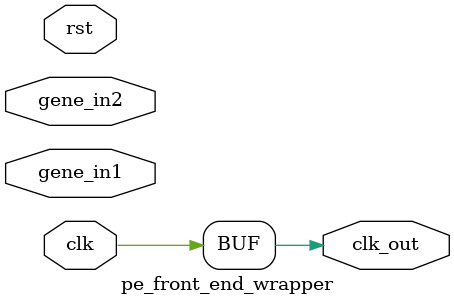
<source format=v>

module circ_q_WORD_SZ64_1_DW01_inc_0 ( A, SUM );
  input [63:0] A;
  output [63:0] SUM;

  wire   [63:2] carry;

  HA_X1 U1_1_62 ( .A(A[62]), .B(carry[62]), .CO(carry[63]), .S(SUM[62]) );
  HA_X1 U1_1_61 ( .A(A[61]), .B(carry[61]), .CO(carry[62]), .S(SUM[61]) );
  HA_X1 U1_1_60 ( .A(A[60]), .B(carry[60]), .CO(carry[61]), .S(SUM[60]) );
  HA_X1 U1_1_59 ( .A(A[59]), .B(carry[59]), .CO(carry[60]), .S(SUM[59]) );
  HA_X1 U1_1_58 ( .A(A[58]), .B(carry[58]), .CO(carry[59]), .S(SUM[58]) );
  HA_X1 U1_1_57 ( .A(A[57]), .B(carry[57]), .CO(carry[58]), .S(SUM[57]) );
  HA_X1 U1_1_56 ( .A(A[56]), .B(carry[56]), .CO(carry[57]), .S(SUM[56]) );
  HA_X1 U1_1_55 ( .A(A[55]), .B(carry[55]), .CO(carry[56]), .S(SUM[55]) );
  HA_X1 U1_1_54 ( .A(A[54]), .B(carry[54]), .CO(carry[55]), .S(SUM[54]) );
  HA_X1 U1_1_53 ( .A(A[53]), .B(carry[53]), .CO(carry[54]), .S(SUM[53]) );
  HA_X1 U1_1_52 ( .A(A[52]), .B(carry[52]), .CO(carry[53]), .S(SUM[52]) );
  HA_X1 U1_1_51 ( .A(A[51]), .B(carry[51]), .CO(carry[52]), .S(SUM[51]) );
  HA_X1 U1_1_50 ( .A(A[50]), .B(carry[50]), .CO(carry[51]), .S(SUM[50]) );
  HA_X1 U1_1_49 ( .A(A[49]), .B(carry[49]), .CO(carry[50]), .S(SUM[49]) );
  HA_X1 U1_1_48 ( .A(A[48]), .B(carry[48]), .CO(carry[49]), .S(SUM[48]) );
  HA_X1 U1_1_47 ( .A(A[47]), .B(carry[47]), .CO(carry[48]), .S(SUM[47]) );
  HA_X1 U1_1_46 ( .A(A[46]), .B(carry[46]), .CO(carry[47]), .S(SUM[46]) );
  HA_X1 U1_1_45 ( .A(A[45]), .B(carry[45]), .CO(carry[46]), .S(SUM[45]) );
  HA_X1 U1_1_44 ( .A(A[44]), .B(carry[44]), .CO(carry[45]), .S(SUM[44]) );
  HA_X1 U1_1_43 ( .A(A[43]), .B(carry[43]), .CO(carry[44]), .S(SUM[43]) );
  HA_X1 U1_1_42 ( .A(A[42]), .B(carry[42]), .CO(carry[43]), .S(SUM[42]) );
  HA_X1 U1_1_41 ( .A(A[41]), .B(carry[41]), .CO(carry[42]), .S(SUM[41]) );
  HA_X1 U1_1_40 ( .A(A[40]), .B(carry[40]), .CO(carry[41]), .S(SUM[40]) );
  HA_X1 U1_1_39 ( .A(A[39]), .B(carry[39]), .CO(carry[40]), .S(SUM[39]) );
  HA_X1 U1_1_38 ( .A(A[38]), .B(carry[38]), .CO(carry[39]), .S(SUM[38]) );
  HA_X1 U1_1_37 ( .A(A[37]), .B(carry[37]), .CO(carry[38]), .S(SUM[37]) );
  HA_X1 U1_1_36 ( .A(A[36]), .B(carry[36]), .CO(carry[37]), .S(SUM[36]) );
  HA_X1 U1_1_35 ( .A(A[35]), .B(carry[35]), .CO(carry[36]), .S(SUM[35]) );
  HA_X1 U1_1_34 ( .A(A[34]), .B(carry[34]), .CO(carry[35]), .S(SUM[34]) );
  HA_X1 U1_1_33 ( .A(A[33]), .B(carry[33]), .CO(carry[34]), .S(SUM[33]) );
  HA_X1 U1_1_32 ( .A(A[32]), .B(carry[32]), .CO(carry[33]), .S(SUM[32]) );
  HA_X1 U1_1_31 ( .A(A[31]), .B(carry[31]), .CO(carry[32]), .S(SUM[31]) );
  HA_X1 U1_1_30 ( .A(A[30]), .B(carry[30]), .CO(carry[31]), .S(SUM[30]) );
  HA_X1 U1_1_29 ( .A(A[29]), .B(carry[29]), .CO(carry[30]), .S(SUM[29]) );
  HA_X1 U1_1_28 ( .A(A[28]), .B(carry[28]), .CO(carry[29]), .S(SUM[28]) );
  HA_X1 U1_1_27 ( .A(A[27]), .B(carry[27]), .CO(carry[28]), .S(SUM[27]) );
  HA_X1 U1_1_26 ( .A(A[26]), .B(carry[26]), .CO(carry[27]), .S(SUM[26]) );
  HA_X1 U1_1_25 ( .A(A[25]), .B(carry[25]), .CO(carry[26]), .S(SUM[25]) );
  HA_X1 U1_1_24 ( .A(A[24]), .B(carry[24]), .CO(carry[25]), .S(SUM[24]) );
  HA_X1 U1_1_23 ( .A(A[23]), .B(carry[23]), .CO(carry[24]), .S(SUM[23]) );
  HA_X1 U1_1_22 ( .A(A[22]), .B(carry[22]), .CO(carry[23]), .S(SUM[22]) );
  HA_X1 U1_1_21 ( .A(A[21]), .B(carry[21]), .CO(carry[22]), .S(SUM[21]) );
  HA_X1 U1_1_20 ( .A(A[20]), .B(carry[20]), .CO(carry[21]), .S(SUM[20]) );
  HA_X1 U1_1_19 ( .A(A[19]), .B(carry[19]), .CO(carry[20]), .S(SUM[19]) );
  HA_X1 U1_1_18 ( .A(A[18]), .B(carry[18]), .CO(carry[19]), .S(SUM[18]) );
  HA_X1 U1_1_17 ( .A(A[17]), .B(carry[17]), .CO(carry[18]), .S(SUM[17]) );
  HA_X1 U1_1_16 ( .A(A[16]), .B(carry[16]), .CO(carry[17]), .S(SUM[16]) );
  HA_X1 U1_1_15 ( .A(A[15]), .B(carry[15]), .CO(carry[16]), .S(SUM[15]) );
  HA_X1 U1_1_14 ( .A(A[14]), .B(carry[14]), .CO(carry[15]), .S(SUM[14]) );
  HA_X1 U1_1_13 ( .A(A[13]), .B(carry[13]), .CO(carry[14]), .S(SUM[13]) );
  HA_X1 U1_1_12 ( .A(A[12]), .B(carry[12]), .CO(carry[13]), .S(SUM[12]) );
  HA_X1 U1_1_11 ( .A(A[11]), .B(carry[11]), .CO(carry[12]), .S(SUM[11]) );
  HA_X1 U1_1_10 ( .A(A[10]), .B(carry[10]), .CO(carry[11]), .S(SUM[10]) );
  HA_X1 U1_1_9 ( .A(A[9]), .B(carry[9]), .CO(carry[10]), .S(SUM[9]) );
  HA_X1 U1_1_8 ( .A(A[8]), .B(carry[8]), .CO(carry[9]), .S(SUM[8]) );
  HA_X1 U1_1_7 ( .A(A[7]), .B(carry[7]), .CO(carry[8]), .S(SUM[7]) );
  HA_X1 U1_1_6 ( .A(A[6]), .B(carry[6]), .CO(carry[7]), .S(SUM[6]) );
  HA_X1 U1_1_5 ( .A(A[5]), .B(carry[5]), .CO(carry[6]), .S(SUM[5]) );
  HA_X1 U1_1_4 ( .A(A[4]), .B(carry[4]), .CO(carry[5]), .S(SUM[4]) );
  HA_X1 U1_1_3 ( .A(A[3]), .B(carry[3]), .CO(carry[4]), .S(SUM[3]) );
  HA_X1 U1_1_2 ( .A(A[2]), .B(carry[2]), .CO(carry[3]), .S(SUM[2]) );
  HA_X1 U1_1_1 ( .A(A[1]), .B(A[0]), .CO(carry[2]), .S(SUM[1]) );
  INV_X1 U1 ( .I(A[0]), .ZN(SUM[0]) );
  XOR2_X1 U2 ( .A1(carry[63]), .A2(A[63]), .Z(SUM[63]) );
endmodule


module circ_q_WORD_SZ64_1_DW01_inc_1 ( A, SUM );
  input [63:0] A;
  output [63:0] SUM;

  wire   [63:2] carry;

  HA_X1 U1_1_62 ( .A(A[62]), .B(carry[62]), .CO(carry[63]), .S(SUM[62]) );
  HA_X1 U1_1_61 ( .A(A[61]), .B(carry[61]), .CO(carry[62]), .S(SUM[61]) );
  HA_X1 U1_1_60 ( .A(A[60]), .B(carry[60]), .CO(carry[61]), .S(SUM[60]) );
  HA_X1 U1_1_59 ( .A(A[59]), .B(carry[59]), .CO(carry[60]), .S(SUM[59]) );
  HA_X1 U1_1_58 ( .A(A[58]), .B(carry[58]), .CO(carry[59]), .S(SUM[58]) );
  HA_X1 U1_1_57 ( .A(A[57]), .B(carry[57]), .CO(carry[58]), .S(SUM[57]) );
  HA_X1 U1_1_56 ( .A(A[56]), .B(carry[56]), .CO(carry[57]), .S(SUM[56]) );
  HA_X1 U1_1_55 ( .A(A[55]), .B(carry[55]), .CO(carry[56]), .S(SUM[55]) );
  HA_X1 U1_1_54 ( .A(A[54]), .B(carry[54]), .CO(carry[55]), .S(SUM[54]) );
  HA_X1 U1_1_53 ( .A(A[53]), .B(carry[53]), .CO(carry[54]), .S(SUM[53]) );
  HA_X1 U1_1_52 ( .A(A[52]), .B(carry[52]), .CO(carry[53]), .S(SUM[52]) );
  HA_X1 U1_1_51 ( .A(A[51]), .B(carry[51]), .CO(carry[52]), .S(SUM[51]) );
  HA_X1 U1_1_50 ( .A(A[50]), .B(carry[50]), .CO(carry[51]), .S(SUM[50]) );
  HA_X1 U1_1_49 ( .A(A[49]), .B(carry[49]), .CO(carry[50]), .S(SUM[49]) );
  HA_X1 U1_1_48 ( .A(A[48]), .B(carry[48]), .CO(carry[49]), .S(SUM[48]) );
  HA_X1 U1_1_47 ( .A(A[47]), .B(carry[47]), .CO(carry[48]), .S(SUM[47]) );
  HA_X1 U1_1_46 ( .A(A[46]), .B(carry[46]), .CO(carry[47]), .S(SUM[46]) );
  HA_X1 U1_1_45 ( .A(A[45]), .B(carry[45]), .CO(carry[46]), .S(SUM[45]) );
  HA_X1 U1_1_44 ( .A(A[44]), .B(carry[44]), .CO(carry[45]), .S(SUM[44]) );
  HA_X1 U1_1_43 ( .A(A[43]), .B(carry[43]), .CO(carry[44]), .S(SUM[43]) );
  HA_X1 U1_1_42 ( .A(A[42]), .B(carry[42]), .CO(carry[43]), .S(SUM[42]) );
  HA_X1 U1_1_41 ( .A(A[41]), .B(carry[41]), .CO(carry[42]), .S(SUM[41]) );
  HA_X1 U1_1_40 ( .A(A[40]), .B(carry[40]), .CO(carry[41]), .S(SUM[40]) );
  HA_X1 U1_1_39 ( .A(A[39]), .B(carry[39]), .CO(carry[40]), .S(SUM[39]) );
  HA_X1 U1_1_38 ( .A(A[38]), .B(carry[38]), .CO(carry[39]), .S(SUM[38]) );
  HA_X1 U1_1_37 ( .A(A[37]), .B(carry[37]), .CO(carry[38]), .S(SUM[37]) );
  HA_X1 U1_1_36 ( .A(A[36]), .B(carry[36]), .CO(carry[37]), .S(SUM[36]) );
  HA_X1 U1_1_35 ( .A(A[35]), .B(carry[35]), .CO(carry[36]), .S(SUM[35]) );
  HA_X1 U1_1_34 ( .A(A[34]), .B(carry[34]), .CO(carry[35]), .S(SUM[34]) );
  HA_X1 U1_1_33 ( .A(A[33]), .B(carry[33]), .CO(carry[34]), .S(SUM[33]) );
  HA_X1 U1_1_32 ( .A(A[32]), .B(carry[32]), .CO(carry[33]), .S(SUM[32]) );
  HA_X1 U1_1_31 ( .A(A[31]), .B(carry[31]), .CO(carry[32]), .S(SUM[31]) );
  HA_X1 U1_1_30 ( .A(A[30]), .B(carry[30]), .CO(carry[31]), .S(SUM[30]) );
  HA_X1 U1_1_29 ( .A(A[29]), .B(carry[29]), .CO(carry[30]), .S(SUM[29]) );
  HA_X1 U1_1_28 ( .A(A[28]), .B(carry[28]), .CO(carry[29]), .S(SUM[28]) );
  HA_X1 U1_1_27 ( .A(A[27]), .B(carry[27]), .CO(carry[28]), .S(SUM[27]) );
  HA_X1 U1_1_26 ( .A(A[26]), .B(carry[26]), .CO(carry[27]), .S(SUM[26]) );
  HA_X1 U1_1_25 ( .A(A[25]), .B(carry[25]), .CO(carry[26]), .S(SUM[25]) );
  HA_X1 U1_1_24 ( .A(A[24]), .B(carry[24]), .CO(carry[25]), .S(SUM[24]) );
  HA_X1 U1_1_23 ( .A(A[23]), .B(carry[23]), .CO(carry[24]), .S(SUM[23]) );
  HA_X1 U1_1_22 ( .A(A[22]), .B(carry[22]), .CO(carry[23]), .S(SUM[22]) );
  HA_X1 U1_1_21 ( .A(A[21]), .B(carry[21]), .CO(carry[22]), .S(SUM[21]) );
  HA_X1 U1_1_20 ( .A(A[20]), .B(carry[20]), .CO(carry[21]), .S(SUM[20]) );
  HA_X1 U1_1_19 ( .A(A[19]), .B(carry[19]), .CO(carry[20]), .S(SUM[19]) );
  HA_X1 U1_1_18 ( .A(A[18]), .B(carry[18]), .CO(carry[19]), .S(SUM[18]) );
  HA_X1 U1_1_17 ( .A(A[17]), .B(carry[17]), .CO(carry[18]), .S(SUM[17]) );
  HA_X1 U1_1_16 ( .A(A[16]), .B(carry[16]), .CO(carry[17]), .S(SUM[16]) );
  HA_X1 U1_1_15 ( .A(A[15]), .B(carry[15]), .CO(carry[16]), .S(SUM[15]) );
  HA_X1 U1_1_14 ( .A(A[14]), .B(carry[14]), .CO(carry[15]), .S(SUM[14]) );
  HA_X1 U1_1_13 ( .A(A[13]), .B(carry[13]), .CO(carry[14]), .S(SUM[13]) );
  HA_X1 U1_1_12 ( .A(A[12]), .B(carry[12]), .CO(carry[13]), .S(SUM[12]) );
  HA_X1 U1_1_11 ( .A(A[11]), .B(carry[11]), .CO(carry[12]), .S(SUM[11]) );
  HA_X1 U1_1_10 ( .A(A[10]), .B(carry[10]), .CO(carry[11]), .S(SUM[10]) );
  HA_X1 U1_1_9 ( .A(A[9]), .B(carry[9]), .CO(carry[10]), .S(SUM[9]) );
  HA_X1 U1_1_8 ( .A(A[8]), .B(carry[8]), .CO(carry[9]), .S(SUM[8]) );
  HA_X1 U1_1_7 ( .A(A[7]), .B(carry[7]), .CO(carry[8]), .S(SUM[7]) );
  HA_X1 U1_1_6 ( .A(A[6]), .B(carry[6]), .CO(carry[7]), .S(SUM[6]) );
  HA_X1 U1_1_5 ( .A(A[5]), .B(carry[5]), .CO(carry[6]), .S(SUM[5]) );
  HA_X1 U1_1_4 ( .A(A[4]), .B(carry[4]), .CO(carry[5]), .S(SUM[4]) );
  HA_X1 U1_1_3 ( .A(A[3]), .B(carry[3]), .CO(carry[4]), .S(SUM[3]) );
  HA_X1 U1_1_2 ( .A(A[2]), .B(carry[2]), .CO(carry[3]), .S(SUM[2]) );
  HA_X1 U1_1_1 ( .A(A[1]), .B(A[0]), .CO(carry[2]), .S(SUM[1]) );
  INV_X1 U1 ( .I(A[0]), .ZN(SUM[0]) );
  XOR2_X1 U2 ( .A1(carry[63]), .A2(A[63]), .Z(SUM[63]) );
endmodule


module circ_q_WORD_SZ64_1 ( clk, rst, rd, wr, full, empty, data_in, data_out
 );
  input [63:0] data_in;
  output [63:0] data_out;
  input clk, rst, rd, wr;
  output full, empty;
  wire   N182, N183, N184, N185, N186, N187, N188, N189, N190, N191, N192,
         N193, N194, N195, N196, N197, N198, N199, N200, N201, N202, N203,
         N204, N205, N206, N207, N208, N209, N210, N211, N212, N213, N214,
         N215, N216, N217, N218, N219, N220, N221, N222, N223, N224, N225,
         N226, N227, N228, N229, N230, N231, N232, N233, N234, N235, N236,
         N237, N238, N239, N240, N241, N242, N243, N244, N245, N246, N247,
         N248, N249, N250, N251, N252, N253, N254, N255, N256, N257, N258,
         N259, N260, N261, N262, N263, N264, N265, N266, N267, N268, N269,
         N270, N271, N272, N273, N274, N275, N276, N277, N278, N279, N280,
         N281, N282, N283, N284, N285, N286, N287, N288, N289, N290, N291,
         N292, N293, N294, N295, N296, N297, N298, N299, N300, N301, N302,
         N303, N304, N305, N306, N307, N308, N309, N532, N533, N534, N535,
         N536, N537, N538, N539, N540, N541, N542, N543, N544, N545, N546,
         N547, N548, N549, N550, N551, N552, N553, N554, N555, N556, N557,
         N558, N559, N560, N561, N562, N563, N564, N565, N566, N567, N568,
         N569, N570, N571, N572, N573, N574, N575, N576, N577, N578, N579,
         N580, N581, N582, N583, N584, N585, N586, N587, N588, N589, N590,
         N591, N592, N593, N594, N595, n977, n978, n979, n980, n981, n982,
         n983, n984, n985, n986, n987, n988, n989, n990, n991, n992, n993,
         n994, n995, n996, n997, n998, n999, n1000, n1001, n1002, n1003, n1004,
         n1005, n1006, n1007, n1008, n1009, n1010, n1011, n1012, n1013, n1014,
         n1015, n1016, n1017, n1018, n1019, n1020, n1021, n1022, n1023, n1024,
         n1025, n1026, n1027, n1028, n1029, n1030, n1031, n1032, n1033, n1034,
         n1035, n1036, n1037, n1038, n1039, n1040, n1041, n1042, n1043, n1044,
         n1045, n1046, n1047, n1048, n1049, n1050, n1051, n1052, n1053, n1054,
         n1055, n1056, n1057, n1058, n1059, n1060, n1061, n1062, n1063, n1064,
         n1065, n1066, n1067, n1068, n1069, n1070, n1071, n1072, n1073, n1074,
         n1075, n1076, n1077, n1078, n1079, n1080, n1081, n1082, n1083, n1084,
         n1085, n1086, n1087, n1088, n1089, n1090, n1091, n1092, n1093, n1094,
         n1095, n1096, n1097, n1098, n1099, n1100, n1101, n1102, n1103, n1104,
         n1105, n1106, n1107, n1108, n1109, n1110, n1111, n1112, n1113, n1114,
         n1115, n1116, n1117, n1118, n1119, n1120, n1121, n1122, n1123, n1124,
         n1125, n1126, n1127, n1128, n1129, n1130, n1131, n1132, n1133, n1134,
         n1135, n1136, n1137, n1138, n1139, n1140, n1141, n1142, n1143, n1144,
         n1145, n1146, n1147, n1148, n1149, n1150, n1151, n1152, n1153, n1154,
         n1155, n1156, n1157, n1158, n1159, n1160, n1161, n1162, n1163, n1164,
         n1165, n1166, n1167, n1168, n1169, n1170, n1171, n1172, n1173, n1174,
         n1175, n1176, n1177, n1178, n1179, n1180, n1181, n1182, n1183, n1184,
         n1185, n1186, n1187, n1188, n1189, n1190, n1191, n1192, n1193, n1194,
         n1195, n1196, n1197, n1198, n1199, n1200, n1201, n1202, n1203, n1204,
         n1205, n1206, n1207, n1208, n1209, n1210, n1211, n1212, n1213, n1214,
         n1215, n1216, n1217, n1218, n1219, n1220, n1221, n1222, n1223, n1224,
         n1225, n1226, n1227, n1228, n1229, n1230, n1231, n1232, n1233, n1234,
         n1235, n1236, n1237, n1238, n1239, n1240, n1241, n1242, n1243, n1244,
         n1245, n1246, n1247, n1248, n1249, n1250, n1251, n1252, n1253, n1254,
         n1255, n1256, n1257, n1258, n1259, n1260, n1261, n1262, n1263, n1264,
         n1265, n1266, n1267, n1268, n1269, n1270, n1271, n1272, n1273, n1274,
         n1275, n1276, n1277, n1278, n1279, n1280, n1281, n1282, n1283, n1284,
         n1285, n1286, n1287, n1288, n1289, n1290, n1291, n1292, n1293, n1294,
         n1295, n1296, n1297, n1298, n1299, n1300, n1301, n1302, n1303, n1304,
         n1305, n1306, n1307, n1308, n1309, n1310, n1311, n1312, n1313, n1314,
         n1315, n1316, n1317, n1318, n1319, n1320, n1321, n1322, n1323, n1324,
         n1325, n1326, n1327, n1328, n1329, n1330, n1331, n1332, n1333, n1334,
         n1335, n1337, n1338, n1339, n1340, n1341, n1342, n1343, n1344, n1345,
         n1346, n1347, n1348, n1349, n1350, n1351, n1352, n1353, n1354, n1355,
         n1356, n1357, n1358, n1359, n1360, n1361, n1362, n1363, n1364, n1365,
         n1366, n1367, n1368, n1369, n1370, n1371, n1372, n1373, n1374, n1375,
         n1376, n1377, n1378, n1379, n1380, n1381, n1382, n1383, n1384, n1385,
         n1386, n1387, n1388, n1389, n1390, n1391, n1392, n1393, n1394, n1395,
         n1396, n1397, n1398, n1399, n1400, n1401, n1402, n1403, n1404, n1405,
         n1406, n1407, n1408, n1409, n1410, n1411, n1412, n1413, n1414, n1415,
         n1416, n1417, n1418, n1419, n1420, n1421, n1422, n1423, n1424, n1425,
         n1426, n1427, n1428, n1429, n1430, n1431, n1432, n1433, n1434, n1435,
         n1436, n1437, n1438, n1439, n1440, n1441, n1442, n1443, n1444, n1445,
         n1446, n1447, n1448, n1449, n1450, n1451, n1452, n1453, n1454, n1455,
         n1456, n1457, n1458, n1459, n1460, n1461, n1462, n1463, n1464, n1465,
         n1466, n1467, n1468, n1469, n1470, n1471, n1472, n1473, n1474, n1475,
         n1476, n1477, n1478, n1479, n1480, n1481, n1482, n1483, n1484, n1485,
         n1486, n1487, n1488, n1489, n1490, n1491, n1492, n1493, n1494, n1495,
         n1496, n1497, n1498, n1499, n1500, n1501, n1502, n1503, n1504, n1505,
         n1506, n1507, n1508, n1509, n1510, n1511, n1512, n1513, n1514, n1515,
         n1516, n1517, n1518, n1519, n1520, n1521, n1522, n1523, n1524, n1525,
         n1526, n1527, n1528, n1529, n1530, n1531, n1532, n1533, n1534, n1535,
         n1536, n1537, n1538, n1539, n1540, n1541, n1542, n1543, n1544, n1545,
         n1546, n1547, n1548, n1549, n1550, n1551, n1552, n1553, n1554, n1555,
         n1556, n1557, n1558, n1559, n1560, n1561, n1562, n1563, n1564, n1565,
         n1566, n1567, n1568, n1569, n1570, n1571, n1572, n1573, n1574, n1575,
         n1576, n1577, n1578, n1579, n1580, n1581, n1582, n1583, n1584, n1585,
         n1586, n1587, n1588, n1589, n1590, n1591, n1592, n1593, n1594, n1595,
         n1596, n1597, n1598, n1599, n1600, n1601, n1602, n1603, n1604, n1605,
         n1606, n1607, n1608, n1609, n1610, n449, n450, n451, n452, n453, n454,
         n455, n456, n457, n458, n459, n460, n461, n462, n463, n464, n465,
         n466, n467, n468, n469, n470, n471, n472, n473, n474, n475, n476,
         n477, n478, n479, n480, n481, n482, n483, n484, n485, n486, n487,
         n488, n489, n490, n491, n492, n493, n494, n495, n496, n497, n498,
         n499, n500, n501, n502, n503, n504, n505, n506, n507, n508, n509,
         n510, n511, n512, n513, n514, n515, n516, n517, n518, n519, n520,
         n521, n522, n523, n524, n525, n526, n527, n528, n529, n530, n531,
         n532, n533, n534, n535, n536, n537, n538, n539, n540, n541, n542,
         n543, n544, n545, n546, n547, n548, n549, n550, n551, n552, n553,
         n554, n555, n556, n557, n558, n559, n560, n561, n562, n563, n564,
         n565, n566, n567, n568, n569, n570, n571, n572, n573, n574, n575,
         n576, n577, n578, n579, n580, n581, n582, n583, n584, n585, n586,
         n587, n588, n589, n590, n591, n592, n593, n594, n595, n596, n597,
         n598, n599, n600, n601, n602, n603, n604, n605, n606, n607, n608,
         n609, n610, n611, n612, n613, n614, n615, n616, n617, n618, n619,
         n620, n621, n622, n623, n624, n625, n626, n627, n628, n629, n630,
         n631, n632, n633, n634, n635, n636, n637, n638, n639, n640, n641,
         n642, n643, n644, n645, n646, n647, n648, n649, n650, n651, n652,
         n653, n654, n655, n656, n657, n658, n659, n660, n661, n662, n663,
         n664, n665, n666, n667, n668, n669, n670, n671, n672, n673, n674,
         n675, n676, n677, n678, n679, n680, n681, n682, n683, n684, n685,
         n686, n687, n688, n689, n690, n691, n692, n693, n694, n695, n696,
         n697, n698, n699, n700, n701, n702, n703, n704, n705, n706, n707,
         n708, n709, n710, n711, n712, n713, n714, n715, n716, n717, n718,
         n719, n720, n721, n722, n723, n724, n725, n726, n727, n728, n729,
         n730, n731, n732, n733, n734, n735, n736, n737, n738, n739, n740,
         n741, n742, n743, n744, n745, n746, n747, n748, n749, n750, n751,
         n752, n753, n754, n755, n756, n757, n758, n759, n760, n761, n762,
         n763, n764, n765, n766, n767, n768, n769, n770, n771, n772, n773,
         n774, n775, n776, n777, n778, n779, n780, n781, n782, n783, n784,
         n785, n786, n787, n788, n789, n790, n791, n792, n793, n794, n795,
         n796, n797, n798, n799, n800, n801, n802, n803, n804, n805, n806,
         n807, n808, n809, n810, n811, n812, n813, n814, n815, n816, n817,
         n818, n819, n820, n821, n822, n823, n824, n825, n826, n827, n828,
         n829, n830, n831, n832, n833, n834, n835, n836, n837, n838, n839,
         n840, n841, n842, n843, n844, n845, n846, n847, n848, n849, n850,
         n851, n852, n853, n854, n855, n856, n857, n858, n859, n860, n861,
         n862, n863, n864, n865, n866, n867, n868, n869, n870, n871, n872,
         n873, n874, n875, n876, n877, n878, n879, n880, n881, n882, n883,
         n884, n885, n886, n887, n888, n889, n890, n891, n892, n893, n894,
         n895, n896, n897, n898, n899, n900, n901, n902, n903, n904, n905,
         n906, n907, n908, n909, n910, n911, n912, n913, n914, n915, n916,
         n917, n918, n919, n920, n921, n922, n923, n924, n925, n926, n927,
         n928, n929, n930, n931, n932, n933, n934, n935, n936, n937, n938,
         n939, n940, n941, n942, n943, n944, n945, n946, n947, n948, n949,
         n950, n951, n952, n953, n954, n955, n956, n957, n958, n959, n960,
         n961, n962, n963, n964, n965, n966, n967, n968, n969, n970, n971,
         n972, n973, n974, n975, n976, n1336, n1611, n1612, n1613, n1614,
         n1615, n1616, n1617, n1618, n1619, n1620, n1621, n1622, n1623, n1624,
         n1625, n1626, n1627, n1628, n1629, n1630, n1631, n1632, n1633, n1634,
         n1635, n1636, n1637, n1638, n1639, n1640, n1641, n1642, n1643, n1644,
         n1645, n1646, n1647, n1648, n1649, n1650, n1651, n1652, n1653, n1654,
         n1655, n1656, n1657, n1658, n1659, n1660, n1661, n1662, n1663, n1664,
         n1665, n1666, n1667, n1668, n1669, n1670, n1671, n1672, n1673, n1674,
         n1675, n1676, n1677, n1678, n1679, n1680, n1681, n1682, n1683, n1684,
         n1685, n1686, n1687, n1688, n1689, n1690, n1691, n1692, n1693, n1694,
         n1695, n1696, n1697, n1698, n1699, n1700, n1701, n1702, n1703, n1704,
         n1705, n1706, n1707, n1708, n1709, n1710, n1711, n1712, n1713, n1714,
         n1715, n1716, n1717, n1718, n1719, n1720, n1721, n1722, n1723, n1724,
         n1725, n1726, n1727, n1728, n1729, n1730, n1731, n1732, n1733, n1734,
         n1735, n1736;
  wire   [63:0] nxt_wr_ptr;
  wire   [63:0] nxt_rd_ptr;
  wire   [63:0] rd_ptr;
  wire   [63:0] wr_ptr;
  wire   [127:0] queue;

  DFFSNQ_X1 nxt_wr_ptr_reg_0_ ( .D(n1610), .CLK(clk), .SN(1'b1), .Q(
        nxt_wr_ptr[0]) );
  DFFSNQ_X1 nxt_wr_ptr_reg_63_ ( .D(n580), .CLK(clk), .SN(1'b1), .Q(
        nxt_wr_ptr[63]) );
  DFFSNQ_X1 empty_reg ( .D(n1609), .CLK(clk), .SN(1'b1), .Q(empty) );
  DFFSNQ_X1 nxt_rd_ptr_reg_0_ ( .D(n1607), .CLK(clk), .SN(1'b1), .Q(
        nxt_rd_ptr[0]) );
  DFFSNQ_X1 rd_ptr_reg_0_ ( .D(n1544), .CLK(clk), .SN(1'b1), .Q(rd_ptr[0]) );
  DFFSNQ_X1 nxt_rd_ptr_reg_63_ ( .D(n1608), .CLK(clk), .SN(1'b1), .Q(
        nxt_rd_ptr[63]) );
  DFFSNQ_X1 nxt_rd_ptr_reg_1_ ( .D(n1606), .CLK(clk), .SN(1'b1), .Q(
        nxt_rd_ptr[1]) );
  DFFSNQ_X1 nxt_rd_ptr_reg_2_ ( .D(n1605), .CLK(clk), .SN(1'b1), .Q(
        nxt_rd_ptr[2]) );
  DFFSNQ_X1 nxt_rd_ptr_reg_3_ ( .D(n1604), .CLK(clk), .SN(1'b1), .Q(
        nxt_rd_ptr[3]) );
  DFFSNQ_X1 rd_ptr_reg_3_ ( .D(n1543), .CLK(clk), .SN(1'b1), .Q(rd_ptr[3]) );
  DFFSNQ_X1 nxt_rd_ptr_reg_4_ ( .D(n1603), .CLK(clk), .SN(1'b1), .Q(
        nxt_rd_ptr[4]) );
  DFFSNQ_X1 rd_ptr_reg_4_ ( .D(n1542), .CLK(clk), .SN(1'b1), .Q(rd_ptr[4]) );
  DFFSNQ_X1 nxt_rd_ptr_reg_5_ ( .D(n1602), .CLK(clk), .SN(1'b1), .Q(
        nxt_rd_ptr[5]) );
  DFFSNQ_X1 rd_ptr_reg_5_ ( .D(n1541), .CLK(clk), .SN(1'b1), .Q(rd_ptr[5]) );
  DFFSNQ_X1 nxt_rd_ptr_reg_6_ ( .D(n1601), .CLK(clk), .SN(1'b1), .Q(
        nxt_rd_ptr[6]) );
  DFFSNQ_X1 rd_ptr_reg_6_ ( .D(n1540), .CLK(clk), .SN(1'b1), .Q(rd_ptr[6]) );
  DFFSNQ_X1 nxt_rd_ptr_reg_7_ ( .D(n1600), .CLK(clk), .SN(1'b1), .Q(
        nxt_rd_ptr[7]) );
  DFFSNQ_X1 rd_ptr_reg_7_ ( .D(n1539), .CLK(clk), .SN(1'b1), .Q(rd_ptr[7]) );
  DFFSNQ_X1 nxt_rd_ptr_reg_8_ ( .D(n1599), .CLK(clk), .SN(1'b1), .Q(
        nxt_rd_ptr[8]) );
  DFFSNQ_X1 rd_ptr_reg_8_ ( .D(n1538), .CLK(clk), .SN(1'b1), .Q(rd_ptr[8]) );
  DFFSNQ_X1 nxt_rd_ptr_reg_9_ ( .D(n1598), .CLK(clk), .SN(1'b1), .Q(
        nxt_rd_ptr[9]) );
  DFFSNQ_X1 rd_ptr_reg_9_ ( .D(n1537), .CLK(clk), .SN(1'b1), .Q(rd_ptr[9]) );
  DFFSNQ_X1 nxt_rd_ptr_reg_10_ ( .D(n1597), .CLK(clk), .SN(1'b1), .Q(
        nxt_rd_ptr[10]) );
  DFFSNQ_X1 rd_ptr_reg_10_ ( .D(n1536), .CLK(clk), .SN(1'b1), .Q(rd_ptr[10])
         );
  DFFSNQ_X1 nxt_rd_ptr_reg_11_ ( .D(n1596), .CLK(clk), .SN(1'b1), .Q(
        nxt_rd_ptr[11]) );
  DFFSNQ_X1 rd_ptr_reg_11_ ( .D(n1535), .CLK(clk), .SN(1'b1), .Q(rd_ptr[11])
         );
  DFFSNQ_X1 nxt_rd_ptr_reg_12_ ( .D(n1595), .CLK(clk), .SN(1'b1), .Q(
        nxt_rd_ptr[12]) );
  DFFSNQ_X1 rd_ptr_reg_12_ ( .D(n1534), .CLK(clk), .SN(1'b1), .Q(rd_ptr[12])
         );
  DFFSNQ_X1 nxt_rd_ptr_reg_13_ ( .D(n1594), .CLK(clk), .SN(1'b1), .Q(
        nxt_rd_ptr[13]) );
  DFFSNQ_X1 rd_ptr_reg_13_ ( .D(n1533), .CLK(clk), .SN(1'b1), .Q(rd_ptr[13])
         );
  DFFSNQ_X1 nxt_rd_ptr_reg_14_ ( .D(n1593), .CLK(clk), .SN(1'b1), .Q(
        nxt_rd_ptr[14]) );
  DFFSNQ_X1 rd_ptr_reg_14_ ( .D(n1532), .CLK(clk), .SN(1'b1), .Q(rd_ptr[14])
         );
  DFFSNQ_X1 nxt_rd_ptr_reg_15_ ( .D(n1592), .CLK(clk), .SN(1'b1), .Q(
        nxt_rd_ptr[15]) );
  DFFSNQ_X1 rd_ptr_reg_15_ ( .D(n1531), .CLK(clk), .SN(1'b1), .Q(rd_ptr[15])
         );
  DFFSNQ_X1 nxt_rd_ptr_reg_16_ ( .D(n1591), .CLK(clk), .SN(1'b1), .Q(
        nxt_rd_ptr[16]) );
  DFFSNQ_X1 rd_ptr_reg_16_ ( .D(n1530), .CLK(clk), .SN(1'b1), .Q(rd_ptr[16])
         );
  DFFSNQ_X1 nxt_rd_ptr_reg_17_ ( .D(n1590), .CLK(clk), .SN(1'b1), .Q(
        nxt_rd_ptr[17]) );
  DFFSNQ_X1 rd_ptr_reg_17_ ( .D(n1529), .CLK(clk), .SN(1'b1), .Q(rd_ptr[17])
         );
  DFFSNQ_X1 nxt_rd_ptr_reg_18_ ( .D(n1589), .CLK(clk), .SN(1'b1), .Q(
        nxt_rd_ptr[18]) );
  DFFSNQ_X1 rd_ptr_reg_18_ ( .D(n1528), .CLK(clk), .SN(1'b1), .Q(rd_ptr[18])
         );
  DFFSNQ_X1 nxt_rd_ptr_reg_19_ ( .D(n1588), .CLK(clk), .SN(1'b1), .Q(
        nxt_rd_ptr[19]) );
  DFFSNQ_X1 rd_ptr_reg_19_ ( .D(n1527), .CLK(clk), .SN(1'b1), .Q(rd_ptr[19])
         );
  DFFSNQ_X1 nxt_rd_ptr_reg_20_ ( .D(n1587), .CLK(clk), .SN(1'b1), .Q(
        nxt_rd_ptr[20]) );
  DFFSNQ_X1 rd_ptr_reg_20_ ( .D(n1526), .CLK(clk), .SN(1'b1), .Q(rd_ptr[20])
         );
  DFFSNQ_X1 nxt_rd_ptr_reg_21_ ( .D(n1586), .CLK(clk), .SN(1'b1), .Q(
        nxt_rd_ptr[21]) );
  DFFSNQ_X1 rd_ptr_reg_21_ ( .D(n1525), .CLK(clk), .SN(1'b1), .Q(rd_ptr[21])
         );
  DFFSNQ_X1 nxt_rd_ptr_reg_22_ ( .D(n1585), .CLK(clk), .SN(1'b1), .Q(
        nxt_rd_ptr[22]) );
  DFFSNQ_X1 rd_ptr_reg_22_ ( .D(n1524), .CLK(clk), .SN(1'b1), .Q(rd_ptr[22])
         );
  DFFSNQ_X1 nxt_rd_ptr_reg_23_ ( .D(n1584), .CLK(clk), .SN(1'b1), .Q(
        nxt_rd_ptr[23]) );
  DFFSNQ_X1 rd_ptr_reg_23_ ( .D(n1523), .CLK(clk), .SN(1'b1), .Q(rd_ptr[23])
         );
  DFFSNQ_X1 nxt_rd_ptr_reg_24_ ( .D(n1583), .CLK(clk), .SN(1'b1), .Q(
        nxt_rd_ptr[24]) );
  DFFSNQ_X1 rd_ptr_reg_24_ ( .D(n1522), .CLK(clk), .SN(1'b1), .Q(rd_ptr[24])
         );
  DFFSNQ_X1 nxt_rd_ptr_reg_25_ ( .D(n1582), .CLK(clk), .SN(1'b1), .Q(
        nxt_rd_ptr[25]) );
  DFFSNQ_X1 rd_ptr_reg_25_ ( .D(n1521), .CLK(clk), .SN(1'b1), .Q(rd_ptr[25])
         );
  DFFSNQ_X1 nxt_rd_ptr_reg_26_ ( .D(n1581), .CLK(clk), .SN(1'b1), .Q(
        nxt_rd_ptr[26]) );
  DFFSNQ_X1 rd_ptr_reg_26_ ( .D(n1520), .CLK(clk), .SN(1'b1), .Q(rd_ptr[26])
         );
  DFFSNQ_X1 nxt_rd_ptr_reg_27_ ( .D(n1580), .CLK(clk), .SN(1'b1), .Q(
        nxt_rd_ptr[27]) );
  DFFSNQ_X1 rd_ptr_reg_27_ ( .D(n1519), .CLK(clk), .SN(1'b1), .Q(rd_ptr[27])
         );
  DFFSNQ_X1 nxt_rd_ptr_reg_28_ ( .D(n1579), .CLK(clk), .SN(1'b1), .Q(
        nxt_rd_ptr[28]) );
  DFFSNQ_X1 rd_ptr_reg_28_ ( .D(n1518), .CLK(clk), .SN(1'b1), .Q(rd_ptr[28])
         );
  DFFSNQ_X1 nxt_rd_ptr_reg_29_ ( .D(n1578), .CLK(clk), .SN(1'b1), .Q(
        nxt_rd_ptr[29]) );
  DFFSNQ_X1 rd_ptr_reg_29_ ( .D(n1517), .CLK(clk), .SN(1'b1), .Q(rd_ptr[29])
         );
  DFFSNQ_X1 nxt_rd_ptr_reg_30_ ( .D(n1577), .CLK(clk), .SN(1'b1), .Q(
        nxt_rd_ptr[30]) );
  DFFSNQ_X1 rd_ptr_reg_30_ ( .D(n1516), .CLK(clk), .SN(1'b1), .Q(rd_ptr[30])
         );
  DFFSNQ_X1 nxt_rd_ptr_reg_31_ ( .D(n1576), .CLK(clk), .SN(1'b1), .Q(
        nxt_rd_ptr[31]) );
  DFFSNQ_X1 rd_ptr_reg_31_ ( .D(n1515), .CLK(clk), .SN(1'b1), .Q(rd_ptr[31])
         );
  DFFSNQ_X1 nxt_rd_ptr_reg_32_ ( .D(n1575), .CLK(clk), .SN(1'b1), .Q(
        nxt_rd_ptr[32]) );
  DFFSNQ_X1 rd_ptr_reg_32_ ( .D(n1514), .CLK(clk), .SN(1'b1), .Q(rd_ptr[32])
         );
  DFFSNQ_X1 nxt_rd_ptr_reg_33_ ( .D(n1574), .CLK(clk), .SN(1'b1), .Q(
        nxt_rd_ptr[33]) );
  DFFSNQ_X1 rd_ptr_reg_33_ ( .D(n1513), .CLK(clk), .SN(1'b1), .Q(rd_ptr[33])
         );
  DFFSNQ_X1 nxt_rd_ptr_reg_34_ ( .D(n1573), .CLK(clk), .SN(1'b1), .Q(
        nxt_rd_ptr[34]) );
  DFFSNQ_X1 rd_ptr_reg_34_ ( .D(n1512), .CLK(clk), .SN(1'b1), .Q(rd_ptr[34])
         );
  DFFSNQ_X1 nxt_rd_ptr_reg_35_ ( .D(n1572), .CLK(clk), .SN(1'b1), .Q(
        nxt_rd_ptr[35]) );
  DFFSNQ_X1 rd_ptr_reg_35_ ( .D(n1511), .CLK(clk), .SN(1'b1), .Q(rd_ptr[35])
         );
  DFFSNQ_X1 nxt_rd_ptr_reg_36_ ( .D(n1571), .CLK(clk), .SN(1'b1), .Q(
        nxt_rd_ptr[36]) );
  DFFSNQ_X1 rd_ptr_reg_36_ ( .D(n1510), .CLK(clk), .SN(1'b1), .Q(rd_ptr[36])
         );
  DFFSNQ_X1 nxt_rd_ptr_reg_37_ ( .D(n1570), .CLK(clk), .SN(1'b1), .Q(
        nxt_rd_ptr[37]) );
  DFFSNQ_X1 rd_ptr_reg_37_ ( .D(n1509), .CLK(clk), .SN(1'b1), .Q(rd_ptr[37])
         );
  DFFSNQ_X1 nxt_rd_ptr_reg_38_ ( .D(n1569), .CLK(clk), .SN(1'b1), .Q(
        nxt_rd_ptr[38]) );
  DFFSNQ_X1 rd_ptr_reg_38_ ( .D(n1508), .CLK(clk), .SN(1'b1), .Q(rd_ptr[38])
         );
  DFFSNQ_X1 nxt_rd_ptr_reg_39_ ( .D(n1568), .CLK(clk), .SN(1'b1), .Q(
        nxt_rd_ptr[39]) );
  DFFSNQ_X1 rd_ptr_reg_39_ ( .D(n1507), .CLK(clk), .SN(1'b1), .Q(rd_ptr[39])
         );
  DFFSNQ_X1 nxt_rd_ptr_reg_40_ ( .D(n1567), .CLK(clk), .SN(1'b1), .Q(
        nxt_rd_ptr[40]) );
  DFFSNQ_X1 rd_ptr_reg_40_ ( .D(n1506), .CLK(clk), .SN(1'b1), .Q(rd_ptr[40])
         );
  DFFSNQ_X1 nxt_rd_ptr_reg_41_ ( .D(n1566), .CLK(clk), .SN(1'b1), .Q(
        nxt_rd_ptr[41]) );
  DFFSNQ_X1 rd_ptr_reg_41_ ( .D(n1505), .CLK(clk), .SN(1'b1), .Q(rd_ptr[41])
         );
  DFFSNQ_X1 nxt_rd_ptr_reg_42_ ( .D(n1565), .CLK(clk), .SN(1'b1), .Q(
        nxt_rd_ptr[42]) );
  DFFSNQ_X1 rd_ptr_reg_42_ ( .D(n1504), .CLK(clk), .SN(1'b1), .Q(rd_ptr[42])
         );
  DFFSNQ_X1 nxt_rd_ptr_reg_43_ ( .D(n1564), .CLK(clk), .SN(1'b1), .Q(
        nxt_rd_ptr[43]) );
  DFFSNQ_X1 rd_ptr_reg_43_ ( .D(n1503), .CLK(clk), .SN(1'b1), .Q(rd_ptr[43])
         );
  DFFSNQ_X1 nxt_rd_ptr_reg_44_ ( .D(n1563), .CLK(clk), .SN(1'b1), .Q(
        nxt_rd_ptr[44]) );
  DFFSNQ_X1 rd_ptr_reg_44_ ( .D(n1502), .CLK(clk), .SN(1'b1), .Q(rd_ptr[44])
         );
  DFFSNQ_X1 nxt_rd_ptr_reg_45_ ( .D(n1562), .CLK(clk), .SN(1'b1), .Q(
        nxt_rd_ptr[45]) );
  DFFSNQ_X1 rd_ptr_reg_45_ ( .D(n1501), .CLK(clk), .SN(1'b1), .Q(rd_ptr[45])
         );
  DFFSNQ_X1 nxt_rd_ptr_reg_46_ ( .D(n1561), .CLK(clk), .SN(1'b1), .Q(
        nxt_rd_ptr[46]) );
  DFFSNQ_X1 rd_ptr_reg_46_ ( .D(n1500), .CLK(clk), .SN(1'b1), .Q(rd_ptr[46])
         );
  DFFSNQ_X1 nxt_rd_ptr_reg_47_ ( .D(n1560), .CLK(clk), .SN(1'b1), .Q(
        nxt_rd_ptr[47]) );
  DFFSNQ_X1 rd_ptr_reg_47_ ( .D(n1499), .CLK(clk), .SN(1'b1), .Q(rd_ptr[47])
         );
  DFFSNQ_X1 nxt_rd_ptr_reg_48_ ( .D(n1559), .CLK(clk), .SN(1'b1), .Q(
        nxt_rd_ptr[48]) );
  DFFSNQ_X1 rd_ptr_reg_48_ ( .D(n1498), .CLK(clk), .SN(1'b1), .Q(rd_ptr[48])
         );
  DFFSNQ_X1 nxt_rd_ptr_reg_49_ ( .D(n1558), .CLK(clk), .SN(1'b1), .Q(
        nxt_rd_ptr[49]) );
  DFFSNQ_X1 rd_ptr_reg_49_ ( .D(n1497), .CLK(clk), .SN(1'b1), .Q(rd_ptr[49])
         );
  DFFSNQ_X1 nxt_rd_ptr_reg_50_ ( .D(n1557), .CLK(clk), .SN(1'b1), .Q(
        nxt_rd_ptr[50]) );
  DFFSNQ_X1 rd_ptr_reg_50_ ( .D(n1496), .CLK(clk), .SN(1'b1), .Q(rd_ptr[50])
         );
  DFFSNQ_X1 nxt_rd_ptr_reg_51_ ( .D(n1556), .CLK(clk), .SN(1'b1), .Q(
        nxt_rd_ptr[51]) );
  DFFSNQ_X1 rd_ptr_reg_51_ ( .D(n1495), .CLK(clk), .SN(1'b1), .Q(rd_ptr[51])
         );
  DFFSNQ_X1 nxt_rd_ptr_reg_52_ ( .D(n1555), .CLK(clk), .SN(1'b1), .Q(
        nxt_rd_ptr[52]) );
  DFFSNQ_X1 rd_ptr_reg_52_ ( .D(n1494), .CLK(clk), .SN(1'b1), .Q(rd_ptr[52])
         );
  DFFSNQ_X1 nxt_rd_ptr_reg_53_ ( .D(n1554), .CLK(clk), .SN(1'b1), .Q(
        nxt_rd_ptr[53]) );
  DFFSNQ_X1 rd_ptr_reg_53_ ( .D(n1493), .CLK(clk), .SN(1'b1), .Q(rd_ptr[53])
         );
  DFFSNQ_X1 nxt_rd_ptr_reg_54_ ( .D(n1553), .CLK(clk), .SN(1'b1), .Q(
        nxt_rd_ptr[54]) );
  DFFSNQ_X1 rd_ptr_reg_54_ ( .D(n1492), .CLK(clk), .SN(1'b1), .Q(rd_ptr[54])
         );
  DFFSNQ_X1 nxt_rd_ptr_reg_55_ ( .D(n1552), .CLK(clk), .SN(1'b1), .Q(
        nxt_rd_ptr[55]) );
  DFFSNQ_X1 rd_ptr_reg_55_ ( .D(n1491), .CLK(clk), .SN(1'b1), .Q(rd_ptr[55])
         );
  DFFSNQ_X1 nxt_rd_ptr_reg_56_ ( .D(n1551), .CLK(clk), .SN(1'b1), .Q(
        nxt_rd_ptr[56]) );
  DFFSNQ_X1 rd_ptr_reg_56_ ( .D(n1490), .CLK(clk), .SN(1'b1), .Q(rd_ptr[56])
         );
  DFFSNQ_X1 nxt_rd_ptr_reg_57_ ( .D(n1550), .CLK(clk), .SN(1'b1), .Q(
        nxt_rd_ptr[57]) );
  DFFSNQ_X1 rd_ptr_reg_57_ ( .D(n1489), .CLK(clk), .SN(1'b1), .Q(rd_ptr[57])
         );
  DFFSNQ_X1 nxt_rd_ptr_reg_58_ ( .D(n1549), .CLK(clk), .SN(1'b1), .Q(
        nxt_rd_ptr[58]) );
  DFFSNQ_X1 rd_ptr_reg_58_ ( .D(n1488), .CLK(clk), .SN(1'b1), .Q(rd_ptr[58])
         );
  DFFSNQ_X1 nxt_rd_ptr_reg_59_ ( .D(n1548), .CLK(clk), .SN(1'b1), .Q(
        nxt_rd_ptr[59]) );
  DFFSNQ_X1 rd_ptr_reg_59_ ( .D(n1487), .CLK(clk), .SN(1'b1), .Q(rd_ptr[59])
         );
  DFFSNQ_X1 nxt_rd_ptr_reg_60_ ( .D(n1547), .CLK(clk), .SN(1'b1), .Q(
        nxt_rd_ptr[60]) );
  DFFSNQ_X1 rd_ptr_reg_60_ ( .D(n1486), .CLK(clk), .SN(1'b1), .Q(rd_ptr[60])
         );
  DFFSNQ_X1 nxt_rd_ptr_reg_61_ ( .D(n1546), .CLK(clk), .SN(1'b1), .Q(
        nxt_rd_ptr[61]) );
  DFFSNQ_X1 rd_ptr_reg_61_ ( .D(n1485), .CLK(clk), .SN(1'b1), .Q(rd_ptr[61])
         );
  DFFSNQ_X1 nxt_rd_ptr_reg_62_ ( .D(n1545), .CLK(clk), .SN(1'b1), .Q(
        nxt_rd_ptr[62]) );
  DFFSNQ_X1 rd_ptr_reg_62_ ( .D(n1484), .CLK(clk), .SN(1'b1), .Q(rd_ptr[62])
         );
  DFFSNQ_X1 rd_ptr_reg_63_ ( .D(n1483), .CLK(clk), .SN(1'b1), .Q(rd_ptr[63])
         );
  DFFSNQ_X1 full_reg ( .D(n1482), .CLK(clk), .SN(1'b1), .Q(full) );
  DFFSNQ_X1 wr_ptr_reg_0_ ( .D(n1481), .CLK(clk), .SN(1'b1), .Q(wr_ptr[0]) );
  DFFSNQ_X1 nxt_wr_ptr_reg_1_ ( .D(n642), .CLK(clk), .SN(1'b1), .Q(
        nxt_wr_ptr[1]) );
  DFFSNQ_X1 nxt_wr_ptr_reg_2_ ( .D(n641), .CLK(clk), .SN(1'b1), .Q(
        nxt_wr_ptr[2]) );
  DFFSNQ_X1 wr_ptr_reg_2_ ( .D(n948), .CLK(clk), .SN(1'b1), .Q(wr_ptr[2]) );
  DFFSNQ_X1 nxt_wr_ptr_reg_3_ ( .D(n640), .CLK(clk), .SN(1'b1), .Q(
        nxt_wr_ptr[3]) );
  DFFSNQ_X1 wr_ptr_reg_3_ ( .D(n947), .CLK(clk), .SN(1'b1), .Q(wr_ptr[3]) );
  DFFSNQ_X1 nxt_wr_ptr_reg_4_ ( .D(n639), .CLK(clk), .SN(1'b1), .Q(
        nxt_wr_ptr[4]) );
  DFFSNQ_X1 wr_ptr_reg_4_ ( .D(n1480), .CLK(clk), .SN(1'b1), .Q(wr_ptr[4]) );
  DFFSNQ_X1 nxt_wr_ptr_reg_5_ ( .D(n638), .CLK(clk), .SN(1'b1), .Q(
        nxt_wr_ptr[5]) );
  DFFSNQ_X1 wr_ptr_reg_5_ ( .D(n946), .CLK(clk), .SN(1'b1), .Q(wr_ptr[5]) );
  DFFSNQ_X1 nxt_wr_ptr_reg_6_ ( .D(n637), .CLK(clk), .SN(1'b1), .Q(
        nxt_wr_ptr[6]) );
  DFFSNQ_X1 wr_ptr_reg_6_ ( .D(n945), .CLK(clk), .SN(1'b1), .Q(wr_ptr[6]) );
  DFFSNQ_X1 nxt_wr_ptr_reg_7_ ( .D(n636), .CLK(clk), .SN(1'b1), .Q(
        nxt_wr_ptr[7]) );
  DFFSNQ_X1 wr_ptr_reg_7_ ( .D(n944), .CLK(clk), .SN(1'b1), .Q(wr_ptr[7]) );
  DFFSNQ_X1 nxt_wr_ptr_reg_8_ ( .D(n635), .CLK(clk), .SN(1'b1), .Q(
        nxt_wr_ptr[8]) );
  DFFSNQ_X1 wr_ptr_reg_8_ ( .D(n943), .CLK(clk), .SN(1'b1), .Q(wr_ptr[8]) );
  DFFSNQ_X1 nxt_wr_ptr_reg_9_ ( .D(n634), .CLK(clk), .SN(1'b1), .Q(
        nxt_wr_ptr[9]) );
  DFFSNQ_X1 wr_ptr_reg_9_ ( .D(n942), .CLK(clk), .SN(1'b1), .Q(wr_ptr[9]) );
  DFFSNQ_X1 nxt_wr_ptr_reg_10_ ( .D(n633), .CLK(clk), .SN(1'b1), .Q(
        nxt_wr_ptr[10]) );
  DFFSNQ_X1 wr_ptr_reg_10_ ( .D(n1479), .CLK(clk), .SN(1'b1), .Q(wr_ptr[10])
         );
  DFFSNQ_X1 nxt_wr_ptr_reg_11_ ( .D(n632), .CLK(clk), .SN(1'b1), .Q(
        nxt_wr_ptr[11]) );
  DFFSNQ_X1 wr_ptr_reg_11_ ( .D(n1478), .CLK(clk), .SN(1'b1), .Q(wr_ptr[11])
         );
  DFFSNQ_X1 nxt_wr_ptr_reg_12_ ( .D(n631), .CLK(clk), .SN(1'b1), .Q(
        nxt_wr_ptr[12]) );
  DFFSNQ_X1 wr_ptr_reg_12_ ( .D(n1477), .CLK(clk), .SN(1'b1), .Q(wr_ptr[12])
         );
  DFFSNQ_X1 nxt_wr_ptr_reg_13_ ( .D(n630), .CLK(clk), .SN(1'b1), .Q(
        nxt_wr_ptr[13]) );
  DFFSNQ_X1 wr_ptr_reg_13_ ( .D(n941), .CLK(clk), .SN(1'b1), .Q(wr_ptr[13]) );
  DFFSNQ_X1 nxt_wr_ptr_reg_14_ ( .D(n629), .CLK(clk), .SN(1'b1), .Q(
        nxt_wr_ptr[14]) );
  DFFSNQ_X1 wr_ptr_reg_14_ ( .D(n940), .CLK(clk), .SN(1'b1), .Q(wr_ptr[14]) );
  DFFSNQ_X1 nxt_wr_ptr_reg_15_ ( .D(n628), .CLK(clk), .SN(1'b1), .Q(
        nxt_wr_ptr[15]) );
  DFFSNQ_X1 wr_ptr_reg_15_ ( .D(n939), .CLK(clk), .SN(1'b1), .Q(wr_ptr[15]) );
  DFFSNQ_X1 nxt_wr_ptr_reg_16_ ( .D(n627), .CLK(clk), .SN(1'b1), .Q(
        nxt_wr_ptr[16]) );
  DFFSNQ_X1 wr_ptr_reg_16_ ( .D(n938), .CLK(clk), .SN(1'b1), .Q(wr_ptr[16]) );
  DFFSNQ_X1 nxt_wr_ptr_reg_17_ ( .D(n626), .CLK(clk), .SN(1'b1), .Q(
        nxt_wr_ptr[17]) );
  DFFSNQ_X1 wr_ptr_reg_17_ ( .D(n937), .CLK(clk), .SN(1'b1), .Q(wr_ptr[17]) );
  DFFSNQ_X1 nxt_wr_ptr_reg_18_ ( .D(n625), .CLK(clk), .SN(1'b1), .Q(
        nxt_wr_ptr[18]) );
  DFFSNQ_X1 wr_ptr_reg_18_ ( .D(n936), .CLK(clk), .SN(1'b1), .Q(wr_ptr[18]) );
  DFFSNQ_X1 nxt_wr_ptr_reg_19_ ( .D(n624), .CLK(clk), .SN(1'b1), .Q(
        nxt_wr_ptr[19]) );
  DFFSNQ_X1 wr_ptr_reg_19_ ( .D(n935), .CLK(clk), .SN(1'b1), .Q(wr_ptr[19]) );
  DFFSNQ_X1 nxt_wr_ptr_reg_20_ ( .D(n623), .CLK(clk), .SN(1'b1), .Q(
        nxt_wr_ptr[20]) );
  DFFSNQ_X1 wr_ptr_reg_20_ ( .D(n934), .CLK(clk), .SN(1'b1), .Q(wr_ptr[20]) );
  DFFSNQ_X1 nxt_wr_ptr_reg_21_ ( .D(n622), .CLK(clk), .SN(1'b1), .Q(
        nxt_wr_ptr[21]) );
  DFFSNQ_X1 wr_ptr_reg_21_ ( .D(n933), .CLK(clk), .SN(1'b1), .Q(wr_ptr[21]) );
  DFFSNQ_X1 nxt_wr_ptr_reg_22_ ( .D(n621), .CLK(clk), .SN(1'b1), .Q(
        nxt_wr_ptr[22]) );
  DFFSNQ_X1 wr_ptr_reg_22_ ( .D(n932), .CLK(clk), .SN(1'b1), .Q(wr_ptr[22]) );
  DFFSNQ_X1 nxt_wr_ptr_reg_23_ ( .D(n620), .CLK(clk), .SN(1'b1), .Q(
        nxt_wr_ptr[23]) );
  DFFSNQ_X1 wr_ptr_reg_23_ ( .D(n931), .CLK(clk), .SN(1'b1), .Q(wr_ptr[23]) );
  DFFSNQ_X1 nxt_wr_ptr_reg_24_ ( .D(n619), .CLK(clk), .SN(1'b1), .Q(
        nxt_wr_ptr[24]) );
  DFFSNQ_X1 wr_ptr_reg_24_ ( .D(n930), .CLK(clk), .SN(1'b1), .Q(wr_ptr[24]) );
  DFFSNQ_X1 nxt_wr_ptr_reg_25_ ( .D(n618), .CLK(clk), .SN(1'b1), .Q(
        nxt_wr_ptr[25]) );
  DFFSNQ_X1 wr_ptr_reg_25_ ( .D(n929), .CLK(clk), .SN(1'b1), .Q(wr_ptr[25]) );
  DFFSNQ_X1 nxt_wr_ptr_reg_26_ ( .D(n617), .CLK(clk), .SN(1'b1), .Q(
        nxt_wr_ptr[26]) );
  DFFSNQ_X1 wr_ptr_reg_26_ ( .D(n928), .CLK(clk), .SN(1'b1), .Q(wr_ptr[26]) );
  DFFSNQ_X1 nxt_wr_ptr_reg_27_ ( .D(n616), .CLK(clk), .SN(1'b1), .Q(
        nxt_wr_ptr[27]) );
  DFFSNQ_X1 wr_ptr_reg_27_ ( .D(n927), .CLK(clk), .SN(1'b1), .Q(wr_ptr[27]) );
  DFFSNQ_X1 nxt_wr_ptr_reg_28_ ( .D(n615), .CLK(clk), .SN(1'b1), .Q(
        nxt_wr_ptr[28]) );
  DFFSNQ_X1 wr_ptr_reg_28_ ( .D(n926), .CLK(clk), .SN(1'b1), .Q(wr_ptr[28]) );
  DFFSNQ_X1 nxt_wr_ptr_reg_29_ ( .D(n614), .CLK(clk), .SN(1'b1), .Q(
        nxt_wr_ptr[29]) );
  DFFSNQ_X1 wr_ptr_reg_29_ ( .D(n925), .CLK(clk), .SN(1'b1), .Q(wr_ptr[29]) );
  DFFSNQ_X1 nxt_wr_ptr_reg_30_ ( .D(n613), .CLK(clk), .SN(1'b1), .Q(
        nxt_wr_ptr[30]) );
  DFFSNQ_X1 wr_ptr_reg_30_ ( .D(n924), .CLK(clk), .SN(1'b1), .Q(wr_ptr[30]) );
  DFFSNQ_X1 nxt_wr_ptr_reg_31_ ( .D(n612), .CLK(clk), .SN(1'b1), .Q(
        nxt_wr_ptr[31]) );
  DFFSNQ_X1 wr_ptr_reg_31_ ( .D(n923), .CLK(clk), .SN(1'b1), .Q(wr_ptr[31]) );
  DFFSNQ_X1 nxt_wr_ptr_reg_32_ ( .D(n611), .CLK(clk), .SN(1'b1), .Q(
        nxt_wr_ptr[32]) );
  DFFSNQ_X1 wr_ptr_reg_32_ ( .D(n922), .CLK(clk), .SN(1'b1), .Q(wr_ptr[32]) );
  DFFSNQ_X1 nxt_wr_ptr_reg_33_ ( .D(n610), .CLK(clk), .SN(1'b1), .Q(
        nxt_wr_ptr[33]) );
  DFFSNQ_X1 wr_ptr_reg_33_ ( .D(n921), .CLK(clk), .SN(1'b1), .Q(wr_ptr[33]) );
  DFFSNQ_X1 nxt_wr_ptr_reg_34_ ( .D(n609), .CLK(clk), .SN(1'b1), .Q(
        nxt_wr_ptr[34]) );
  DFFSNQ_X1 wr_ptr_reg_34_ ( .D(n920), .CLK(clk), .SN(1'b1), .Q(wr_ptr[34]) );
  DFFSNQ_X1 nxt_wr_ptr_reg_35_ ( .D(n608), .CLK(clk), .SN(1'b1), .Q(
        nxt_wr_ptr[35]) );
  DFFSNQ_X1 wr_ptr_reg_35_ ( .D(n919), .CLK(clk), .SN(1'b1), .Q(wr_ptr[35]) );
  DFFSNQ_X1 nxt_wr_ptr_reg_36_ ( .D(n607), .CLK(clk), .SN(1'b1), .Q(
        nxt_wr_ptr[36]) );
  DFFSNQ_X1 wr_ptr_reg_36_ ( .D(n918), .CLK(clk), .SN(1'b1), .Q(wr_ptr[36]) );
  DFFSNQ_X1 nxt_wr_ptr_reg_37_ ( .D(n606), .CLK(clk), .SN(1'b1), .Q(
        nxt_wr_ptr[37]) );
  DFFSNQ_X1 wr_ptr_reg_37_ ( .D(n917), .CLK(clk), .SN(1'b1), .Q(wr_ptr[37]) );
  DFFSNQ_X1 nxt_wr_ptr_reg_38_ ( .D(n605), .CLK(clk), .SN(1'b1), .Q(
        nxt_wr_ptr[38]) );
  DFFSNQ_X1 wr_ptr_reg_38_ ( .D(n916), .CLK(clk), .SN(1'b1), .Q(wr_ptr[38]) );
  DFFSNQ_X1 nxt_wr_ptr_reg_39_ ( .D(n604), .CLK(clk), .SN(1'b1), .Q(
        nxt_wr_ptr[39]) );
  DFFSNQ_X1 wr_ptr_reg_39_ ( .D(n915), .CLK(clk), .SN(1'b1), .Q(wr_ptr[39]) );
  DFFSNQ_X1 nxt_wr_ptr_reg_40_ ( .D(n603), .CLK(clk), .SN(1'b1), .Q(
        nxt_wr_ptr[40]) );
  DFFSNQ_X1 wr_ptr_reg_40_ ( .D(n914), .CLK(clk), .SN(1'b1), .Q(wr_ptr[40]) );
  DFFSNQ_X1 nxt_wr_ptr_reg_41_ ( .D(n602), .CLK(clk), .SN(1'b1), .Q(
        nxt_wr_ptr[41]) );
  DFFSNQ_X1 wr_ptr_reg_41_ ( .D(n913), .CLK(clk), .SN(1'b1), .Q(wr_ptr[41]) );
  DFFSNQ_X1 nxt_wr_ptr_reg_42_ ( .D(n601), .CLK(clk), .SN(1'b1), .Q(
        nxt_wr_ptr[42]) );
  DFFSNQ_X1 wr_ptr_reg_42_ ( .D(n912), .CLK(clk), .SN(1'b1), .Q(wr_ptr[42]) );
  DFFSNQ_X1 nxt_wr_ptr_reg_43_ ( .D(n600), .CLK(clk), .SN(1'b1), .Q(
        nxt_wr_ptr[43]) );
  DFFSNQ_X1 wr_ptr_reg_43_ ( .D(n911), .CLK(clk), .SN(1'b1), .Q(wr_ptr[43]) );
  DFFSNQ_X1 nxt_wr_ptr_reg_44_ ( .D(n599), .CLK(clk), .SN(1'b1), .Q(
        nxt_wr_ptr[44]) );
  DFFSNQ_X1 wr_ptr_reg_44_ ( .D(n910), .CLK(clk), .SN(1'b1), .Q(wr_ptr[44]) );
  DFFSNQ_X1 nxt_wr_ptr_reg_45_ ( .D(n598), .CLK(clk), .SN(1'b1), .Q(
        nxt_wr_ptr[45]) );
  DFFSNQ_X1 wr_ptr_reg_45_ ( .D(n909), .CLK(clk), .SN(1'b1), .Q(wr_ptr[45]) );
  DFFSNQ_X1 nxt_wr_ptr_reg_46_ ( .D(n597), .CLK(clk), .SN(1'b1), .Q(
        nxt_wr_ptr[46]) );
  DFFSNQ_X1 wr_ptr_reg_46_ ( .D(n1476), .CLK(clk), .SN(1'b1), .Q(wr_ptr[46])
         );
  DFFSNQ_X1 nxt_wr_ptr_reg_47_ ( .D(n596), .CLK(clk), .SN(1'b1), .Q(
        nxt_wr_ptr[47]) );
  DFFSNQ_X1 wr_ptr_reg_47_ ( .D(n1475), .CLK(clk), .SN(1'b1), .Q(wr_ptr[47])
         );
  DFFSNQ_X1 nxt_wr_ptr_reg_48_ ( .D(n595), .CLK(clk), .SN(1'b1), .Q(
        nxt_wr_ptr[48]) );
  DFFSNQ_X1 wr_ptr_reg_48_ ( .D(n1474), .CLK(clk), .SN(1'b1), .Q(wr_ptr[48])
         );
  DFFSNQ_X1 nxt_wr_ptr_reg_49_ ( .D(n594), .CLK(clk), .SN(1'b1), .Q(
        nxt_wr_ptr[49]) );
  DFFSNQ_X1 wr_ptr_reg_49_ ( .D(n1473), .CLK(clk), .SN(1'b1), .Q(wr_ptr[49])
         );
  DFFSNQ_X1 nxt_wr_ptr_reg_50_ ( .D(n593), .CLK(clk), .SN(1'b1), .Q(
        nxt_wr_ptr[50]) );
  DFFSNQ_X1 wr_ptr_reg_50_ ( .D(n1472), .CLK(clk), .SN(1'b1), .Q(wr_ptr[50])
         );
  DFFSNQ_X1 nxt_wr_ptr_reg_51_ ( .D(n592), .CLK(clk), .SN(1'b1), .Q(
        nxt_wr_ptr[51]) );
  DFFSNQ_X1 wr_ptr_reg_51_ ( .D(n1471), .CLK(clk), .SN(1'b1), .Q(wr_ptr[51])
         );
  DFFSNQ_X1 nxt_wr_ptr_reg_52_ ( .D(n591), .CLK(clk), .SN(1'b1), .Q(
        nxt_wr_ptr[52]) );
  DFFSNQ_X1 wr_ptr_reg_52_ ( .D(n1470), .CLK(clk), .SN(1'b1), .Q(wr_ptr[52])
         );
  DFFSNQ_X1 nxt_wr_ptr_reg_53_ ( .D(n590), .CLK(clk), .SN(1'b1), .Q(
        nxt_wr_ptr[53]) );
  DFFSNQ_X1 wr_ptr_reg_53_ ( .D(n908), .CLK(clk), .SN(1'b1), .Q(wr_ptr[53]) );
  DFFSNQ_X1 nxt_wr_ptr_reg_54_ ( .D(n589), .CLK(clk), .SN(1'b1), .Q(
        nxt_wr_ptr[54]) );
  DFFSNQ_X1 wr_ptr_reg_54_ ( .D(n907), .CLK(clk), .SN(1'b1), .Q(wr_ptr[54]) );
  DFFSNQ_X1 nxt_wr_ptr_reg_55_ ( .D(n588), .CLK(clk), .SN(1'b1), .Q(
        nxt_wr_ptr[55]) );
  DFFSNQ_X1 wr_ptr_reg_55_ ( .D(n906), .CLK(clk), .SN(1'b1), .Q(wr_ptr[55]) );
  DFFSNQ_X1 nxt_wr_ptr_reg_56_ ( .D(n587), .CLK(clk), .SN(1'b1), .Q(
        nxt_wr_ptr[56]) );
  DFFSNQ_X1 wr_ptr_reg_56_ ( .D(n905), .CLK(clk), .SN(1'b1), .Q(wr_ptr[56]) );
  DFFSNQ_X1 nxt_wr_ptr_reg_57_ ( .D(n586), .CLK(clk), .SN(1'b1), .Q(
        nxt_wr_ptr[57]) );
  DFFSNQ_X1 wr_ptr_reg_57_ ( .D(n904), .CLK(clk), .SN(1'b1), .Q(wr_ptr[57]) );
  DFFSNQ_X1 nxt_wr_ptr_reg_58_ ( .D(n585), .CLK(clk), .SN(1'b1), .Q(
        nxt_wr_ptr[58]) );
  DFFSNQ_X1 wr_ptr_reg_58_ ( .D(n903), .CLK(clk), .SN(1'b1), .Q(wr_ptr[58]) );
  DFFSNQ_X1 nxt_wr_ptr_reg_59_ ( .D(n584), .CLK(clk), .SN(1'b1), .Q(
        nxt_wr_ptr[59]) );
  DFFSNQ_X1 wr_ptr_reg_59_ ( .D(n902), .CLK(clk), .SN(1'b1), .Q(wr_ptr[59]) );
  DFFSNQ_X1 nxt_wr_ptr_reg_60_ ( .D(n583), .CLK(clk), .SN(1'b1), .Q(
        nxt_wr_ptr[60]) );
  DFFSNQ_X1 wr_ptr_reg_60_ ( .D(n901), .CLK(clk), .SN(1'b1), .Q(wr_ptr[60]) );
  DFFSNQ_X1 nxt_wr_ptr_reg_61_ ( .D(n582), .CLK(clk), .SN(1'b1), .Q(
        nxt_wr_ptr[61]) );
  DFFSNQ_X1 wr_ptr_reg_61_ ( .D(n900), .CLK(clk), .SN(1'b1), .Q(wr_ptr[61]) );
  DFFSNQ_X1 nxt_wr_ptr_reg_62_ ( .D(n581), .CLK(clk), .SN(1'b1), .Q(
        nxt_wr_ptr[62]) );
  DFFSNQ_X1 wr_ptr_reg_62_ ( .D(n899), .CLK(clk), .SN(1'b1), .Q(wr_ptr[62]) );
  DFFSNQ_X1 wr_ptr_reg_1_ ( .D(n949), .CLK(clk), .SN(1'b1), .Q(wr_ptr[1]) );
  DFFSNQ_X1 wr_ptr_reg_63_ ( .D(n644), .CLK(clk), .SN(1'b1), .Q(wr_ptr[63]) );
  DFFSNQ_X1 queue_reg_1__63_ ( .D(n1648), .CLK(clk), .SN(1'b1), .Q(queue[127])
         );
  DFFSNQ_X1 queue_reg_1__62_ ( .D(n1649), .CLK(clk), .SN(1'b1), .Q(queue[126])
         );
  DFFSNQ_X1 queue_reg_1__61_ ( .D(n1650), .CLK(clk), .SN(1'b1), .Q(queue[125])
         );
  DFFSNQ_X1 queue_reg_1__60_ ( .D(n1651), .CLK(clk), .SN(1'b1), .Q(queue[124])
         );
  DFFSNQ_X1 queue_reg_1__59_ ( .D(n1652), .CLK(clk), .SN(1'b1), .Q(queue[123])
         );
  DFFSNQ_X1 queue_reg_1__58_ ( .D(n1653), .CLK(clk), .SN(1'b1), .Q(queue[122])
         );
  DFFSNQ_X1 queue_reg_1__57_ ( .D(n1654), .CLK(clk), .SN(1'b1), .Q(queue[121])
         );
  DFFSNQ_X1 queue_reg_1__56_ ( .D(n1655), .CLK(clk), .SN(1'b1), .Q(queue[120])
         );
  DFFSNQ_X1 queue_reg_1__55_ ( .D(n1656), .CLK(clk), .SN(1'b1), .Q(queue[119])
         );
  DFFSNQ_X1 queue_reg_1__54_ ( .D(n1657), .CLK(clk), .SN(1'b1), .Q(queue[118])
         );
  DFFSNQ_X1 queue_reg_1__53_ ( .D(n1658), .CLK(clk), .SN(1'b1), .Q(queue[117])
         );
  DFFSNQ_X1 queue_reg_1__52_ ( .D(n1659), .CLK(clk), .SN(1'b1), .Q(queue[116])
         );
  DFFSNQ_X1 queue_reg_1__51_ ( .D(n1660), .CLK(clk), .SN(1'b1), .Q(queue[115])
         );
  DFFSNQ_X1 queue_reg_1__50_ ( .D(n1661), .CLK(clk), .SN(1'b1), .Q(queue[114])
         );
  DFFSNQ_X1 queue_reg_1__49_ ( .D(n1662), .CLK(clk), .SN(1'b1), .Q(queue[113])
         );
  DFFSNQ_X1 queue_reg_1__48_ ( .D(n1663), .CLK(clk), .SN(1'b1), .Q(queue[112])
         );
  DFFSNQ_X1 queue_reg_1__47_ ( .D(n1664), .CLK(clk), .SN(1'b1), .Q(queue[111])
         );
  DFFSNQ_X1 queue_reg_1__46_ ( .D(n1665), .CLK(clk), .SN(1'b1), .Q(queue[110])
         );
  DFFSNQ_X1 queue_reg_1__45_ ( .D(n1666), .CLK(clk), .SN(1'b1), .Q(queue[109])
         );
  DFFSNQ_X1 queue_reg_1__44_ ( .D(n1667), .CLK(clk), .SN(1'b1), .Q(queue[108])
         );
  DFFSNQ_X1 queue_reg_1__43_ ( .D(n1668), .CLK(clk), .SN(1'b1), .Q(queue[107])
         );
  DFFSNQ_X1 queue_reg_1__42_ ( .D(n1669), .CLK(clk), .SN(1'b1), .Q(queue[106])
         );
  DFFSNQ_X1 queue_reg_1__41_ ( .D(n1670), .CLK(clk), .SN(1'b1), .Q(queue[105])
         );
  DFFSNQ_X1 queue_reg_1__40_ ( .D(n1671), .CLK(clk), .SN(1'b1), .Q(queue[104])
         );
  DFFSNQ_X1 queue_reg_1__39_ ( .D(n1672), .CLK(clk), .SN(1'b1), .Q(queue[103])
         );
  DFFSNQ_X1 queue_reg_1__38_ ( .D(n1673), .CLK(clk), .SN(1'b1), .Q(queue[102])
         );
  DFFSNQ_X1 queue_reg_1__37_ ( .D(n1674), .CLK(clk), .SN(1'b1), .Q(queue[101])
         );
  DFFSNQ_X1 queue_reg_1__36_ ( .D(n1675), .CLK(clk), .SN(1'b1), .Q(queue[100])
         );
  DFFSNQ_X1 queue_reg_1__35_ ( .D(n1676), .CLK(clk), .SN(1'b1), .Q(queue[99])
         );
  DFFSNQ_X1 queue_reg_1__34_ ( .D(n1677), .CLK(clk), .SN(1'b1), .Q(queue[98])
         );
  DFFSNQ_X1 queue_reg_1__33_ ( .D(n1678), .CLK(clk), .SN(1'b1), .Q(queue[97])
         );
  DFFSNQ_X1 queue_reg_1__32_ ( .D(n1679), .CLK(clk), .SN(1'b1), .Q(queue[96])
         );
  DFFSNQ_X1 queue_reg_1__31_ ( .D(n1680), .CLK(clk), .SN(1'b1), .Q(queue[95])
         );
  DFFSNQ_X1 queue_reg_1__30_ ( .D(n1681), .CLK(clk), .SN(1'b1), .Q(queue[94])
         );
  DFFSNQ_X1 queue_reg_1__29_ ( .D(n1682), .CLK(clk), .SN(1'b1), .Q(queue[93])
         );
  DFFSNQ_X1 queue_reg_1__28_ ( .D(n1683), .CLK(clk), .SN(1'b1), .Q(queue[92])
         );
  DFFSNQ_X1 queue_reg_1__27_ ( .D(n1684), .CLK(clk), .SN(1'b1), .Q(queue[91])
         );
  DFFSNQ_X1 queue_reg_1__26_ ( .D(n1685), .CLK(clk), .SN(1'b1), .Q(queue[90])
         );
  DFFSNQ_X1 queue_reg_1__25_ ( .D(n1686), .CLK(clk), .SN(1'b1), .Q(queue[89])
         );
  DFFSNQ_X1 queue_reg_1__24_ ( .D(n1687), .CLK(clk), .SN(1'b1), .Q(queue[88])
         );
  DFFSNQ_X1 queue_reg_1__23_ ( .D(n1688), .CLK(clk), .SN(1'b1), .Q(queue[87])
         );
  DFFSNQ_X1 queue_reg_1__22_ ( .D(n1689), .CLK(clk), .SN(1'b1), .Q(queue[86])
         );
  DFFSNQ_X1 queue_reg_1__21_ ( .D(n1690), .CLK(clk), .SN(1'b1), .Q(queue[85])
         );
  DFFSNQ_X1 queue_reg_1__20_ ( .D(n1691), .CLK(clk), .SN(1'b1), .Q(queue[84])
         );
  DFFSNQ_X1 queue_reg_1__19_ ( .D(n1692), .CLK(clk), .SN(1'b1), .Q(queue[83])
         );
  DFFSNQ_X1 queue_reg_1__18_ ( .D(n1693), .CLK(clk), .SN(1'b1), .Q(queue[82])
         );
  DFFSNQ_X1 queue_reg_1__17_ ( .D(n1694), .CLK(clk), .SN(1'b1), .Q(queue[81])
         );
  DFFSNQ_X1 queue_reg_1__16_ ( .D(n1695), .CLK(clk), .SN(1'b1), .Q(queue[80])
         );
  DFFSNQ_X1 queue_reg_1__15_ ( .D(n1696), .CLK(clk), .SN(1'b1), .Q(queue[79])
         );
  DFFSNQ_X1 queue_reg_1__14_ ( .D(n1697), .CLK(clk), .SN(1'b1), .Q(queue[78])
         );
  DFFSNQ_X1 queue_reg_1__13_ ( .D(n1698), .CLK(clk), .SN(1'b1), .Q(queue[77])
         );
  DFFSNQ_X1 queue_reg_1__12_ ( .D(n1699), .CLK(clk), .SN(1'b1), .Q(queue[76])
         );
  DFFSNQ_X1 queue_reg_1__11_ ( .D(n1700), .CLK(clk), .SN(1'b1), .Q(queue[75])
         );
  DFFSNQ_X1 queue_reg_1__10_ ( .D(n1701), .CLK(clk), .SN(1'b1), .Q(queue[74])
         );
  DFFSNQ_X1 queue_reg_1__9_ ( .D(n1702), .CLK(clk), .SN(1'b1), .Q(queue[73])
         );
  DFFSNQ_X1 queue_reg_1__8_ ( .D(n1703), .CLK(clk), .SN(1'b1), .Q(queue[72])
         );
  DFFSNQ_X1 queue_reg_1__7_ ( .D(n1704), .CLK(clk), .SN(1'b1), .Q(queue[71])
         );
  DFFSNQ_X1 queue_reg_1__6_ ( .D(n1705), .CLK(clk), .SN(1'b1), .Q(queue[70])
         );
  DFFSNQ_X1 queue_reg_1__5_ ( .D(n1706), .CLK(clk), .SN(1'b1), .Q(queue[69])
         );
  DFFSNQ_X1 queue_reg_1__4_ ( .D(n1707), .CLK(clk), .SN(1'b1), .Q(queue[68])
         );
  DFFSNQ_X1 queue_reg_1__3_ ( .D(n1708), .CLK(clk), .SN(1'b1), .Q(queue[67])
         );
  DFFSNQ_X1 queue_reg_1__2_ ( .D(n1709), .CLK(clk), .SN(1'b1), .Q(queue[66])
         );
  DFFSNQ_X1 queue_reg_1__1_ ( .D(n1710), .CLK(clk), .SN(1'b1), .Q(queue[65])
         );
  DFFSNQ_X1 queue_reg_1__0_ ( .D(n1711), .CLK(clk), .SN(1'b1), .Q(queue[64])
         );
  DFFSNQ_X1 queue_reg_0__63_ ( .D(n951), .CLK(clk), .SN(1'b1), .Q(queue[63])
         );
  DFFSNQ_X1 queue_reg_0__62_ ( .D(n952), .CLK(clk), .SN(1'b1), .Q(queue[62])
         );
  DFFSNQ_X1 queue_reg_0__61_ ( .D(n953), .CLK(clk), .SN(1'b1), .Q(queue[61])
         );
  DFFSNQ_X1 queue_reg_0__60_ ( .D(n954), .CLK(clk), .SN(1'b1), .Q(queue[60])
         );
  DFFSNQ_X1 queue_reg_0__59_ ( .D(n955), .CLK(clk), .SN(1'b1), .Q(queue[59])
         );
  DFFSNQ_X1 queue_reg_0__58_ ( .D(n956), .CLK(clk), .SN(1'b1), .Q(queue[58])
         );
  DFFSNQ_X1 queue_reg_0__57_ ( .D(n957), .CLK(clk), .SN(1'b1), .Q(queue[57])
         );
  DFFSNQ_X1 queue_reg_0__56_ ( .D(n958), .CLK(clk), .SN(1'b1), .Q(queue[56])
         );
  DFFSNQ_X1 queue_reg_0__55_ ( .D(n959), .CLK(clk), .SN(1'b1), .Q(queue[55])
         );
  DFFSNQ_X1 queue_reg_0__54_ ( .D(n960), .CLK(clk), .SN(1'b1), .Q(queue[54])
         );
  DFFSNQ_X1 queue_reg_0__53_ ( .D(n961), .CLK(clk), .SN(1'b1), .Q(queue[53])
         );
  DFFSNQ_X1 queue_reg_0__52_ ( .D(n962), .CLK(clk), .SN(1'b1), .Q(queue[52])
         );
  DFFSNQ_X1 queue_reg_0__51_ ( .D(n963), .CLK(clk), .SN(1'b1), .Q(queue[51])
         );
  DFFSNQ_X1 queue_reg_0__50_ ( .D(n964), .CLK(clk), .SN(1'b1), .Q(queue[50])
         );
  DFFSNQ_X1 queue_reg_0__49_ ( .D(n965), .CLK(clk), .SN(1'b1), .Q(queue[49])
         );
  DFFSNQ_X1 queue_reg_0__48_ ( .D(n966), .CLK(clk), .SN(1'b1), .Q(queue[48])
         );
  DFFSNQ_X1 queue_reg_0__47_ ( .D(n967), .CLK(clk), .SN(1'b1), .Q(queue[47])
         );
  DFFSNQ_X1 queue_reg_0__46_ ( .D(n968), .CLK(clk), .SN(1'b1), .Q(queue[46])
         );
  DFFSNQ_X1 queue_reg_0__45_ ( .D(n969), .CLK(clk), .SN(1'b1), .Q(queue[45])
         );
  DFFSNQ_X1 queue_reg_0__44_ ( .D(n970), .CLK(clk), .SN(1'b1), .Q(queue[44])
         );
  DFFSNQ_X1 queue_reg_0__43_ ( .D(n971), .CLK(clk), .SN(1'b1), .Q(queue[43])
         );
  DFFSNQ_X1 queue_reg_0__42_ ( .D(n972), .CLK(clk), .SN(1'b1), .Q(queue[42])
         );
  DFFSNQ_X1 queue_reg_0__41_ ( .D(n973), .CLK(clk), .SN(1'b1), .Q(queue[41])
         );
  DFFSNQ_X1 queue_reg_0__40_ ( .D(n974), .CLK(clk), .SN(1'b1), .Q(queue[40])
         );
  DFFSNQ_X1 queue_reg_0__39_ ( .D(n975), .CLK(clk), .SN(1'b1), .Q(queue[39])
         );
  DFFSNQ_X1 queue_reg_0__38_ ( .D(n976), .CLK(clk), .SN(1'b1), .Q(queue[38])
         );
  DFFSNQ_X1 queue_reg_0__37_ ( .D(n1336), .CLK(clk), .SN(1'b1), .Q(queue[37])
         );
  DFFSNQ_X1 queue_reg_0__36_ ( .D(n1611), .CLK(clk), .SN(1'b1), .Q(queue[36])
         );
  DFFSNQ_X1 queue_reg_0__35_ ( .D(n1612), .CLK(clk), .SN(1'b1), .Q(queue[35])
         );
  DFFSNQ_X1 queue_reg_0__34_ ( .D(n1613), .CLK(clk), .SN(1'b1), .Q(queue[34])
         );
  DFFSNQ_X1 queue_reg_0__33_ ( .D(n1614), .CLK(clk), .SN(1'b1), .Q(queue[33])
         );
  DFFSNQ_X1 queue_reg_0__32_ ( .D(n1615), .CLK(clk), .SN(1'b1), .Q(queue[32])
         );
  DFFSNQ_X1 queue_reg_0__31_ ( .D(n1616), .CLK(clk), .SN(1'b1), .Q(queue[31])
         );
  DFFSNQ_X1 queue_reg_0__30_ ( .D(n1617), .CLK(clk), .SN(1'b1), .Q(queue[30])
         );
  DFFSNQ_X1 queue_reg_0__29_ ( .D(n1618), .CLK(clk), .SN(1'b1), .Q(queue[29])
         );
  DFFSNQ_X1 queue_reg_0__28_ ( .D(n1619), .CLK(clk), .SN(1'b1), .Q(queue[28])
         );
  DFFSNQ_X1 queue_reg_0__27_ ( .D(n1620), .CLK(clk), .SN(1'b1), .Q(queue[27])
         );
  DFFSNQ_X1 queue_reg_0__26_ ( .D(n1621), .CLK(clk), .SN(1'b1), .Q(queue[26])
         );
  DFFSNQ_X1 queue_reg_0__25_ ( .D(n1622), .CLK(clk), .SN(1'b1), .Q(queue[25])
         );
  DFFSNQ_X1 queue_reg_0__24_ ( .D(n1623), .CLK(clk), .SN(1'b1), .Q(queue[24])
         );
  DFFSNQ_X1 queue_reg_0__23_ ( .D(n1624), .CLK(clk), .SN(1'b1), .Q(queue[23])
         );
  DFFSNQ_X1 queue_reg_0__22_ ( .D(n1625), .CLK(clk), .SN(1'b1), .Q(queue[22])
         );
  DFFSNQ_X1 queue_reg_0__21_ ( .D(n1626), .CLK(clk), .SN(1'b1), .Q(queue[21])
         );
  DFFSNQ_X1 queue_reg_0__20_ ( .D(n1627), .CLK(clk), .SN(1'b1), .Q(queue[20])
         );
  DFFSNQ_X1 queue_reg_0__19_ ( .D(n1628), .CLK(clk), .SN(1'b1), .Q(queue[19])
         );
  DFFSNQ_X1 queue_reg_0__18_ ( .D(n1629), .CLK(clk), .SN(1'b1), .Q(queue[18])
         );
  DFFSNQ_X1 queue_reg_0__17_ ( .D(n1630), .CLK(clk), .SN(1'b1), .Q(queue[17])
         );
  DFFSNQ_X1 queue_reg_0__16_ ( .D(n1631), .CLK(clk), .SN(1'b1), .Q(queue[16])
         );
  DFFSNQ_X1 queue_reg_0__15_ ( .D(n1632), .CLK(clk), .SN(1'b1), .Q(queue[15])
         );
  DFFSNQ_X1 queue_reg_0__14_ ( .D(n1633), .CLK(clk), .SN(1'b1), .Q(queue[14])
         );
  DFFSNQ_X1 queue_reg_0__13_ ( .D(n1634), .CLK(clk), .SN(1'b1), .Q(queue[13])
         );
  DFFSNQ_X1 queue_reg_0__12_ ( .D(n1635), .CLK(clk), .SN(1'b1), .Q(queue[12])
         );
  DFFSNQ_X1 queue_reg_0__11_ ( .D(n1636), .CLK(clk), .SN(1'b1), .Q(queue[11])
         );
  DFFSNQ_X1 queue_reg_0__10_ ( .D(n1637), .CLK(clk), .SN(1'b1), .Q(queue[10])
         );
  DFFSNQ_X1 queue_reg_0__9_ ( .D(n1638), .CLK(clk), .SN(1'b1), .Q(queue[9]) );
  DFFSNQ_X1 queue_reg_0__8_ ( .D(n1639), .CLK(clk), .SN(1'b1), .Q(queue[8]) );
  DFFSNQ_X1 queue_reg_0__7_ ( .D(n1640), .CLK(clk), .SN(1'b1), .Q(queue[7]) );
  DFFSNQ_X1 queue_reg_0__6_ ( .D(n1641), .CLK(clk), .SN(1'b1), .Q(queue[6]) );
  DFFSNQ_X1 queue_reg_0__5_ ( .D(n1642), .CLK(clk), .SN(1'b1), .Q(queue[5]) );
  DFFSNQ_X1 queue_reg_0__4_ ( .D(n1643), .CLK(clk), .SN(1'b1), .Q(queue[4]) );
  DFFSNQ_X1 queue_reg_0__3_ ( .D(n1644), .CLK(clk), .SN(1'b1), .Q(queue[3]) );
  DFFSNQ_X1 queue_reg_0__2_ ( .D(n1645), .CLK(clk), .SN(1'b1), .Q(queue[2]) );
  DFFSNQ_X1 queue_reg_0__1_ ( .D(n1646), .CLK(clk), .SN(1'b1), .Q(queue[1]) );
  DFFSNQ_X1 queue_reg_0__0_ ( .D(n1647), .CLK(clk), .SN(1'b1), .Q(queue[0]) );
  DFFSNQ_X1 data_out_reg_63_ ( .D(n645), .CLK(clk), .SN(1'b1), .Q(data_out[63]) );
  DFFSNQ_X1 data_out_reg_62_ ( .D(n646), .CLK(clk), .SN(1'b1), .Q(data_out[62]) );
  DFFSNQ_X1 data_out_reg_61_ ( .D(n647), .CLK(clk), .SN(1'b1), .Q(data_out[61]) );
  DFFSNQ_X1 data_out_reg_60_ ( .D(n648), .CLK(clk), .SN(1'b1), .Q(data_out[60]) );
  DFFSNQ_X1 data_out_reg_59_ ( .D(n649), .CLK(clk), .SN(1'b1), .Q(data_out[59]) );
  DFFSNQ_X1 data_out_reg_58_ ( .D(n650), .CLK(clk), .SN(1'b1), .Q(data_out[58]) );
  DFFSNQ_X1 data_out_reg_57_ ( .D(n651), .CLK(clk), .SN(1'b1), .Q(data_out[57]) );
  DFFSNQ_X1 data_out_reg_56_ ( .D(n652), .CLK(clk), .SN(1'b1), .Q(data_out[56]) );
  DFFSNQ_X1 data_out_reg_55_ ( .D(n653), .CLK(clk), .SN(1'b1), .Q(data_out[55]) );
  DFFSNQ_X1 data_out_reg_54_ ( .D(n654), .CLK(clk), .SN(1'b1), .Q(data_out[54]) );
  DFFSNQ_X1 data_out_reg_53_ ( .D(n655), .CLK(clk), .SN(1'b1), .Q(data_out[53]) );
  DFFSNQ_X1 data_out_reg_52_ ( .D(n656), .CLK(clk), .SN(1'b1), .Q(data_out[52]) );
  DFFSNQ_X1 data_out_reg_51_ ( .D(n657), .CLK(clk), .SN(1'b1), .Q(data_out[51]) );
  DFFSNQ_X1 data_out_reg_50_ ( .D(n658), .CLK(clk), .SN(1'b1), .Q(data_out[50]) );
  DFFSNQ_X1 data_out_reg_49_ ( .D(n659), .CLK(clk), .SN(1'b1), .Q(data_out[49]) );
  DFFSNQ_X1 data_out_reg_48_ ( .D(n660), .CLK(clk), .SN(1'b1), .Q(data_out[48]) );
  DFFSNQ_X1 data_out_reg_47_ ( .D(n661), .CLK(clk), .SN(1'b1), .Q(data_out[47]) );
  DFFSNQ_X1 data_out_reg_46_ ( .D(n662), .CLK(clk), .SN(1'b1), .Q(data_out[46]) );
  DFFSNQ_X1 data_out_reg_45_ ( .D(n663), .CLK(clk), .SN(1'b1), .Q(data_out[45]) );
  DFFSNQ_X1 data_out_reg_44_ ( .D(n664), .CLK(clk), .SN(1'b1), .Q(data_out[44]) );
  DFFSNQ_X1 data_out_reg_43_ ( .D(n665), .CLK(clk), .SN(1'b1), .Q(data_out[43]) );
  DFFSNQ_X1 data_out_reg_42_ ( .D(n666), .CLK(clk), .SN(1'b1), .Q(data_out[42]) );
  DFFSNQ_X1 data_out_reg_41_ ( .D(n667), .CLK(clk), .SN(1'b1), .Q(data_out[41]) );
  DFFSNQ_X1 data_out_reg_40_ ( .D(n668), .CLK(clk), .SN(1'b1), .Q(data_out[40]) );
  DFFSNQ_X1 data_out_reg_39_ ( .D(n669), .CLK(clk), .SN(1'b1), .Q(data_out[39]) );
  DFFSNQ_X1 data_out_reg_38_ ( .D(n670), .CLK(clk), .SN(1'b1), .Q(data_out[38]) );
  DFFSNQ_X1 data_out_reg_37_ ( .D(n671), .CLK(clk), .SN(1'b1), .Q(data_out[37]) );
  DFFSNQ_X1 data_out_reg_36_ ( .D(n672), .CLK(clk), .SN(1'b1), .Q(data_out[36]) );
  DFFSNQ_X1 data_out_reg_35_ ( .D(n673), .CLK(clk), .SN(1'b1), .Q(data_out[35]) );
  DFFSNQ_X1 data_out_reg_34_ ( .D(n674), .CLK(clk), .SN(1'b1), .Q(data_out[34]) );
  DFFSNQ_X1 data_out_reg_33_ ( .D(n675), .CLK(clk), .SN(1'b1), .Q(data_out[33]) );
  DFFSNQ_X1 data_out_reg_32_ ( .D(n676), .CLK(clk), .SN(1'b1), .Q(data_out[32]) );
  DFFSNQ_X1 data_out_reg_31_ ( .D(n677), .CLK(clk), .SN(1'b1), .Q(data_out[31]) );
  DFFSNQ_X1 data_out_reg_30_ ( .D(n678), .CLK(clk), .SN(1'b1), .Q(data_out[30]) );
  DFFSNQ_X1 data_out_reg_29_ ( .D(n679), .CLK(clk), .SN(1'b1), .Q(data_out[29]) );
  DFFSNQ_X1 data_out_reg_28_ ( .D(n680), .CLK(clk), .SN(1'b1), .Q(data_out[28]) );
  DFFSNQ_X1 data_out_reg_27_ ( .D(n681), .CLK(clk), .SN(1'b1), .Q(data_out[27]) );
  DFFSNQ_X1 data_out_reg_26_ ( .D(n682), .CLK(clk), .SN(1'b1), .Q(data_out[26]) );
  DFFSNQ_X1 data_out_reg_25_ ( .D(n683), .CLK(clk), .SN(1'b1), .Q(data_out[25]) );
  DFFSNQ_X1 data_out_reg_24_ ( .D(n684), .CLK(clk), .SN(1'b1), .Q(data_out[24]) );
  DFFSNQ_X1 data_out_reg_23_ ( .D(n685), .CLK(clk), .SN(1'b1), .Q(data_out[23]) );
  DFFSNQ_X1 data_out_reg_22_ ( .D(n686), .CLK(clk), .SN(1'b1), .Q(data_out[22]) );
  DFFSNQ_X1 data_out_reg_21_ ( .D(n687), .CLK(clk), .SN(1'b1), .Q(data_out[21]) );
  DFFSNQ_X1 data_out_reg_20_ ( .D(n688), .CLK(clk), .SN(1'b1), .Q(data_out[20]) );
  DFFSNQ_X1 data_out_reg_19_ ( .D(n689), .CLK(clk), .SN(1'b1), .Q(data_out[19]) );
  DFFSNQ_X1 data_out_reg_18_ ( .D(n690), .CLK(clk), .SN(1'b1), .Q(data_out[18]) );
  DFFSNQ_X1 data_out_reg_17_ ( .D(n691), .CLK(clk), .SN(1'b1), .Q(data_out[17]) );
  DFFSNQ_X1 data_out_reg_16_ ( .D(n692), .CLK(clk), .SN(1'b1), .Q(data_out[16]) );
  DFFSNQ_X1 data_out_reg_15_ ( .D(n693), .CLK(clk), .SN(1'b1), .Q(data_out[15]) );
  DFFSNQ_X1 data_out_reg_14_ ( .D(n694), .CLK(clk), .SN(1'b1), .Q(data_out[14]) );
  DFFSNQ_X1 data_out_reg_13_ ( .D(n695), .CLK(clk), .SN(1'b1), .Q(data_out[13]) );
  DFFSNQ_X1 data_out_reg_12_ ( .D(n696), .CLK(clk), .SN(1'b1), .Q(data_out[12]) );
  DFFSNQ_X1 data_out_reg_11_ ( .D(n697), .CLK(clk), .SN(1'b1), .Q(data_out[11]) );
  DFFSNQ_X1 data_out_reg_10_ ( .D(n698), .CLK(clk), .SN(1'b1), .Q(data_out[10]) );
  DFFSNQ_X1 data_out_reg_9_ ( .D(n699), .CLK(clk), .SN(1'b1), .Q(data_out[9])
         );
  DFFSNQ_X1 data_out_reg_8_ ( .D(n700), .CLK(clk), .SN(1'b1), .Q(data_out[8])
         );
  DFFSNQ_X1 data_out_reg_7_ ( .D(n701), .CLK(clk), .SN(1'b1), .Q(data_out[7])
         );
  DFFSNQ_X1 data_out_reg_6_ ( .D(n702), .CLK(clk), .SN(1'b1), .Q(data_out[6])
         );
  DFFSNQ_X1 data_out_reg_5_ ( .D(n703), .CLK(clk), .SN(1'b1), .Q(data_out[5])
         );
  DFFSNQ_X1 data_out_reg_4_ ( .D(n704), .CLK(clk), .SN(1'b1), .Q(data_out[4])
         );
  DFFSNQ_X1 data_out_reg_3_ ( .D(n705), .CLK(clk), .SN(1'b1), .Q(data_out[3])
         );
  DFFSNQ_X1 data_out_reg_2_ ( .D(n706), .CLK(clk), .SN(1'b1), .Q(data_out[2])
         );
  DFFSNQ_X1 data_out_reg_1_ ( .D(n707), .CLK(clk), .SN(1'b1), .Q(data_out[1])
         );
  DFFSNQ_X1 data_out_reg_0_ ( .D(n708), .CLK(clk), .SN(1'b1), .Q(data_out[0])
         );
  AND2_X1 U1528 ( .A1(n1736), .A2(n1043), .Z(n979) );
  AND2_X1 U1529 ( .A1(n1198), .A2(n1199), .Z(n1129) );
  OR4_X1 U1530 ( .A1(wr_ptr[40]), .A2(wr_ptr[41]), .A3(wr_ptr[3]), .A4(n1204), 
        .Z(n1201) );
  OR4_X1 U1531 ( .A1(wr_ptr[45]), .A2(wr_ptr[44]), .A3(wr_ptr[43]), .A4(
        wr_ptr[42]), .Z(n1204) );
  OR4_X1 U1532 ( .A1(wr_ptr[17]), .A2(wr_ptr[18]), .A3(wr_ptr[19]), .A4(
        wr_ptr[20]), .Z(n1212) );
  OR4_X1 U1533 ( .A1(wr_ptr[21]), .A2(wr_ptr[22]), .A3(wr_ptr[23]), .A4(
        wr_ptr[24]), .Z(n1211) );
  AND2_X1 U1534 ( .A1(n1335), .A2(n1736), .Z(n1362) );
  XOR2_X1 U1535 ( .A1(n874), .A2(nxt_wr_ptr[51]), .Z(n1374) );
  XOR2_X1 U1536 ( .A1(n872), .A2(nxt_wr_ptr[50]), .Z(n1373) );
  XOR2_X1 U1537 ( .A1(n870), .A2(nxt_wr_ptr[49]), .Z(n1372) );
  XOR2_X1 U1538 ( .A1(n868), .A2(nxt_wr_ptr[48]), .Z(n1371) );
  XOR2_X1 U1539 ( .A1(n882), .A2(nxt_wr_ptr[55]), .Z(n1378) );
  XOR2_X1 U1540 ( .A1(n880), .A2(nxt_wr_ptr[54]), .Z(n1377) );
  XOR2_X1 U1541 ( .A1(n878), .A2(nxt_wr_ptr[53]), .Z(n1376) );
  XOR2_X1 U1542 ( .A1(n876), .A2(nxt_wr_ptr[52]), .Z(n1375) );
  XOR2_X1 U1543 ( .A1(n890), .A2(nxt_wr_ptr[59]), .Z(n1382) );
  XOR2_X1 U1544 ( .A1(n888), .A2(nxt_wr_ptr[58]), .Z(n1381) );
  XOR2_X1 U1545 ( .A1(n886), .A2(nxt_wr_ptr[57]), .Z(n1380) );
  XOR2_X1 U1546 ( .A1(n884), .A2(nxt_wr_ptr[56]), .Z(n1379) );
  XOR2_X1 U1547 ( .A1(n775), .A2(nxt_wr_ptr[63]), .Z(n1386) );
  XOR2_X1 U1548 ( .A1(n896), .A2(nxt_wr_ptr[62]), .Z(n1385) );
  XOR2_X1 U1549 ( .A1(n894), .A2(nxt_wr_ptr[61]), .Z(n1384) );
  XOR2_X1 U1550 ( .A1(n892), .A2(nxt_wr_ptr[60]), .Z(n1383) );
  XOR2_X1 U1551 ( .A1(n842), .A2(nxt_wr_ptr[35]), .Z(n1394) );
  XOR2_X1 U1552 ( .A1(n840), .A2(nxt_wr_ptr[34]), .Z(n1393) );
  XOR2_X1 U1553 ( .A1(n838), .A2(nxt_wr_ptr[33]), .Z(n1392) );
  XOR2_X1 U1554 ( .A1(n836), .A2(nxt_wr_ptr[32]), .Z(n1391) );
  XOR2_X1 U1555 ( .A1(n850), .A2(nxt_wr_ptr[39]), .Z(n1398) );
  XOR2_X1 U1556 ( .A1(n848), .A2(nxt_wr_ptr[38]), .Z(n1397) );
  XOR2_X1 U1557 ( .A1(n846), .A2(nxt_wr_ptr[37]), .Z(n1396) );
  XOR2_X1 U1558 ( .A1(n844), .A2(nxt_wr_ptr[36]), .Z(n1395) );
  XOR2_X1 U1559 ( .A1(n858), .A2(nxt_wr_ptr[43]), .Z(n1402) );
  XOR2_X1 U1560 ( .A1(n856), .A2(nxt_wr_ptr[42]), .Z(n1401) );
  XOR2_X1 U1561 ( .A1(n854), .A2(nxt_wr_ptr[41]), .Z(n1400) );
  XOR2_X1 U1562 ( .A1(n852), .A2(nxt_wr_ptr[40]), .Z(n1399) );
  XOR2_X1 U1563 ( .A1(n866), .A2(nxt_wr_ptr[47]), .Z(n1406) );
  XOR2_X1 U1564 ( .A1(n864), .A2(nxt_wr_ptr[46]), .Z(n1405) );
  XOR2_X1 U1565 ( .A1(n862), .A2(nxt_wr_ptr[45]), .Z(n1404) );
  XOR2_X1 U1566 ( .A1(n860), .A2(nxt_wr_ptr[44]), .Z(n1403) );
  XOR2_X1 U1567 ( .A1(n810), .A2(nxt_wr_ptr[19]), .Z(n1414) );
  XOR2_X1 U1568 ( .A1(n808), .A2(nxt_wr_ptr[18]), .Z(n1413) );
  XOR2_X1 U1569 ( .A1(n806), .A2(nxt_wr_ptr[17]), .Z(n1412) );
  XOR2_X1 U1570 ( .A1(n804), .A2(nxt_wr_ptr[16]), .Z(n1411) );
  XOR2_X1 U1571 ( .A1(n818), .A2(nxt_wr_ptr[23]), .Z(n1418) );
  XOR2_X1 U1572 ( .A1(n816), .A2(nxt_wr_ptr[22]), .Z(n1417) );
  XOR2_X1 U1573 ( .A1(n814), .A2(nxt_wr_ptr[21]), .Z(n1416) );
  XOR2_X1 U1574 ( .A1(n812), .A2(nxt_wr_ptr[20]), .Z(n1415) );
  XOR2_X1 U1575 ( .A1(n826), .A2(nxt_wr_ptr[27]), .Z(n1422) );
  XOR2_X1 U1576 ( .A1(n824), .A2(nxt_wr_ptr[26]), .Z(n1421) );
  XOR2_X1 U1577 ( .A1(n822), .A2(nxt_wr_ptr[25]), .Z(n1420) );
  XOR2_X1 U1578 ( .A1(n820), .A2(nxt_wr_ptr[24]), .Z(n1419) );
  XOR2_X1 U1579 ( .A1(n834), .A2(nxt_wr_ptr[31]), .Z(n1426) );
  XOR2_X1 U1580 ( .A1(n832), .A2(nxt_wr_ptr[30]), .Z(n1425) );
  XOR2_X1 U1581 ( .A1(n830), .A2(nxt_wr_ptr[29]), .Z(n1424) );
  XOR2_X1 U1582 ( .A1(n828), .A2(nxt_wr_ptr[28]), .Z(n1423) );
  XOR2_X1 U1583 ( .A1(n778), .A2(nxt_wr_ptr[3]), .Z(n1434) );
  XOR2_X1 U1584 ( .A1(n777), .A2(nxt_wr_ptr[2]), .Z(n1433) );
  XOR2_X1 U1585 ( .A1(n776), .A2(nxt_wr_ptr[1]), .Z(n1432) );
  XOR2_X1 U1586 ( .A1(n774), .A2(nxt_wr_ptr[0]), .Z(n1431) );
  XOR2_X1 U1587 ( .A1(n786), .A2(nxt_wr_ptr[7]), .Z(n1438) );
  XOR2_X1 U1588 ( .A1(n784), .A2(nxt_wr_ptr[6]), .Z(n1437) );
  XOR2_X1 U1589 ( .A1(n782), .A2(nxt_wr_ptr[5]), .Z(n1436) );
  XOR2_X1 U1590 ( .A1(n780), .A2(nxt_wr_ptr[4]), .Z(n1435) );
  XOR2_X1 U1591 ( .A1(n794), .A2(nxt_wr_ptr[11]), .Z(n1442) );
  XOR2_X1 U1592 ( .A1(n792), .A2(nxt_wr_ptr[10]), .Z(n1441) );
  XOR2_X1 U1593 ( .A1(n790), .A2(nxt_wr_ptr[9]), .Z(n1440) );
  XOR2_X1 U1594 ( .A1(n788), .A2(nxt_wr_ptr[8]), .Z(n1439) );
  XOR2_X1 U1595 ( .A1(n802), .A2(nxt_wr_ptr[15]), .Z(n1446) );
  XOR2_X1 U1596 ( .A1(n800), .A2(nxt_wr_ptr[14]), .Z(n1445) );
  XOR2_X1 U1597 ( .A1(n798), .A2(nxt_wr_ptr[13]), .Z(n1444) );
  XOR2_X1 U1598 ( .A1(n796), .A2(nxt_wr_ptr[12]), .Z(n1443) );
  AND2_X1 U1599 ( .A1(n471), .A2(n1448), .Z(n1273) );
  OR4_X1 U1600 ( .A1(nxt_wr_ptr[53]), .A2(nxt_wr_ptr[54]), .A3(nxt_wr_ptr[55]), 
        .A4(nxt_wr_ptr[56]), .Z(n1457) );
  OR4_X1 U1601 ( .A1(nxt_wr_ptr[57]), .A2(nxt_wr_ptr[58]), .A3(nxt_wr_ptr[59]), 
        .A4(nxt_wr_ptr[5]), .Z(n1456) );
  OR4_X1 U1602 ( .A1(nxt_wr_ptr[60]), .A2(nxt_wr_ptr[61]), .A3(nxt_wr_ptr[62]), 
        .A4(nxt_wr_ptr[63]), .Z(n1455) );
  OR4_X1 U1603 ( .A1(nxt_wr_ptr[6]), .A2(nxt_wr_ptr[7]), .A3(nxt_wr_ptr[8]), 
        .A4(nxt_wr_ptr[9]), .Z(n1454) );
  OR4_X1 U1604 ( .A1(nxt_wr_ptr[39]), .A2(nxt_wr_ptr[3]), .A3(nxt_wr_ptr[40]), 
        .A4(nxt_wr_ptr[41]), .Z(n1461) );
  OR4_X1 U1605 ( .A1(nxt_wr_ptr[42]), .A2(nxt_wr_ptr[43]), .A3(nxt_wr_ptr[44]), 
        .A4(nxt_wr_ptr[45]), .Z(n1460) );
  OR4_X1 U1606 ( .A1(nxt_wr_ptr[24]), .A2(nxt_wr_ptr[25]), .A3(nxt_wr_ptr[26]), 
        .A4(nxt_wr_ptr[27]), .Z(n1465) );
  OR4_X1 U1607 ( .A1(nxt_wr_ptr[28]), .A2(nxt_wr_ptr[29]), .A3(nxt_wr_ptr[2]), 
        .A4(nxt_wr_ptr[30]), .Z(n1464) );
  OR4_X1 U1608 ( .A1(nxt_wr_ptr[31]), .A2(nxt_wr_ptr[32]), .A3(nxt_wr_ptr[33]), 
        .A4(nxt_wr_ptr[34]), .Z(n1463) );
  OR4_X1 U1609 ( .A1(nxt_wr_ptr[35]), .A2(nxt_wr_ptr[36]), .A3(nxt_wr_ptr[37]), 
        .A4(nxt_wr_ptr[38]), .Z(n1462) );
  OR4_X1 U1610 ( .A1(nxt_wr_ptr[13]), .A2(nxt_wr_ptr[14]), .A3(nxt_wr_ptr[15]), 
        .A4(nxt_wr_ptr[16]), .Z(n1468) );
  OR4_X1 U1611 ( .A1(nxt_wr_ptr[17]), .A2(nxt_wr_ptr[18]), .A3(nxt_wr_ptr[19]), 
        .A4(nxt_wr_ptr[1]), .Z(n1467) );
  OR4_X1 U1612 ( .A1(nxt_wr_ptr[20]), .A2(nxt_wr_ptr[21]), .A3(nxt_wr_ptr[22]), 
        .A4(nxt_wr_ptr[23]), .Z(n1466) );
  AND2_X1 U1613 ( .A1(wr), .A2(n1712), .Z(n1130) );
  circ_q_WORD_SZ64_1_DW01_inc_0 add_97 ( .A(nxt_wr_ptr), .SUM({N595, N594, 
        N593, N592, N591, N590, N589, N588, N587, N586, N585, N584, N583, N582, 
        N581, N580, N579, N578, N577, N576, N575, N574, N573, N572, N571, N570, 
        N569, N568, N567, N566, N565, N564, N563, N562, N561, N560, N559, N558, 
        N557, N556, N555, N554, N553, N552, N551, N550, N549, N548, N547, N546, 
        N545, N544, N543, N542, N541, N540, N539, N538, N537, N536, N535, N534, 
        N533, N532}) );
  circ_q_WORD_SZ64_1_DW01_inc_1 add_72 ( .A(nxt_rd_ptr), .SUM({N309, N308, 
        N307, N306, N305, N304, N303, N302, N301, N300, N299, N298, N297, N296, 
        N295, N294, N293, N292, N291, N290, N289, N288, N287, N286, N285, N284, 
        N283, N282, N281, N280, N279, N278, N277, N276, N275, N274, N273, N272, 
        N271, N270, N269, N268, N267, N266, N265, N264, N263, N262, N261, N260, 
        N259, N258, N257, N256, N255, N254, N253, N252, N251, N250, N249, N248, 
        N247, N246}) );
  BUF_X2 U4 ( .I(n950), .Z(n471) );
  BUF_X2 U452 ( .I(n1273), .Z(n484) );
  BUF_X2 U453 ( .I(n1273), .Z(n483) );
  BUF_X2 U454 ( .I(n1273), .Z(n479) );
  BUF_X2 U455 ( .I(n1273), .Z(n480) );
  BUF_X2 U456 ( .I(n1273), .Z(n481) );
  BUF_X2 U457 ( .I(n1273), .Z(n482) );
  BUF_X2 U458 ( .I(n1339), .Z(n477) );
  BUF_X2 U459 ( .I(n1339), .Z(n472) );
  BUF_X2 U460 ( .I(n1339), .Z(n473) );
  BUF_X2 U461 ( .I(n1339), .Z(n474) );
  BUF_X2 U462 ( .I(n1339), .Z(n475) );
  BUF_X2 U463 ( .I(n1339), .Z(n476) );
  BUF_X2 U464 ( .I(n950), .Z(n470) );
  BUF_X2 U465 ( .I(n950), .Z(n469) );
  BUF_X2 U466 ( .I(n950), .Z(n468) );
  BUF_X2 U467 ( .I(n950), .Z(n467) );
  INV_X1 U468 ( .I(n564), .ZN(n532) );
  INV_X1 U469 ( .I(n564), .ZN(n533) );
  INV_X1 U470 ( .I(n564), .ZN(n534) );
  INV_X1 U471 ( .I(n515), .ZN(n524) );
  INV_X1 U472 ( .I(n565), .ZN(n535) );
  INV_X1 U473 ( .I(n565), .ZN(n536) );
  INV_X1 U474 ( .I(n456), .ZN(n950) );
  NAND2_X1 U475 ( .A1(n449), .A2(n1341), .ZN(n1339) );
  BUF_X2 U476 ( .I(n709), .Z(n462) );
  BUF_X2 U477 ( .I(n979), .Z(n571) );
  BUF_X2 U478 ( .I(n578), .Z(n577) );
  BUF_X2 U479 ( .I(n579), .Z(n573) );
  BUF_X2 U480 ( .I(n579), .Z(n574) );
  BUF_X2 U481 ( .I(n579), .Z(n572) );
  BUF_X2 U482 ( .I(n578), .Z(n575) );
  BUF_X2 U483 ( .I(n578), .Z(n576) );
  INV_X1 U484 ( .I(n449), .ZN(n478) );
  BUF_X2 U485 ( .I(n516), .Z(n515) );
  BUF_X2 U486 ( .I(n979), .Z(n570) );
  BUF_X2 U487 ( .I(n979), .Z(n566) );
  BUF_X2 U488 ( .I(n979), .Z(n567) );
  BUF_X2 U489 ( .I(n979), .Z(n568) );
  BUF_X2 U490 ( .I(n979), .Z(n569) );
  INV_X1 U491 ( .I(n493), .ZN(n487) );
  INV_X1 U492 ( .I(n493), .ZN(n489) );
  INV_X1 U493 ( .I(n493), .ZN(n488) );
  BUF_X2 U494 ( .I(n709), .Z(n465) );
  BUF_X2 U495 ( .I(n709), .Z(n464) );
  BUF_X2 U496 ( .I(n709), .Z(n463) );
  BUF_X2 U497 ( .I(n709), .Z(n461) );
  BUF_X2 U498 ( .I(n709), .Z(n460) );
  BUF_X2 U499 ( .I(n709), .Z(n459) );
  BUF_X2 U500 ( .I(n709), .Z(n458) );
  BUF_X2 U501 ( .I(n709), .Z(n457) );
  BUF_X2 U502 ( .I(n516), .Z(n514) );
  BUF_X2 U503 ( .I(n517), .Z(n513) );
  BUF_X2 U504 ( .I(n517), .Z(n512) );
  BUF_X2 U505 ( .I(n517), .Z(n511) );
  BUF_X2 U506 ( .I(n518), .Z(n510) );
  BUF_X2 U507 ( .I(n518), .Z(n509) );
  BUF_X2 U508 ( .I(n518), .Z(n508) );
  BUF_X2 U509 ( .I(n519), .Z(n507) );
  BUF_X2 U510 ( .I(n519), .Z(n506) );
  BUF_X2 U511 ( .I(n519), .Z(n505) );
  BUF_X2 U512 ( .I(n520), .Z(n504) );
  BUF_X2 U513 ( .I(n520), .Z(n503) );
  BUF_X2 U514 ( .I(n520), .Z(n502) );
  BUF_X2 U515 ( .I(n521), .Z(n501) );
  BUF_X2 U516 ( .I(n521), .Z(n500) );
  BUF_X2 U517 ( .I(n521), .Z(n499) );
  BUF_X2 U518 ( .I(n522), .Z(n498) );
  BUF_X2 U519 ( .I(n522), .Z(n497) );
  BUF_X2 U520 ( .I(n522), .Z(n496) );
  BUF_X2 U521 ( .I(n523), .Z(n495) );
  BUF_X2 U522 ( .I(n523), .Z(n494) );
  BUF_X2 U523 ( .I(n709), .Z(n466) );
  INV_X1 U524 ( .I(n492), .ZN(n485) );
  INV_X1 U525 ( .I(n491), .ZN(n486) );
  OAI22_X1 U526 ( .A1(n896), .A2(n462), .B1(n472), .B2(n712), .ZN(n1545) );
  INV_X1 U527 ( .I(N308), .ZN(n712) );
  OAI22_X1 U528 ( .A1(n894), .A2(n462), .B1(n472), .B2(n713), .ZN(n1546) );
  INV_X1 U529 ( .I(N307), .ZN(n713) );
  OAI22_X1 U530 ( .A1(n892), .A2(n462), .B1(n472), .B2(n714), .ZN(n1547) );
  INV_X1 U531 ( .I(N306), .ZN(n714) );
  OAI22_X1 U532 ( .A1(n890), .A2(n462), .B1(n472), .B2(n715), .ZN(n1548) );
  INV_X1 U533 ( .I(N305), .ZN(n715) );
  OAI22_X1 U534 ( .A1(n888), .A2(n461), .B1(n472), .B2(n716), .ZN(n1549) );
  INV_X1 U535 ( .I(N304), .ZN(n716) );
  OAI22_X1 U536 ( .A1(n886), .A2(n461), .B1(n472), .B2(n717), .ZN(n1550) );
  INV_X1 U537 ( .I(N303), .ZN(n717) );
  OAI22_X1 U538 ( .A1(n884), .A2(n461), .B1(n472), .B2(n718), .ZN(n1551) );
  INV_X1 U539 ( .I(N302), .ZN(n718) );
  OAI22_X1 U540 ( .A1(n882), .A2(n461), .B1(n472), .B2(n719), .ZN(n1552) );
  INV_X1 U541 ( .I(N301), .ZN(n719) );
  OAI22_X1 U542 ( .A1(n880), .A2(n461), .B1(n472), .B2(n720), .ZN(n1553) );
  INV_X1 U543 ( .I(N300), .ZN(n720) );
  OAI22_X1 U544 ( .A1(n878), .A2(n461), .B1(n472), .B2(n721), .ZN(n1554) );
  INV_X1 U545 ( .I(N299), .ZN(n721) );
  OAI22_X1 U546 ( .A1(n876), .A2(n461), .B1(n472), .B2(n722), .ZN(n1555) );
  INV_X1 U547 ( .I(N298), .ZN(n722) );
  OAI22_X1 U548 ( .A1(n874), .A2(n461), .B1(n472), .B2(n723), .ZN(n1556) );
  INV_X1 U549 ( .I(N297), .ZN(n723) );
  OAI22_X1 U550 ( .A1(n872), .A2(n461), .B1(n473), .B2(n724), .ZN(n1557) );
  INV_X1 U551 ( .I(N296), .ZN(n724) );
  OAI22_X1 U552 ( .A1(n870), .A2(n461), .B1(n473), .B2(n725), .ZN(n1558) );
  INV_X1 U553 ( .I(N295), .ZN(n725) );
  OAI22_X1 U554 ( .A1(n868), .A2(n461), .B1(n473), .B2(n726), .ZN(n1559) );
  INV_X1 U555 ( .I(N294), .ZN(n726) );
  OAI22_X1 U556 ( .A1(n866), .A2(n461), .B1(n473), .B2(n727), .ZN(n1560) );
  INV_X1 U557 ( .I(N293), .ZN(n727) );
  OAI22_X1 U558 ( .A1(n864), .A2(n460), .B1(n473), .B2(n728), .ZN(n1561) );
  INV_X1 U559 ( .I(N292), .ZN(n728) );
  OAI22_X1 U560 ( .A1(n862), .A2(n460), .B1(n473), .B2(n729), .ZN(n1562) );
  INV_X1 U561 ( .I(N291), .ZN(n729) );
  OAI22_X1 U562 ( .A1(n860), .A2(n460), .B1(n473), .B2(n730), .ZN(n1563) );
  INV_X1 U563 ( .I(N290), .ZN(n730) );
  OAI22_X1 U564 ( .A1(n858), .A2(n460), .B1(n473), .B2(n731), .ZN(n1564) );
  INV_X1 U565 ( .I(N289), .ZN(n731) );
  OAI22_X1 U566 ( .A1(n856), .A2(n460), .B1(n473), .B2(n732), .ZN(n1565) );
  INV_X1 U567 ( .I(N288), .ZN(n732) );
  OAI22_X1 U568 ( .A1(n854), .A2(n460), .B1(n473), .B2(n733), .ZN(n1566) );
  INV_X1 U569 ( .I(N287), .ZN(n733) );
  OAI22_X1 U570 ( .A1(n852), .A2(n460), .B1(n473), .B2(n734), .ZN(n1567) );
  INV_X1 U571 ( .I(N286), .ZN(n734) );
  OAI22_X1 U572 ( .A1(n850), .A2(n460), .B1(n473), .B2(n735), .ZN(n1568) );
  INV_X1 U573 ( .I(N285), .ZN(n735) );
  OAI22_X1 U574 ( .A1(n848), .A2(n460), .B1(n474), .B2(n736), .ZN(n1569) );
  INV_X1 U575 ( .I(N284), .ZN(n736) );
  OAI22_X1 U576 ( .A1(n846), .A2(n460), .B1(n474), .B2(n737), .ZN(n1570) );
  INV_X1 U577 ( .I(N283), .ZN(n737) );
  OAI22_X1 U578 ( .A1(n844), .A2(n460), .B1(n474), .B2(n738), .ZN(n1571) );
  INV_X1 U579 ( .I(N282), .ZN(n738) );
  OAI22_X1 U580 ( .A1(n842), .A2(n460), .B1(n474), .B2(n739), .ZN(n1572) );
  INV_X1 U581 ( .I(N281), .ZN(n739) );
  OAI22_X1 U582 ( .A1(n840), .A2(n459), .B1(n474), .B2(n740), .ZN(n1573) );
  INV_X1 U583 ( .I(N280), .ZN(n740) );
  OAI22_X1 U584 ( .A1(n838), .A2(n459), .B1(n474), .B2(n741), .ZN(n1574) );
  INV_X1 U585 ( .I(N279), .ZN(n741) );
  OAI22_X1 U586 ( .A1(n836), .A2(n459), .B1(n474), .B2(n742), .ZN(n1575) );
  INV_X1 U587 ( .I(N278), .ZN(n742) );
  OAI22_X1 U588 ( .A1(n834), .A2(n459), .B1(n474), .B2(n743), .ZN(n1576) );
  INV_X1 U589 ( .I(N277), .ZN(n743) );
  OAI22_X1 U590 ( .A1(n832), .A2(n459), .B1(n474), .B2(n744), .ZN(n1577) );
  INV_X1 U591 ( .I(N276), .ZN(n744) );
  OAI22_X1 U592 ( .A1(n830), .A2(n459), .B1(n474), .B2(n745), .ZN(n1578) );
  INV_X1 U593 ( .I(N275), .ZN(n745) );
  OAI22_X1 U594 ( .A1(n828), .A2(n459), .B1(n474), .B2(n746), .ZN(n1579) );
  INV_X1 U595 ( .I(N274), .ZN(n746) );
  OAI22_X1 U596 ( .A1(n826), .A2(n459), .B1(n474), .B2(n747), .ZN(n1580) );
  INV_X1 U597 ( .I(N273), .ZN(n747) );
  OAI22_X1 U598 ( .A1(n824), .A2(n459), .B1(n475), .B2(n748), .ZN(n1581) );
  INV_X1 U599 ( .I(N272), .ZN(n748) );
  OAI22_X1 U600 ( .A1(n822), .A2(n459), .B1(n475), .B2(n749), .ZN(n1582) );
  INV_X1 U601 ( .I(N271), .ZN(n749) );
  OAI22_X1 U602 ( .A1(n820), .A2(n459), .B1(n475), .B2(n750), .ZN(n1583) );
  INV_X1 U603 ( .I(N270), .ZN(n750) );
  OAI22_X1 U604 ( .A1(n818), .A2(n459), .B1(n475), .B2(n751), .ZN(n1584) );
  INV_X1 U605 ( .I(N269), .ZN(n751) );
  OAI22_X1 U606 ( .A1(n816), .A2(n458), .B1(n475), .B2(n752), .ZN(n1585) );
  INV_X1 U607 ( .I(N268), .ZN(n752) );
  OAI22_X1 U608 ( .A1(n814), .A2(n458), .B1(n475), .B2(n753), .ZN(n1586) );
  INV_X1 U609 ( .I(N267), .ZN(n753) );
  OAI22_X1 U610 ( .A1(n812), .A2(n458), .B1(n475), .B2(n754), .ZN(n1587) );
  INV_X1 U611 ( .I(N266), .ZN(n754) );
  OAI22_X1 U612 ( .A1(n810), .A2(n458), .B1(n475), .B2(n755), .ZN(n1588) );
  INV_X1 U613 ( .I(N265), .ZN(n755) );
  OAI22_X1 U614 ( .A1(n808), .A2(n458), .B1(n475), .B2(n756), .ZN(n1589) );
  INV_X1 U615 ( .I(N264), .ZN(n756) );
  OAI22_X1 U616 ( .A1(n806), .A2(n458), .B1(n475), .B2(n757), .ZN(n1590) );
  INV_X1 U617 ( .I(N263), .ZN(n757) );
  OAI22_X1 U618 ( .A1(n804), .A2(n458), .B1(n475), .B2(n758), .ZN(n1591) );
  INV_X1 U619 ( .I(N262), .ZN(n758) );
  INV_X1 U620 ( .I(n1219), .ZN(n490) );
  BUF_X2 U621 ( .I(n1230), .Z(n456) );
  NAND2_X1 U622 ( .A1(n490), .A2(n1736), .ZN(n1230) );
  OAI22_X1 U623 ( .A1(n802), .A2(n458), .B1(n475), .B2(n759), .ZN(n1592) );
  INV_X1 U624 ( .I(N261), .ZN(n759) );
  INV_X1 U625 ( .I(n1338), .ZN(n709) );
  AND2_X1 U626 ( .A1(n462), .A2(n1736), .Z(n449) );
  OAI22_X1 U627 ( .A1(n777), .A2(n457), .B1(n477), .B2(n772), .ZN(n1605) );
  INV_X1 U628 ( .I(N248), .ZN(n772) );
  OAI22_X1 U629 ( .A1(n776), .A2(n457), .B1(n477), .B2(n773), .ZN(n1606) );
  INV_X1 U630 ( .I(N247), .ZN(n773) );
  OAI22_X1 U631 ( .A1(n800), .A2(n458), .B1(n476), .B2(n760), .ZN(n1593) );
  INV_X1 U632 ( .I(N260), .ZN(n760) );
  OAI22_X1 U633 ( .A1(n798), .A2(n458), .B1(n476), .B2(n761), .ZN(n1594) );
  INV_X1 U634 ( .I(N259), .ZN(n761) );
  OAI22_X1 U635 ( .A1(n796), .A2(n458), .B1(n476), .B2(n762), .ZN(n1595) );
  INV_X1 U636 ( .I(N258), .ZN(n762) );
  OAI22_X1 U637 ( .A1(n794), .A2(n458), .B1(n476), .B2(n763), .ZN(n1596) );
  INV_X1 U638 ( .I(N257), .ZN(n763) );
  OAI22_X1 U639 ( .A1(n792), .A2(n457), .B1(n476), .B2(n764), .ZN(n1597) );
  INV_X1 U640 ( .I(N256), .ZN(n764) );
  OAI22_X1 U641 ( .A1(n790), .A2(n457), .B1(n476), .B2(n765), .ZN(n1598) );
  INV_X1 U642 ( .I(N255), .ZN(n765) );
  OAI22_X1 U643 ( .A1(n788), .A2(n457), .B1(n476), .B2(n766), .ZN(n1599) );
  INV_X1 U644 ( .I(N254), .ZN(n766) );
  OAI22_X1 U645 ( .A1(n786), .A2(n457), .B1(n476), .B2(n767), .ZN(n1600) );
  INV_X1 U646 ( .I(N253), .ZN(n767) );
  OAI22_X1 U647 ( .A1(n784), .A2(n457), .B1(n476), .B2(n768), .ZN(n1601) );
  INV_X1 U648 ( .I(N252), .ZN(n768) );
  OAI22_X1 U649 ( .A1(n782), .A2(n457), .B1(n476), .B2(n769), .ZN(n1602) );
  INV_X1 U650 ( .I(N251), .ZN(n769) );
  OAI22_X1 U651 ( .A1(n780), .A2(n457), .B1(n476), .B2(n770), .ZN(n1603) );
  INV_X1 U652 ( .I(N250), .ZN(n770) );
  OAI22_X1 U653 ( .A1(n778), .A2(n457), .B1(n476), .B2(n771), .ZN(n1604) );
  INV_X1 U654 ( .I(N249), .ZN(n771) );
  NAND4_X1 U655 ( .A1(n1044), .A2(n1045), .A3(n1046), .A4(n1047), .ZN(n1043)
         );
  NOR4_X1 U656 ( .A1(n1060), .A2(n1061), .A3(n1062), .A4(n1063), .ZN(n1044) );
  NOR4_X1 U657 ( .A1(n1056), .A2(n1057), .A3(n1058), .A4(n1059), .ZN(n1045) );
  BUF_X2 U658 ( .I(n978), .Z(n579) );
  BUF_X2 U659 ( .I(n978), .Z(n578) );
  OAI22_X1 U660 ( .A1(n462), .A2(n779), .B1(n778), .B2(n478), .ZN(n1543) );
  OAI22_X1 U661 ( .A1(n464), .A2(n851), .B1(n850), .B2(n478), .ZN(n1507) );
  OAI22_X1 U662 ( .A1(n464), .A2(n849), .B1(n848), .B2(n478), .ZN(n1508) );
  OAI22_X1 U663 ( .A1(n464), .A2(n847), .B1(n846), .B2(n478), .ZN(n1509) );
  OAI22_X1 U664 ( .A1(n464), .A2(n845), .B1(n844), .B2(n478), .ZN(n1510) );
  OAI22_X1 U665 ( .A1(n464), .A2(n843), .B1(n842), .B2(n478), .ZN(n1511) );
  OAI22_X1 U666 ( .A1(n464), .A2(n841), .B1(n840), .B2(n478), .ZN(n1512) );
  OAI22_X1 U667 ( .A1(n464), .A2(n839), .B1(n838), .B2(n478), .ZN(n1513) );
  OAI22_X1 U668 ( .A1(n464), .A2(n837), .B1(n836), .B2(n478), .ZN(n1514) );
  OAI22_X1 U669 ( .A1(n464), .A2(n835), .B1(n834), .B2(n478), .ZN(n1515) );
  OAI22_X1 U670 ( .A1(n464), .A2(n833), .B1(n832), .B2(n478), .ZN(n1516) );
  OAI22_X1 U671 ( .A1(n464), .A2(n831), .B1(n830), .B2(n478), .ZN(n1517) );
  OAI22_X1 U672 ( .A1(n464), .A2(n829), .B1(n828), .B2(n478), .ZN(n1518) );
  OAI22_X1 U673 ( .A1(n464), .A2(n827), .B1(n826), .B2(n478), .ZN(n1519) );
  OAI22_X1 U674 ( .A1(n464), .A2(n825), .B1(n824), .B2(n478), .ZN(n1520) );
  OAI22_X1 U675 ( .A1(n463), .A2(n823), .B1(n822), .B2(n478), .ZN(n1521) );
  OAI22_X1 U676 ( .A1(n463), .A2(n821), .B1(n820), .B2(n478), .ZN(n1522) );
  OAI22_X1 U677 ( .A1(n463), .A2(n819), .B1(n818), .B2(n478), .ZN(n1523) );
  OAI22_X1 U678 ( .A1(n463), .A2(n817), .B1(n816), .B2(n478), .ZN(n1524) );
  OAI22_X1 U679 ( .A1(n463), .A2(n815), .B1(n814), .B2(n478), .ZN(n1525) );
  OAI22_X1 U680 ( .A1(n463), .A2(n813), .B1(n812), .B2(n478), .ZN(n1526) );
  OAI22_X1 U681 ( .A1(n463), .A2(n811), .B1(n810), .B2(n478), .ZN(n1527) );
  OAI22_X1 U682 ( .A1(n463), .A2(n809), .B1(n808), .B2(n478), .ZN(n1528) );
  OAI22_X1 U683 ( .A1(n463), .A2(n807), .B1(n806), .B2(n478), .ZN(n1529) );
  OAI22_X1 U684 ( .A1(n463), .A2(n805), .B1(n804), .B2(n478), .ZN(n1530) );
  OAI22_X1 U685 ( .A1(n463), .A2(n803), .B1(n802), .B2(n478), .ZN(n1531) );
  OAI22_X1 U686 ( .A1(n463), .A2(n801), .B1(n800), .B2(n478), .ZN(n1532) );
  OAI22_X1 U687 ( .A1(n463), .A2(n799), .B1(n798), .B2(n478), .ZN(n1533) );
  OAI22_X1 U688 ( .A1(n463), .A2(n797), .B1(n796), .B2(n478), .ZN(n1534) );
  OAI22_X1 U689 ( .A1(n462), .A2(n795), .B1(n794), .B2(n478), .ZN(n1535) );
  OAI22_X1 U690 ( .A1(n462), .A2(n793), .B1(n792), .B2(n478), .ZN(n1536) );
  OAI22_X1 U691 ( .A1(n462), .A2(n791), .B1(n790), .B2(n478), .ZN(n1537) );
  OAI22_X1 U692 ( .A1(n462), .A2(n789), .B1(n788), .B2(n478), .ZN(n1538) );
  OAI22_X1 U693 ( .A1(n462), .A2(n787), .B1(n786), .B2(n478), .ZN(n1539) );
  OAI22_X1 U694 ( .A1(n462), .A2(n785), .B1(n784), .B2(n478), .ZN(n1540) );
  OAI22_X1 U695 ( .A1(n462), .A2(n783), .B1(n782), .B2(n478), .ZN(n1541) );
  OAI22_X1 U696 ( .A1(n462), .A2(n781), .B1(n780), .B2(n478), .ZN(n1542) );
  OAI22_X1 U697 ( .A1(n466), .A2(n893), .B1(n892), .B2(n478), .ZN(n1486) );
  OAI22_X1 U698 ( .A1(n466), .A2(n887), .B1(n886), .B2(n478), .ZN(n1489) );
  OAI22_X1 U699 ( .A1(n465), .A2(n879), .B1(n878), .B2(n478), .ZN(n1493) );
  OAI22_X1 U700 ( .A1(n465), .A2(n865), .B1(n864), .B2(n478), .ZN(n1500) );
  OAI22_X1 U701 ( .A1(n465), .A2(n857), .B1(n856), .B2(n478), .ZN(n1504) );
  OAI22_X1 U702 ( .A1(n466), .A2(n898), .B1(n775), .B2(n478), .ZN(n1483) );
  OAI22_X1 U703 ( .A1(n466), .A2(n895), .B1(n894), .B2(n478), .ZN(n1485) );
  OAI22_X1 U704 ( .A1(n466), .A2(n889), .B1(n888), .B2(n478), .ZN(n1488) );
  OAI22_X1 U705 ( .A1(n466), .A2(n881), .B1(n880), .B2(n478), .ZN(n1492) );
  OAI22_X1 U706 ( .A1(n465), .A2(n873), .B1(n872), .B2(n478), .ZN(n1496) );
  OAI22_X1 U707 ( .A1(n465), .A2(n867), .B1(n866), .B2(n478), .ZN(n1499) );
  OAI22_X1 U708 ( .A1(n465), .A2(n859), .B1(n858), .B2(n478), .ZN(n1503) );
  OAI22_X1 U709 ( .A1(n466), .A2(n897), .B1(n896), .B2(n478), .ZN(n1484) );
  OAI22_X1 U710 ( .A1(n466), .A2(n891), .B1(n890), .B2(n478), .ZN(n1487) );
  OAI22_X1 U711 ( .A1(n466), .A2(n883), .B1(n882), .B2(n478), .ZN(n1491) );
  OAI22_X1 U712 ( .A1(n465), .A2(n875), .B1(n874), .B2(n478), .ZN(n1495) );
  OAI22_X1 U713 ( .A1(n465), .A2(n869), .B1(n868), .B2(n478), .ZN(n1498) );
  OAI22_X1 U714 ( .A1(n465), .A2(n861), .B1(n860), .B2(n478), .ZN(n1502) );
  OAI22_X1 U715 ( .A1(n465), .A2(n853), .B1(n852), .B2(n478), .ZN(n1506) );
  OAI22_X1 U716 ( .A1(n466), .A2(n885), .B1(n884), .B2(n478), .ZN(n1490) );
  OAI22_X1 U717 ( .A1(n465), .A2(n877), .B1(n876), .B2(n478), .ZN(n1494) );
  OAI22_X1 U718 ( .A1(n465), .A2(n871), .B1(n870), .B2(n478), .ZN(n1497) );
  OAI22_X1 U719 ( .A1(n465), .A2(n863), .B1(n862), .B2(n478), .ZN(n1501) );
  OAI22_X1 U720 ( .A1(n465), .A2(n855), .B1(n854), .B2(n478), .ZN(n1505) );
  BUF_X2 U721 ( .I(n1065), .Z(n531) );
  BUF_X2 U722 ( .I(n1133), .Z(n516) );
  INV_X1 U723 ( .I(n1219), .ZN(n493) );
  NOR4_X1 U724 ( .A1(n1048), .A2(n1049), .A3(n1050), .A4(n1051), .ZN(n1047) );
  NAND4_X1 U725 ( .A1(n785), .A2(n787), .A3(n789), .A4(n791), .ZN(n1048) );
  NAND4_X1 U726 ( .A1(n893), .A2(n895), .A3(n897), .A4(n898), .ZN(n1049) );
  NAND4_X1 U727 ( .A1(n887), .A2(n889), .A3(n891), .A4(n783), .ZN(n1050) );
  NAND4_X1 U728 ( .A1(n879), .A2(n881), .A3(n883), .A4(n885), .ZN(n1051) );
  NOR4_X1 U729 ( .A1(n1052), .A2(n1053), .A3(n1054), .A4(n1055), .ZN(n1046) );
  NAND4_X1 U730 ( .A1(n781), .A2(n873), .A3(n875), .A4(n877), .ZN(n1052) );
  NAND4_X1 U731 ( .A1(n865), .A2(n867), .A3(n869), .A4(n871), .ZN(n1053) );
  NAND4_X1 U732 ( .A1(n857), .A2(n859), .A3(n861), .A4(n863), .ZN(n1054) );
  NAND4_X1 U733 ( .A1(n851), .A2(n779), .A3(n853), .A4(n855), .ZN(n1055) );
  NAND4_X1 U734 ( .A1(n819), .A2(n821), .A3(n823), .A4(n825), .ZN(n1059) );
  NAND4_X1 U735 ( .A1(n827), .A2(n829), .A3(n831), .A4(n833), .ZN(n1058) );
  NAND4_X1 U736 ( .A1(n795), .A2(n797), .A3(n799), .A4(n801), .ZN(n1062) );
  NAND4_X1 U737 ( .A1(n835), .A2(n837), .A3(n839), .A4(n841), .ZN(n1057) );
  NAND4_X1 U738 ( .A1(n803), .A2(n805), .A3(n807), .A4(n809), .ZN(n1061) );
  NAND4_X1 U739 ( .A1(n843), .A2(n845), .A3(n847), .A4(n849), .ZN(n1056) );
  OAI22_X1 U740 ( .A1(n492), .A2(n1712), .B1(n456), .B2(n1335), .ZN(n1482) );
  OAI22_X1 U741 ( .A1(n490), .A2(n1733), .B1(n456), .B2(n1732), .ZN(n1471) );
  OAI22_X1 U742 ( .A1(n493), .A2(n1735), .B1(n456), .B2(n1734), .ZN(n1470) );
  OAI22_X1 U743 ( .A1(n492), .A2(n1731), .B1(n456), .B2(n1730), .ZN(n1472) );
  OAI22_X1 U744 ( .A1(n491), .A2(n1729), .B1(n456), .B2(n1728), .ZN(n1473) );
  OAI22_X1 U745 ( .A1(n491), .A2(n1727), .B1(n456), .B2(n1726), .ZN(n1474) );
  OAI22_X1 U746 ( .A1(n491), .A2(n1725), .B1(n456), .B2(n1724), .ZN(n1475) );
  OAI22_X1 U747 ( .A1(n492), .A2(n1723), .B1(n456), .B2(n1722), .ZN(n1476) );
  OAI22_X1 U748 ( .A1(n493), .A2(n1721), .B1(n456), .B2(n1720), .ZN(n1477) );
  OAI22_X1 U749 ( .A1(n492), .A2(n1719), .B1(n456), .B2(n1718), .ZN(n1478) );
  OAI22_X1 U750 ( .A1(n492), .A2(n1717), .B1(n456), .B2(n1716), .ZN(n1479) );
  OAI22_X1 U751 ( .A1(n491), .A2(n1715), .B1(n456), .B2(n1714), .ZN(n1480) );
  BUF_X2 U752 ( .I(n1133), .Z(n517) );
  BUF_X2 U753 ( .I(n1133), .Z(n518) );
  BUF_X2 U754 ( .I(n1133), .Z(n519) );
  BUF_X2 U755 ( .I(n1133), .Z(n520) );
  BUF_X2 U756 ( .I(n1133), .Z(n521) );
  BUF_X2 U757 ( .I(n1133), .Z(n522) );
  BUF_X2 U758 ( .I(n1133), .Z(n523) );
  NAND4_X1 U759 ( .A1(n811), .A2(n813), .A3(n815), .A4(n817), .ZN(n1060) );
  INV_X1 U760 ( .I(n1219), .ZN(n491) );
  INV_X1 U761 ( .I(n1219), .ZN(n492) );
  BUF_X2 U762 ( .I(n1065), .Z(n530) );
  BUF_X2 U763 ( .I(n1065), .Z(n529) );
  BUF_X2 U764 ( .I(n1065), .Z(n528) );
  BUF_X2 U765 ( .I(n1065), .Z(n527) );
  BUF_X2 U766 ( .I(n1065), .Z(n526) );
  BUF_X2 U767 ( .I(n1065), .Z(n525) );
  NAND4_X1 U768 ( .A1(n1723), .A2(n1725), .A3(n1727), .A4(n1729), .ZN(n1203)
         );
  NAND4_X1 U769 ( .A1(n1715), .A2(n1731), .A3(n1733), .A4(n1735), .ZN(n1202)
         );
  NAND4_X1 U770 ( .A1(n1450), .A2(n1451), .A3(n1452), .A4(n1453), .ZN(n1448)
         );
  NOR4_X1 U771 ( .A1(n1466), .A2(n1467), .A3(n1468), .A4(n1469), .ZN(n1450) );
  NOR4_X1 U772 ( .A1(n1462), .A2(n1463), .A3(n1464), .A4(n1465), .ZN(n1451) );
  NOR4_X1 U773 ( .A1(n1458), .A2(n1459), .A3(n1460), .A4(n1461), .ZN(n1452) );
  NAND4_X1 U774 ( .A1(n1722), .A2(n1724), .A3(n1726), .A4(n1728), .ZN(n1459)
         );
  NAND4_X1 U775 ( .A1(n1714), .A2(n1730), .A3(n1732), .A4(n1734), .ZN(n1458)
         );
  OAI21_X1 U776 ( .A1(n1338), .A2(n1362), .B(n710), .ZN(n1609) );
  NAND4_X1 U777 ( .A1(n1342), .A2(n1343), .A3(n1344), .A4(n1345), .ZN(n1341)
         );
  NOR4_X1 U778 ( .A1(n1358), .A2(n1359), .A3(n1360), .A4(n1361), .ZN(n1342) );
  NOR4_X1 U779 ( .A1(n1354), .A2(n1355), .A3(n1356), .A4(n1357), .ZN(n1343) );
  NOR4_X1 U780 ( .A1(n1350), .A2(n1351), .A3(n1352), .A4(n1353), .ZN(n1344) );
  NOR4_X1 U781 ( .A1(n1346), .A2(n1347), .A3(n1348), .A4(n1349), .ZN(n1345) );
  NAND4_X1 U782 ( .A1(n784), .A2(n786), .A3(n788), .A4(n790), .ZN(n1346) );
  NAND4_X1 U783 ( .A1(n886), .A2(n888), .A3(n890), .A4(n782), .ZN(n1348) );
  NAND4_X1 U784 ( .A1(n878), .A2(n880), .A3(n882), .A4(n884), .ZN(n1349) );
  NAND4_X1 U785 ( .A1(n850), .A2(n778), .A3(n852), .A4(n854), .ZN(n1353) );
  NAND4_X1 U786 ( .A1(n892), .A2(n894), .A3(n896), .A4(n775), .ZN(n1347) );
  NAND4_X1 U787 ( .A1(n820), .A2(n822), .A3(n824), .A4(n826), .ZN(n1357) );
  NAND4_X1 U788 ( .A1(n856), .A2(n858), .A3(n860), .A4(n862), .ZN(n1352) );
  NAND4_X1 U789 ( .A1(n828), .A2(n830), .A3(n777), .A4(n832), .ZN(n1356) );
  NAND4_X1 U790 ( .A1(n864), .A2(n866), .A3(n868), .A4(n870), .ZN(n1351) );
  NAND4_X1 U791 ( .A1(n834), .A2(n836), .A3(n838), .A4(n840), .ZN(n1355) );
  NAND4_X1 U792 ( .A1(n798), .A2(n800), .A3(n802), .A4(n804), .ZN(n1360) );
  NAND4_X1 U793 ( .A1(n806), .A2(n808), .A3(n810), .A4(n776), .ZN(n1359) );
  NAND4_X1 U794 ( .A1(n780), .A2(n872), .A3(n874), .A4(n876), .ZN(n1350) );
  NAND4_X1 U795 ( .A1(n842), .A2(n844), .A3(n846), .A4(n848), .ZN(n1354) );
  NAND4_X1 U796 ( .A1(n812), .A2(n814), .A3(n816), .A4(n818), .ZN(n1358) );
  NAND4_X1 U797 ( .A1(n1363), .A2(n1364), .A3(n1365), .A4(n1366), .ZN(n1335)
         );
  NOR4_X1 U798 ( .A1(n1407), .A2(n1408), .A3(n1409), .A4(n1410), .ZN(n1364) );
  NOR4_X1 U799 ( .A1(n1387), .A2(n1388), .A3(n1389), .A4(n1390), .ZN(n1365) );
  NOR4_X1 U800 ( .A1(n1367), .A2(n1368), .A3(n1369), .A4(n1370), .ZN(n1366) );
  NOR4_X1 U801 ( .A1(n1427), .A2(n1428), .A3(n1429), .A4(n1430), .ZN(n1363) );
  NAND4_X1 U802 ( .A1(n1443), .A2(n1444), .A3(n1445), .A4(n1446), .ZN(n1427)
         );
  NAND4_X1 U803 ( .A1(n1439), .A2(n1440), .A3(n1441), .A4(n1442), .ZN(n1428)
         );
  NAND4_X1 U804 ( .A1(n1435), .A2(n1436), .A3(n1437), .A4(n1438), .ZN(n1429)
         );
  INV_X1 U805 ( .I(n1447), .ZN(n580) );
  AOI22_X1 U806 ( .A1(N595), .A2(n484), .B1(n487), .B2(nxt_wr_ptr[63]), .ZN(
        n1447) );
  OAI22_X1 U807 ( .A1(n775), .A2(n457), .B1(n477), .B2(n711), .ZN(n1608) );
  INV_X1 U808 ( .I(N309), .ZN(n711) );
  INV_X1 U809 ( .I(n1272), .ZN(n581) );
  AOI22_X1 U810 ( .A1(N594), .A2(n479), .B1(nxt_wr_ptr[62]), .B2(n489), .ZN(
        n1272) );
  INV_X1 U811 ( .I(n1274), .ZN(n582) );
  AOI22_X1 U812 ( .A1(N593), .A2(n479), .B1(nxt_wr_ptr[61]), .B2(n488), .ZN(
        n1274) );
  INV_X1 U813 ( .I(n1275), .ZN(n583) );
  AOI22_X1 U814 ( .A1(N592), .A2(n479), .B1(nxt_wr_ptr[60]), .B2(n487), .ZN(
        n1275) );
  INV_X1 U815 ( .I(n1276), .ZN(n584) );
  AOI22_X1 U816 ( .A1(N591), .A2(n479), .B1(nxt_wr_ptr[59]), .B2(n486), .ZN(
        n1276) );
  INV_X1 U817 ( .I(n1277), .ZN(n585) );
  AOI22_X1 U818 ( .A1(N590), .A2(n479), .B1(nxt_wr_ptr[58]), .B2(n487), .ZN(
        n1277) );
  INV_X1 U819 ( .I(n1278), .ZN(n586) );
  AOI22_X1 U820 ( .A1(N589), .A2(n479), .B1(nxt_wr_ptr[57]), .B2(n485), .ZN(
        n1278) );
  INV_X1 U821 ( .I(n1279), .ZN(n587) );
  AOI22_X1 U822 ( .A1(N588), .A2(n479), .B1(nxt_wr_ptr[56]), .B2(n487), .ZN(
        n1279) );
  INV_X1 U823 ( .I(n1280), .ZN(n588) );
  AOI22_X1 U824 ( .A1(N587), .A2(n479), .B1(nxt_wr_ptr[55]), .B2(n489), .ZN(
        n1280) );
  INV_X1 U825 ( .I(n1281), .ZN(n589) );
  AOI22_X1 U826 ( .A1(N586), .A2(n479), .B1(nxt_wr_ptr[54]), .B2(n488), .ZN(
        n1281) );
  INV_X1 U827 ( .I(n1282), .ZN(n590) );
  AOI22_X1 U828 ( .A1(N585), .A2(n479), .B1(nxt_wr_ptr[53]), .B2(n485), .ZN(
        n1282) );
  INV_X1 U829 ( .I(n1283), .ZN(n591) );
  AOI22_X1 U830 ( .A1(N584), .A2(n479), .B1(nxt_wr_ptr[52]), .B2(n486), .ZN(
        n1283) );
  INV_X1 U831 ( .I(n1284), .ZN(n592) );
  AOI22_X1 U832 ( .A1(N583), .A2(n479), .B1(nxt_wr_ptr[51]), .B2(n486), .ZN(
        n1284) );
  INV_X1 U833 ( .I(n1285), .ZN(n593) );
  AOI22_X1 U834 ( .A1(N582), .A2(n480), .B1(nxt_wr_ptr[50]), .B2(n486), .ZN(
        n1285) );
  INV_X1 U835 ( .I(n1286), .ZN(n594) );
  AOI22_X1 U836 ( .A1(N581), .A2(n480), .B1(nxt_wr_ptr[49]), .B2(n489), .ZN(
        n1286) );
  INV_X1 U837 ( .I(n1287), .ZN(n595) );
  AOI22_X1 U838 ( .A1(N580), .A2(n480), .B1(nxt_wr_ptr[48]), .B2(n488), .ZN(
        n1287) );
  INV_X1 U839 ( .I(n1288), .ZN(n596) );
  AOI22_X1 U840 ( .A1(N579), .A2(n480), .B1(nxt_wr_ptr[47]), .B2(n486), .ZN(
        n1288) );
  INV_X1 U841 ( .I(n1289), .ZN(n597) );
  AOI22_X1 U842 ( .A1(N578), .A2(n480), .B1(nxt_wr_ptr[46]), .B2(n485), .ZN(
        n1289) );
  INV_X1 U843 ( .I(n1290), .ZN(n598) );
  AOI22_X1 U844 ( .A1(N577), .A2(n480), .B1(nxt_wr_ptr[45]), .B2(n489), .ZN(
        n1290) );
  INV_X1 U845 ( .I(n1291), .ZN(n599) );
  AOI22_X1 U846 ( .A1(N576), .A2(n480), .B1(nxt_wr_ptr[44]), .B2(n488), .ZN(
        n1291) );
  INV_X1 U847 ( .I(n1292), .ZN(n600) );
  AOI22_X1 U848 ( .A1(N575), .A2(n480), .B1(nxt_wr_ptr[43]), .B2(n487), .ZN(
        n1292) );
  INV_X1 U849 ( .I(n1293), .ZN(n601) );
  AOI22_X1 U850 ( .A1(N574), .A2(n480), .B1(nxt_wr_ptr[42]), .B2(n486), .ZN(
        n1293) );
  INV_X1 U851 ( .I(n1294), .ZN(n602) );
  AOI22_X1 U852 ( .A1(N573), .A2(n480), .B1(nxt_wr_ptr[41]), .B2(n485), .ZN(
        n1294) );
  INV_X1 U853 ( .I(n1295), .ZN(n603) );
  AOI22_X1 U854 ( .A1(N572), .A2(n480), .B1(nxt_wr_ptr[40]), .B2(n489), .ZN(
        n1295) );
  INV_X1 U855 ( .I(n1296), .ZN(n604) );
  AOI22_X1 U856 ( .A1(N571), .A2(n480), .B1(nxt_wr_ptr[39]), .B2(n488), .ZN(
        n1296) );
  INV_X1 U857 ( .I(n1297), .ZN(n605) );
  AOI22_X1 U858 ( .A1(N570), .A2(n481), .B1(nxt_wr_ptr[38]), .B2(n485), .ZN(
        n1297) );
  INV_X1 U859 ( .I(n1298), .ZN(n606) );
  AOI22_X1 U860 ( .A1(N569), .A2(n481), .B1(nxt_wr_ptr[37]), .B2(n485), .ZN(
        n1298) );
  INV_X1 U861 ( .I(n1299), .ZN(n607) );
  AOI22_X1 U862 ( .A1(N568), .A2(n481), .B1(nxt_wr_ptr[36]), .B2(n485), .ZN(
        n1299) );
  INV_X1 U863 ( .I(n1300), .ZN(n608) );
  AOI22_X1 U864 ( .A1(N567), .A2(n481), .B1(nxt_wr_ptr[35]), .B2(n485), .ZN(
        n1300) );
  INV_X1 U865 ( .I(n1301), .ZN(n609) );
  AOI22_X1 U866 ( .A1(N566), .A2(n481), .B1(nxt_wr_ptr[34]), .B2(n485), .ZN(
        n1301) );
  INV_X1 U867 ( .I(n1302), .ZN(n610) );
  AOI22_X1 U868 ( .A1(N565), .A2(n481), .B1(nxt_wr_ptr[33]), .B2(n485), .ZN(
        n1302) );
  INV_X1 U869 ( .I(n1303), .ZN(n611) );
  AOI22_X1 U870 ( .A1(N564), .A2(n481), .B1(nxt_wr_ptr[32]), .B2(n485), .ZN(
        n1303) );
  INV_X1 U871 ( .I(n1304), .ZN(n612) );
  AOI22_X1 U872 ( .A1(N563), .A2(n481), .B1(nxt_wr_ptr[31]), .B2(n485), .ZN(
        n1304) );
  INV_X1 U873 ( .I(n1305), .ZN(n613) );
  AOI22_X1 U874 ( .A1(N562), .A2(n481), .B1(nxt_wr_ptr[30]), .B2(n485), .ZN(
        n1305) );
  INV_X1 U875 ( .I(n1306), .ZN(n614) );
  AOI22_X1 U876 ( .A1(N561), .A2(n481), .B1(nxt_wr_ptr[29]), .B2(n485), .ZN(
        n1306) );
  INV_X1 U877 ( .I(n1307), .ZN(n615) );
  AOI22_X1 U878 ( .A1(N560), .A2(n481), .B1(nxt_wr_ptr[28]), .B2(n485), .ZN(
        n1307) );
  INV_X1 U879 ( .I(n1308), .ZN(n616) );
  AOI22_X1 U880 ( .A1(N559), .A2(n481), .B1(nxt_wr_ptr[27]), .B2(n485), .ZN(
        n1308) );
  INV_X1 U881 ( .I(n1309), .ZN(n617) );
  AOI22_X1 U882 ( .A1(N558), .A2(n482), .B1(nxt_wr_ptr[26]), .B2(n486), .ZN(
        n1309) );
  INV_X1 U883 ( .I(n1310), .ZN(n618) );
  AOI22_X1 U884 ( .A1(N557), .A2(n482), .B1(nxt_wr_ptr[25]), .B2(n486), .ZN(
        n1310) );
  INV_X1 U885 ( .I(n1311), .ZN(n619) );
  AOI22_X1 U886 ( .A1(N556), .A2(n482), .B1(nxt_wr_ptr[24]), .B2(n486), .ZN(
        n1311) );
  INV_X1 U887 ( .I(n1312), .ZN(n620) );
  AOI22_X1 U888 ( .A1(N555), .A2(n482), .B1(nxt_wr_ptr[23]), .B2(n486), .ZN(
        n1312) );
  INV_X1 U889 ( .I(n1313), .ZN(n621) );
  AOI22_X1 U890 ( .A1(N554), .A2(n482), .B1(nxt_wr_ptr[22]), .B2(n486), .ZN(
        n1313) );
  INV_X1 U891 ( .I(n1314), .ZN(n622) );
  AOI22_X1 U892 ( .A1(N553), .A2(n482), .B1(nxt_wr_ptr[21]), .B2(n486), .ZN(
        n1314) );
  INV_X1 U893 ( .I(n1315), .ZN(n623) );
  AOI22_X1 U894 ( .A1(N552), .A2(n482), .B1(nxt_wr_ptr[20]), .B2(n486), .ZN(
        n1315) );
  INV_X1 U895 ( .I(n1316), .ZN(n624) );
  AOI22_X1 U896 ( .A1(N551), .A2(n482), .B1(nxt_wr_ptr[19]), .B2(n486), .ZN(
        n1316) );
  INV_X1 U897 ( .I(n1317), .ZN(n625) );
  AOI22_X1 U898 ( .A1(N550), .A2(n482), .B1(nxt_wr_ptr[18]), .B2(n486), .ZN(
        n1317) );
  INV_X1 U899 ( .I(n1318), .ZN(n626) );
  AOI22_X1 U900 ( .A1(N549), .A2(n482), .B1(nxt_wr_ptr[17]), .B2(n486), .ZN(
        n1318) );
  INV_X1 U901 ( .I(n1319), .ZN(n627) );
  AOI22_X1 U902 ( .A1(N548), .A2(n482), .B1(nxt_wr_ptr[16]), .B2(n486), .ZN(
        n1319) );
  NOR2_X1 U903 ( .A1(rst), .A2(n1130), .ZN(n1219) );
  INV_X1 U904 ( .I(n1322), .ZN(n630) );
  AOI22_X1 U905 ( .A1(N545), .A2(n483), .B1(nxt_wr_ptr[13]), .B2(n487), .ZN(
        n1322) );
  INV_X1 U906 ( .I(n1329), .ZN(n637) );
  AOI22_X1 U907 ( .A1(N538), .A2(n483), .B1(nxt_wr_ptr[6]), .B2(n486), .ZN(
        n1329) );
  INV_X1 U908 ( .I(n1321), .ZN(n629) );
  AOI22_X1 U909 ( .A1(N546), .A2(n483), .B1(nxt_wr_ptr[14]), .B2(n489), .ZN(
        n1321) );
  INV_X1 U910 ( .I(n1328), .ZN(n636) );
  AOI22_X1 U911 ( .A1(N539), .A2(n483), .B1(nxt_wr_ptr[7]), .B2(n488), .ZN(
        n1328) );
  INV_X1 U912 ( .I(n1332), .ZN(n640) );
  AOI22_X1 U913 ( .A1(N535), .A2(n483), .B1(nxt_wr_ptr[3]), .B2(n485), .ZN(
        n1332) );
  INV_X1 U914 ( .I(n1320), .ZN(n628) );
  AOI22_X1 U915 ( .A1(N547), .A2(n482), .B1(nxt_wr_ptr[15]), .B2(n486), .ZN(
        n1320) );
  INV_X1 U916 ( .I(n1327), .ZN(n635) );
  AOI22_X1 U917 ( .A1(N540), .A2(n483), .B1(nxt_wr_ptr[8]), .B2(n487), .ZN(
        n1327) );
  INV_X1 U918 ( .I(n1333), .ZN(n641) );
  AOI22_X1 U919 ( .A1(N534), .A2(n484), .B1(nxt_wr_ptr[2]), .B2(n487), .ZN(
        n1333) );
  INV_X1 U920 ( .I(n1326), .ZN(n634) );
  AOI22_X1 U921 ( .A1(N541), .A2(n483), .B1(nxt_wr_ptr[9]), .B2(n486), .ZN(
        n1326) );
  INV_X1 U922 ( .I(n1330), .ZN(n638) );
  AOI22_X1 U923 ( .A1(N537), .A2(n483), .B1(nxt_wr_ptr[5]), .B2(n489), .ZN(
        n1330) );
  INV_X1 U924 ( .I(n1334), .ZN(n642) );
  AOI22_X1 U925 ( .A1(N533), .A2(n484), .B1(nxt_wr_ptr[1]), .B2(n487), .ZN(
        n1334) );
  INV_X1 U926 ( .I(n1323), .ZN(n631) );
  AOI22_X1 U927 ( .A1(N544), .A2(n483), .B1(nxt_wr_ptr[12]), .B2(n488), .ZN(
        n1323) );
  INV_X1 U928 ( .I(n1324), .ZN(n632) );
  AOI22_X1 U929 ( .A1(N543), .A2(n483), .B1(nxt_wr_ptr[11]), .B2(n485), .ZN(
        n1324) );
  INV_X1 U930 ( .I(n1325), .ZN(n633) );
  AOI22_X1 U931 ( .A1(N542), .A2(n483), .B1(nxt_wr_ptr[10]), .B2(n485), .ZN(
        n1325) );
  INV_X1 U932 ( .I(n1331), .ZN(n639) );
  AOI22_X1 U933 ( .A1(N536), .A2(n483), .B1(nxt_wr_ptr[4]), .B2(n487), .ZN(
        n1331) );
  AOI21_X1 U934 ( .A1(n710), .A2(rd), .B(rst), .ZN(n1338) );
  INV_X1 U935 ( .I(rst), .ZN(n1736) );
  NOR2_X1 U936 ( .A1(n571), .A2(rst), .ZN(n978) );
  INV_X1 U937 ( .I(n1012), .ZN(n675) );
  AOI22_X1 U938 ( .A1(N215), .A2(n574), .B1(data_out[33]), .B2(n568), .ZN(
        n1012) );
  INV_X1 U939 ( .I(n1013), .ZN(n674) );
  AOI22_X1 U940 ( .A1(N216), .A2(n574), .B1(data_out[34]), .B2(n568), .ZN(
        n1013) );
  INV_X1 U941 ( .I(n1014), .ZN(n673) );
  AOI22_X1 U942 ( .A1(N217), .A2(n574), .B1(data_out[35]), .B2(n568), .ZN(
        n1014) );
  INV_X1 U943 ( .I(n1011), .ZN(n676) );
  AOI22_X1 U944 ( .A1(N214), .A2(n574), .B1(data_out[32]), .B2(n568), .ZN(
        n1011) );
  INV_X1 U945 ( .I(n1039), .ZN(n648) );
  AOI22_X1 U946 ( .A1(N242), .A2(n577), .B1(data_out[60]), .B2(n571), .ZN(
        n1039) );
  INV_X1 U947 ( .I(n1040), .ZN(n647) );
  AOI22_X1 U948 ( .A1(N243), .A2(n577), .B1(data_out[61]), .B2(n571), .ZN(
        n1040) );
  INV_X1 U949 ( .I(n1041), .ZN(n646) );
  AOI22_X1 U950 ( .A1(N244), .A2(n577), .B1(data_out[62]), .B2(n571), .ZN(
        n1041) );
  INV_X1 U951 ( .I(n1042), .ZN(n645) );
  AOI22_X1 U952 ( .A1(N245), .A2(n577), .B1(data_out[63]), .B2(n571), .ZN(
        n1042) );
  INV_X1 U953 ( .I(n977), .ZN(n708) );
  AOI22_X1 U954 ( .A1(N182), .A2(n572), .B1(data_out[0]), .B2(n566), .ZN(n977)
         );
  INV_X1 U955 ( .I(n980), .ZN(n707) );
  AOI22_X1 U956 ( .A1(N183), .A2(n572), .B1(data_out[1]), .B2(n566), .ZN(n980)
         );
  INV_X1 U957 ( .I(n981), .ZN(n706) );
  AOI22_X1 U958 ( .A1(N184), .A2(n572), .B1(data_out[2]), .B2(n566), .ZN(n981)
         );
  INV_X1 U959 ( .I(n982), .ZN(n705) );
  AOI22_X1 U960 ( .A1(N185), .A2(n572), .B1(data_out[3]), .B2(n566), .ZN(n982)
         );
  INV_X1 U961 ( .I(n983), .ZN(n704) );
  AOI22_X1 U962 ( .A1(N186), .A2(n572), .B1(data_out[4]), .B2(n566), .ZN(n983)
         );
  INV_X1 U963 ( .I(n984), .ZN(n703) );
  AOI22_X1 U964 ( .A1(N187), .A2(n572), .B1(data_out[5]), .B2(n566), .ZN(n984)
         );
  INV_X1 U965 ( .I(n985), .ZN(n702) );
  AOI22_X1 U966 ( .A1(N188), .A2(n572), .B1(data_out[6]), .B2(n566), .ZN(n985)
         );
  INV_X1 U967 ( .I(n986), .ZN(n701) );
  AOI22_X1 U968 ( .A1(N189), .A2(n572), .B1(data_out[7]), .B2(n566), .ZN(n986)
         );
  INV_X1 U969 ( .I(n987), .ZN(n700) );
  AOI22_X1 U970 ( .A1(N190), .A2(n572), .B1(data_out[8]), .B2(n566), .ZN(n987)
         );
  INV_X1 U971 ( .I(n988), .ZN(n699) );
  AOI22_X1 U972 ( .A1(N191), .A2(n572), .B1(data_out[9]), .B2(n566), .ZN(n988)
         );
  INV_X1 U973 ( .I(n989), .ZN(n698) );
  AOI22_X1 U974 ( .A1(N192), .A2(n572), .B1(data_out[10]), .B2(n566), .ZN(n989) );
  INV_X1 U975 ( .I(n990), .ZN(n697) );
  AOI22_X1 U976 ( .A1(N193), .A2(n572), .B1(data_out[11]), .B2(n566), .ZN(n990) );
  INV_X1 U977 ( .I(n991), .ZN(n696) );
  AOI22_X1 U978 ( .A1(N194), .A2(n573), .B1(data_out[12]), .B2(n567), .ZN(n991) );
  INV_X1 U979 ( .I(n992), .ZN(n695) );
  AOI22_X1 U980 ( .A1(N195), .A2(n573), .B1(data_out[13]), .B2(n567), .ZN(n992) );
  INV_X1 U981 ( .I(n993), .ZN(n694) );
  AOI22_X1 U982 ( .A1(N196), .A2(n573), .B1(data_out[14]), .B2(n567), .ZN(n993) );
  INV_X1 U983 ( .I(n994), .ZN(n693) );
  AOI22_X1 U984 ( .A1(N197), .A2(n573), .B1(data_out[15]), .B2(n567), .ZN(n994) );
  INV_X1 U985 ( .I(n995), .ZN(n692) );
  AOI22_X1 U986 ( .A1(N198), .A2(n573), .B1(data_out[16]), .B2(n567), .ZN(n995) );
  INV_X1 U987 ( .I(n996), .ZN(n691) );
  AOI22_X1 U988 ( .A1(N199), .A2(n573), .B1(data_out[17]), .B2(n567), .ZN(n996) );
  INV_X1 U989 ( .I(n997), .ZN(n690) );
  AOI22_X1 U990 ( .A1(N200), .A2(n573), .B1(data_out[18]), .B2(n567), .ZN(n997) );
  INV_X1 U991 ( .I(n998), .ZN(n689) );
  AOI22_X1 U992 ( .A1(N201), .A2(n573), .B1(data_out[19]), .B2(n567), .ZN(n998) );
  INV_X1 U993 ( .I(n999), .ZN(n688) );
  AOI22_X1 U994 ( .A1(N202), .A2(n573), .B1(data_out[20]), .B2(n567), .ZN(n999) );
  INV_X1 U995 ( .I(n1000), .ZN(n687) );
  AOI22_X1 U996 ( .A1(N203), .A2(n573), .B1(data_out[21]), .B2(n567), .ZN(
        n1000) );
  INV_X1 U997 ( .I(n1001), .ZN(n686) );
  AOI22_X1 U998 ( .A1(N204), .A2(n573), .B1(data_out[22]), .B2(n567), .ZN(
        n1001) );
  INV_X1 U999 ( .I(n1002), .ZN(n685) );
  AOI22_X1 U1000 ( .A1(N205), .A2(n573), .B1(data_out[23]), .B2(n567), .ZN(
        n1002) );
  INV_X1 U1001 ( .I(n1003), .ZN(n684) );
  AOI22_X1 U1002 ( .A1(N206), .A2(n574), .B1(data_out[24]), .B2(n568), .ZN(
        n1003) );
  INV_X1 U1003 ( .I(n1004), .ZN(n683) );
  AOI22_X1 U1004 ( .A1(N207), .A2(n574), .B1(data_out[25]), .B2(n568), .ZN(
        n1004) );
  INV_X1 U1005 ( .I(n1005), .ZN(n682) );
  AOI22_X1 U1006 ( .A1(N208), .A2(n574), .B1(data_out[26]), .B2(n568), .ZN(
        n1005) );
  INV_X1 U1007 ( .I(n1006), .ZN(n681) );
  AOI22_X1 U1008 ( .A1(N209), .A2(n574), .B1(data_out[27]), .B2(n568), .ZN(
        n1006) );
  INV_X1 U1009 ( .I(n1007), .ZN(n680) );
  AOI22_X1 U1010 ( .A1(N210), .A2(n574), .B1(data_out[28]), .B2(n568), .ZN(
        n1007) );
  INV_X1 U1011 ( .I(n1008), .ZN(n679) );
  AOI22_X1 U1012 ( .A1(N211), .A2(n574), .B1(data_out[29]), .B2(n568), .ZN(
        n1008) );
  INV_X1 U1013 ( .I(n1009), .ZN(n678) );
  AOI22_X1 U1014 ( .A1(N212), .A2(n574), .B1(data_out[30]), .B2(n568), .ZN(
        n1009) );
  INV_X1 U1015 ( .I(n1010), .ZN(n677) );
  AOI22_X1 U1016 ( .A1(N213), .A2(n574), .B1(data_out[31]), .B2(n568), .ZN(
        n1010) );
  INV_X1 U1017 ( .I(n1020), .ZN(n667) );
  AOI22_X1 U1018 ( .A1(N223), .A2(n575), .B1(data_out[41]), .B2(n569), .ZN(
        n1020) );
  INV_X1 U1019 ( .I(n1015), .ZN(n672) );
  AOI22_X1 U1020 ( .A1(N218), .A2(n575), .B1(data_out[36]), .B2(n569), .ZN(
        n1015) );
  INV_X1 U1021 ( .I(n1017), .ZN(n670) );
  AOI22_X1 U1022 ( .A1(N220), .A2(n575), .B1(data_out[38]), .B2(n569), .ZN(
        n1017) );
  INV_X1 U1023 ( .I(n1021), .ZN(n666) );
  AOI22_X1 U1024 ( .A1(N224), .A2(n575), .B1(data_out[42]), .B2(n569), .ZN(
        n1021) );
  INV_X1 U1025 ( .I(n1023), .ZN(n664) );
  AOI22_X1 U1026 ( .A1(N226), .A2(n575), .B1(data_out[44]), .B2(n569), .ZN(
        n1023) );
  INV_X1 U1027 ( .I(n1025), .ZN(n662) );
  AOI22_X1 U1028 ( .A1(N228), .A2(n575), .B1(data_out[46]), .B2(n569), .ZN(
        n1025) );
  INV_X1 U1029 ( .I(n1018), .ZN(n669) );
  AOI22_X1 U1030 ( .A1(N221), .A2(n575), .B1(data_out[39]), .B2(n569), .ZN(
        n1018) );
  INV_X1 U1031 ( .I(n1026), .ZN(n661) );
  AOI22_X1 U1032 ( .A1(N229), .A2(n575), .B1(data_out[47]), .B2(n569), .ZN(
        n1026) );
  INV_X1 U1033 ( .I(n1016), .ZN(n671) );
  AOI22_X1 U1034 ( .A1(N219), .A2(n575), .B1(data_out[37]), .B2(n569), .ZN(
        n1016) );
  INV_X1 U1035 ( .I(n1022), .ZN(n665) );
  AOI22_X1 U1036 ( .A1(N225), .A2(n575), .B1(data_out[43]), .B2(n569), .ZN(
        n1022) );
  INV_X1 U1037 ( .I(n1024), .ZN(n663) );
  AOI22_X1 U1038 ( .A1(N227), .A2(n575), .B1(data_out[45]), .B2(n569), .ZN(
        n1024) );
  INV_X1 U1039 ( .I(n1019), .ZN(n668) );
  AOI22_X1 U1040 ( .A1(N222), .A2(n575), .B1(data_out[40]), .B2(n569), .ZN(
        n1019) );
  INV_X1 U1041 ( .I(n1027), .ZN(n660) );
  AOI22_X1 U1042 ( .A1(N230), .A2(n576), .B1(data_out[48]), .B2(n570), .ZN(
        n1027) );
  INV_X1 U1043 ( .I(n1028), .ZN(n659) );
  AOI22_X1 U1044 ( .A1(N231), .A2(n576), .B1(data_out[49]), .B2(n570), .ZN(
        n1028) );
  INV_X1 U1045 ( .I(n1029), .ZN(n658) );
  AOI22_X1 U1046 ( .A1(N232), .A2(n576), .B1(data_out[50]), .B2(n570), .ZN(
        n1029) );
  INV_X1 U1047 ( .I(n1030), .ZN(n657) );
  AOI22_X1 U1048 ( .A1(N233), .A2(n576), .B1(data_out[51]), .B2(n570), .ZN(
        n1030) );
  INV_X1 U1049 ( .I(n1031), .ZN(n656) );
  AOI22_X1 U1050 ( .A1(N234), .A2(n576), .B1(data_out[52]), .B2(n570), .ZN(
        n1031) );
  INV_X1 U1051 ( .I(n1032), .ZN(n655) );
  AOI22_X1 U1052 ( .A1(N235), .A2(n576), .B1(data_out[53]), .B2(n570), .ZN(
        n1032) );
  INV_X1 U1053 ( .I(n1033), .ZN(n654) );
  AOI22_X1 U1054 ( .A1(N236), .A2(n576), .B1(data_out[54]), .B2(n570), .ZN(
        n1033) );
  INV_X1 U1055 ( .I(n1034), .ZN(n653) );
  AOI22_X1 U1056 ( .A1(N237), .A2(n576), .B1(data_out[55]), .B2(n570), .ZN(
        n1034) );
  INV_X1 U1057 ( .I(n1035), .ZN(n652) );
  AOI22_X1 U1058 ( .A1(N238), .A2(n576), .B1(data_out[56]), .B2(n570), .ZN(
        n1035) );
  INV_X1 U1059 ( .I(n1036), .ZN(n651) );
  AOI22_X1 U1060 ( .A1(N239), .A2(n576), .B1(data_out[57]), .B2(n570), .ZN(
        n1036) );
  INV_X1 U1061 ( .I(n1037), .ZN(n650) );
  AOI22_X1 U1062 ( .A1(N240), .A2(n576), .B1(data_out[58]), .B2(n570), .ZN(
        n1037) );
  INV_X1 U1063 ( .I(n1038), .ZN(n649) );
  AOI22_X1 U1064 ( .A1(N241), .A2(n576), .B1(data_out[59]), .B2(n570), .ZN(
        n1038) );
  OAI21_X1 U1065 ( .A1(n774), .A2(n478), .B(n1337), .ZN(n1544) );
  NAND2_X1 U1066 ( .A1(rd_ptr[0]), .A2(n1338), .ZN(n1337) );
  INV_X1 U1067 ( .I(n1218), .ZN(n644) );
  AOI22_X1 U1068 ( .A1(n487), .A2(wr_ptr[63]), .B1(n471), .B2(nxt_wr_ptr[63]), 
        .ZN(n1218) );
  INV_X1 U1069 ( .I(n1222), .ZN(n901) );
  AOI22_X1 U1070 ( .A1(n489), .A2(wr_ptr[60]), .B1(n471), .B2(nxt_wr_ptr[60]), 
        .ZN(n1222) );
  INV_X1 U1071 ( .I(n1221), .ZN(n900) );
  AOI22_X1 U1072 ( .A1(n485), .A2(wr_ptr[61]), .B1(n471), .B2(nxt_wr_ptr[61]), 
        .ZN(n1221) );
  INV_X1 U1073 ( .I(n1220), .ZN(n899) );
  AOI22_X1 U1074 ( .A1(n486), .A2(wr_ptr[62]), .B1(n471), .B2(nxt_wr_ptr[62]), 
        .ZN(n1220) );
  INV_X1 U1075 ( .I(full), .ZN(n1712) );
  INV_X1 U1076 ( .I(n1225), .ZN(n904) );
  AOI22_X1 U1077 ( .A1(n486), .A2(wr_ptr[57]), .B1(n470), .B2(nxt_wr_ptr[57]), 
        .ZN(n1225) );
  INV_X1 U1078 ( .I(n1229), .ZN(n908) );
  AOI22_X1 U1079 ( .A1(n489), .A2(wr_ptr[53]), .B1(n470), .B2(nxt_wr_ptr[53]), 
        .ZN(n1229) );
  INV_X1 U1080 ( .I(n1234), .ZN(n912) );
  AOI22_X1 U1081 ( .A1(n489), .A2(wr_ptr[42]), .B1(n470), .B2(nxt_wr_ptr[42]), 
        .ZN(n1234) );
  INV_X1 U1082 ( .I(n1237), .ZN(n915) );
  AOI22_X1 U1083 ( .A1(n489), .A2(wr_ptr[39]), .B1(n469), .B2(nxt_wr_ptr[39]), 
        .ZN(n1237) );
  INV_X1 U1084 ( .I(n1241), .ZN(n919) );
  AOI22_X1 U1085 ( .A1(n489), .A2(wr_ptr[35]), .B1(n469), .B2(nxt_wr_ptr[35]), 
        .ZN(n1241) );
  INV_X1 U1086 ( .I(n1245), .ZN(n923) );
  AOI22_X1 U1087 ( .A1(n488), .A2(wr_ptr[31]), .B1(n469), .B2(nxt_wr_ptr[31]), 
        .ZN(n1245) );
  INV_X1 U1088 ( .I(n1248), .ZN(n926) );
  AOI22_X1 U1089 ( .A1(n488), .A2(wr_ptr[28]), .B1(n468), .B2(nxt_wr_ptr[28]), 
        .ZN(n1248) );
  INV_X1 U1090 ( .I(n1252), .ZN(n930) );
  AOI22_X1 U1091 ( .A1(n488), .A2(wr_ptr[24]), .B1(n468), .B2(nxt_wr_ptr[24]), 
        .ZN(n1252) );
  INV_X1 U1092 ( .I(n1256), .ZN(n934) );
  AOI22_X1 U1093 ( .A1(n488), .A2(wr_ptr[20]), .B1(n468), .B2(nxt_wr_ptr[20]), 
        .ZN(n1256) );
  INV_X1 U1094 ( .I(n1259), .ZN(n937) );
  AOI22_X1 U1095 ( .A1(n488), .A2(wr_ptr[17]), .B1(n468), .B2(nxt_wr_ptr[17]), 
        .ZN(n1259) );
  INV_X1 U1096 ( .I(n1263), .ZN(n941) );
  AOI22_X1 U1097 ( .A1(n487), .A2(wr_ptr[13]), .B1(n467), .B2(nxt_wr_ptr[13]), 
        .ZN(n1263) );
  INV_X1 U1098 ( .I(n1267), .ZN(n945) );
  AOI22_X1 U1099 ( .A1(n487), .A2(wr_ptr[6]), .B1(n467), .B2(nxt_wr_ptr[6]), 
        .ZN(n1267) );
  INV_X1 U1100 ( .I(n1224), .ZN(n903) );
  AOI22_X1 U1101 ( .A1(n489), .A2(wr_ptr[58]), .B1(n470), .B2(nxt_wr_ptr[58]), 
        .ZN(n1224) );
  INV_X1 U1102 ( .I(n1228), .ZN(n907) );
  AOI22_X1 U1103 ( .A1(n489), .A2(wr_ptr[54]), .B1(n470), .B2(nxt_wr_ptr[54]), 
        .ZN(n1228) );
  INV_X1 U1104 ( .I(n1233), .ZN(n911) );
  AOI22_X1 U1105 ( .A1(n489), .A2(wr_ptr[43]), .B1(n470), .B2(nxt_wr_ptr[43]), 
        .ZN(n1233) );
  INV_X1 U1106 ( .I(n1240), .ZN(n918) );
  AOI22_X1 U1107 ( .A1(n489), .A2(wr_ptr[36]), .B1(n469), .B2(nxt_wr_ptr[36]), 
        .ZN(n1240) );
  INV_X1 U1108 ( .I(n1244), .ZN(n922) );
  AOI22_X1 U1109 ( .A1(n489), .A2(wr_ptr[32]), .B1(n469), .B2(nxt_wr_ptr[32]), 
        .ZN(n1244) );
  INV_X1 U1110 ( .I(n1247), .ZN(n925) );
  AOI22_X1 U1111 ( .A1(n488), .A2(wr_ptr[29]), .B1(n469), .B2(nxt_wr_ptr[29]), 
        .ZN(n1247) );
  INV_X1 U1112 ( .I(n1251), .ZN(n929) );
  AOI22_X1 U1113 ( .A1(n488), .A2(wr_ptr[25]), .B1(n468), .B2(nxt_wr_ptr[25]), 
        .ZN(n1251) );
  INV_X1 U1114 ( .I(n1255), .ZN(n933) );
  AOI22_X1 U1115 ( .A1(n488), .A2(wr_ptr[21]), .B1(n468), .B2(nxt_wr_ptr[21]), 
        .ZN(n1255) );
  INV_X1 U1116 ( .I(n1258), .ZN(n936) );
  AOI22_X1 U1117 ( .A1(n488), .A2(wr_ptr[18]), .B1(n468), .B2(nxt_wr_ptr[18]), 
        .ZN(n1258) );
  INV_X1 U1118 ( .I(n1262), .ZN(n940) );
  AOI22_X1 U1119 ( .A1(n487), .A2(wr_ptr[14]), .B1(n467), .B2(nxt_wr_ptr[14]), 
        .ZN(n1262) );
  INV_X1 U1120 ( .I(n1266), .ZN(n944) );
  AOI22_X1 U1121 ( .A1(n487), .A2(wr_ptr[7]), .B1(n467), .B2(nxt_wr_ptr[7]), 
        .ZN(n1266) );
  INV_X1 U1122 ( .I(n1269), .ZN(n947) );
  AOI22_X1 U1123 ( .A1(n487), .A2(wr_ptr[3]), .B1(n467), .B2(nxt_wr_ptr[3]), 
        .ZN(n1269) );
  INV_X1 U1124 ( .I(n1223), .ZN(n902) );
  AOI22_X1 U1125 ( .A1(n488), .A2(wr_ptr[59]), .B1(n470), .B2(nxt_wr_ptr[59]), 
        .ZN(n1223) );
  INV_X1 U1126 ( .I(n1227), .ZN(n906) );
  AOI22_X1 U1127 ( .A1(n485), .A2(wr_ptr[55]), .B1(n470), .B2(nxt_wr_ptr[55]), 
        .ZN(n1227) );
  INV_X1 U1128 ( .I(n1232), .ZN(n910) );
  AOI22_X1 U1129 ( .A1(n489), .A2(wr_ptr[44]), .B1(n470), .B2(nxt_wr_ptr[44]), 
        .ZN(n1232) );
  INV_X1 U1130 ( .I(n1236), .ZN(n914) );
  AOI22_X1 U1131 ( .A1(n489), .A2(wr_ptr[40]), .B1(n469), .B2(nxt_wr_ptr[40]), 
        .ZN(n1236) );
  INV_X1 U1132 ( .I(n1239), .ZN(n917) );
  AOI22_X1 U1133 ( .A1(n489), .A2(wr_ptr[37]), .B1(n469), .B2(nxt_wr_ptr[37]), 
        .ZN(n1239) );
  INV_X1 U1134 ( .I(n1243), .ZN(n921) );
  AOI22_X1 U1135 ( .A1(n489), .A2(wr_ptr[33]), .B1(n469), .B2(nxt_wr_ptr[33]), 
        .ZN(n1243) );
  INV_X1 U1136 ( .I(n1250), .ZN(n928) );
  AOI22_X1 U1137 ( .A1(n488), .A2(wr_ptr[26]), .B1(n468), .B2(nxt_wr_ptr[26]), 
        .ZN(n1250) );
  INV_X1 U1138 ( .I(n1254), .ZN(n932) );
  AOI22_X1 U1139 ( .A1(n488), .A2(wr_ptr[22]), .B1(n468), .B2(nxt_wr_ptr[22]), 
        .ZN(n1254) );
  INV_X1 U1140 ( .I(n1257), .ZN(n935) );
  AOI22_X1 U1141 ( .A1(n488), .A2(wr_ptr[19]), .B1(n468), .B2(nxt_wr_ptr[19]), 
        .ZN(n1257) );
  INV_X1 U1142 ( .I(n1261), .ZN(n939) );
  AOI22_X1 U1143 ( .A1(n488), .A2(wr_ptr[15]), .B1(n467), .B2(nxt_wr_ptr[15]), 
        .ZN(n1261) );
  INV_X1 U1144 ( .I(n1265), .ZN(n943) );
  AOI22_X1 U1145 ( .A1(n487), .A2(wr_ptr[8]), .B1(n467), .B2(nxt_wr_ptr[8]), 
        .ZN(n1265) );
  INV_X1 U1146 ( .I(n1270), .ZN(n948) );
  AOI22_X1 U1147 ( .A1(n487), .A2(wr_ptr[2]), .B1(n467), .B2(nxt_wr_ptr[2]), 
        .ZN(n1270) );
  INV_X1 U1148 ( .I(n1271), .ZN(n949) );
  AOI22_X1 U1149 ( .A1(n487), .A2(wr_ptr[1]), .B1(n467), .B2(nxt_wr_ptr[1]), 
        .ZN(n1271) );
  INV_X1 U1150 ( .I(n1226), .ZN(n905) );
  AOI22_X1 U1151 ( .A1(n485), .A2(wr_ptr[56]), .B1(n470), .B2(nxt_wr_ptr[56]), 
        .ZN(n1226) );
  INV_X1 U1152 ( .I(n1231), .ZN(n909) );
  AOI22_X1 U1153 ( .A1(n489), .A2(wr_ptr[45]), .B1(n470), .B2(nxt_wr_ptr[45]), 
        .ZN(n1231) );
  INV_X1 U1154 ( .I(n1235), .ZN(n913) );
  AOI22_X1 U1155 ( .A1(n489), .A2(wr_ptr[41]), .B1(n470), .B2(nxt_wr_ptr[41]), 
        .ZN(n1235) );
  INV_X1 U1156 ( .I(n1238), .ZN(n916) );
  AOI22_X1 U1157 ( .A1(n489), .A2(wr_ptr[38]), .B1(n469), .B2(nxt_wr_ptr[38]), 
        .ZN(n1238) );
  INV_X1 U1158 ( .I(n1242), .ZN(n920) );
  AOI22_X1 U1159 ( .A1(n489), .A2(wr_ptr[34]), .B1(n469), .B2(nxt_wr_ptr[34]), 
        .ZN(n1242) );
  INV_X1 U1160 ( .I(n1246), .ZN(n924) );
  AOI22_X1 U1161 ( .A1(n488), .A2(wr_ptr[30]), .B1(n469), .B2(nxt_wr_ptr[30]), 
        .ZN(n1246) );
  INV_X1 U1162 ( .I(n1249), .ZN(n927) );
  AOI22_X1 U1163 ( .A1(n488), .A2(wr_ptr[27]), .B1(n468), .B2(nxt_wr_ptr[27]), 
        .ZN(n1249) );
  INV_X1 U1164 ( .I(n1253), .ZN(n931) );
  AOI22_X1 U1165 ( .A1(n488), .A2(wr_ptr[23]), .B1(n468), .B2(nxt_wr_ptr[23]), 
        .ZN(n1253) );
  INV_X1 U1166 ( .I(n1260), .ZN(n938) );
  AOI22_X1 U1167 ( .A1(n488), .A2(wr_ptr[16]), .B1(n467), .B2(nxt_wr_ptr[16]), 
        .ZN(n1260) );
  INV_X1 U1168 ( .I(n1264), .ZN(n942) );
  AOI22_X1 U1169 ( .A1(n487), .A2(wr_ptr[9]), .B1(n467), .B2(nxt_wr_ptr[9]), 
        .ZN(n1264) );
  INV_X1 U1170 ( .I(n1268), .ZN(n946) );
  AOI22_X1 U1171 ( .A1(n487), .A2(wr_ptr[5]), .B1(n467), .B2(nxt_wr_ptr[5]), 
        .ZN(n1268) );
  NAND4_X1 U1172 ( .A1(n1129), .A2(n1130), .A3(wr_ptr[0]), .A4(n1131), .ZN(
        n1065) );
  NOR3_X1 U1173 ( .A1(rst), .A2(wr_ptr[2]), .A3(wr_ptr[1]), .ZN(n1131) );
  INV_X1 U1174 ( .I(n1128), .ZN(n1711) );
  AOI22_X1 U1175 ( .A1(n563), .A2(data_in[0]), .B1(n532), .B2(queue[64]), .ZN(
        n1128) );
  INV_X1 U1176 ( .I(n1127), .ZN(n1710) );
  AOI22_X1 U1177 ( .A1(n563), .A2(data_in[1]), .B1(n532), .B2(queue[65]), .ZN(
        n1127) );
  INV_X1 U1178 ( .I(n1126), .ZN(n1709) );
  AOI22_X1 U1179 ( .A1(n563), .A2(data_in[2]), .B1(n532), .B2(queue[66]), .ZN(
        n1126) );
  INV_X1 U1180 ( .I(n1125), .ZN(n1708) );
  AOI22_X1 U1181 ( .A1(n563), .A2(data_in[3]), .B1(n532), .B2(queue[67]), .ZN(
        n1125) );
  INV_X1 U1182 ( .I(n1124), .ZN(n1707) );
  AOI22_X1 U1183 ( .A1(n562), .A2(data_in[4]), .B1(n532), .B2(queue[68]), .ZN(
        n1124) );
  INV_X1 U1184 ( .I(n1123), .ZN(n1706) );
  AOI22_X1 U1185 ( .A1(n562), .A2(data_in[5]), .B1(n532), .B2(queue[69]), .ZN(
        n1123) );
  INV_X1 U1186 ( .I(n1122), .ZN(n1705) );
  AOI22_X1 U1187 ( .A1(n561), .A2(data_in[6]), .B1(n532), .B2(queue[70]), .ZN(
        n1122) );
  INV_X1 U1188 ( .I(n1121), .ZN(n1704) );
  AOI22_X1 U1189 ( .A1(n561), .A2(data_in[7]), .B1(n532), .B2(queue[71]), .ZN(
        n1121) );
  INV_X1 U1190 ( .I(n1120), .ZN(n1703) );
  AOI22_X1 U1191 ( .A1(n560), .A2(data_in[8]), .B1(n532), .B2(queue[72]), .ZN(
        n1120) );
  INV_X1 U1192 ( .I(n1119), .ZN(n1702) );
  AOI22_X1 U1193 ( .A1(n560), .A2(data_in[9]), .B1(n532), .B2(queue[73]), .ZN(
        n1119) );
  INV_X1 U1194 ( .I(n1118), .ZN(n1701) );
  AOI22_X1 U1195 ( .A1(n559), .A2(data_in[10]), .B1(n532), .B2(queue[74]), 
        .ZN(n1118) );
  INV_X1 U1196 ( .I(n1117), .ZN(n1700) );
  AOI22_X1 U1197 ( .A1(n559), .A2(data_in[11]), .B1(n532), .B2(queue[75]), 
        .ZN(n1117) );
  INV_X1 U1198 ( .I(n1116), .ZN(n1699) );
  AOI22_X1 U1199 ( .A1(n558), .A2(data_in[12]), .B1(n533), .B2(queue[76]), 
        .ZN(n1116) );
  INV_X1 U1200 ( .I(n1115), .ZN(n1698) );
  AOI22_X1 U1201 ( .A1(n558), .A2(data_in[13]), .B1(n533), .B2(queue[77]), 
        .ZN(n1115) );
  INV_X1 U1202 ( .I(n1114), .ZN(n1697) );
  AOI22_X1 U1203 ( .A1(n557), .A2(data_in[14]), .B1(n533), .B2(queue[78]), 
        .ZN(n1114) );
  INV_X1 U1204 ( .I(n1113), .ZN(n1696) );
  AOI22_X1 U1205 ( .A1(n557), .A2(data_in[15]), .B1(n533), .B2(queue[79]), 
        .ZN(n1113) );
  INV_X1 U1206 ( .I(n1112), .ZN(n1695) );
  AOI22_X1 U1207 ( .A1(n556), .A2(data_in[16]), .B1(n533), .B2(queue[80]), 
        .ZN(n1112) );
  INV_X1 U1208 ( .I(n1111), .ZN(n1694) );
  AOI22_X1 U1209 ( .A1(n556), .A2(data_in[17]), .B1(n533), .B2(queue[81]), 
        .ZN(n1111) );
  INV_X1 U1210 ( .I(n1110), .ZN(n1693) );
  AOI22_X1 U1211 ( .A1(n555), .A2(data_in[18]), .B1(n533), .B2(queue[82]), 
        .ZN(n1110) );
  INV_X1 U1212 ( .I(n1109), .ZN(n1692) );
  AOI22_X1 U1213 ( .A1(n555), .A2(data_in[19]), .B1(n533), .B2(queue[83]), 
        .ZN(n1109) );
  INV_X1 U1214 ( .I(n1108), .ZN(n1691) );
  AOI22_X1 U1215 ( .A1(n554), .A2(data_in[20]), .B1(n533), .B2(queue[84]), 
        .ZN(n1108) );
  INV_X1 U1216 ( .I(n1107), .ZN(n1690) );
  AOI22_X1 U1217 ( .A1(n554), .A2(data_in[21]), .B1(n533), .B2(queue[85]), 
        .ZN(n1107) );
  INV_X1 U1218 ( .I(n1106), .ZN(n1689) );
  AOI22_X1 U1219 ( .A1(n553), .A2(data_in[22]), .B1(n533), .B2(queue[86]), 
        .ZN(n1106) );
  INV_X1 U1220 ( .I(n1105), .ZN(n1688) );
  AOI22_X1 U1221 ( .A1(n553), .A2(data_in[23]), .B1(n533), .B2(queue[87]), 
        .ZN(n1105) );
  INV_X1 U1222 ( .I(n1104), .ZN(n1687) );
  AOI22_X1 U1223 ( .A1(n552), .A2(data_in[24]), .B1(n534), .B2(queue[88]), 
        .ZN(n1104) );
  INV_X1 U1224 ( .I(n1103), .ZN(n1686) );
  AOI22_X1 U1225 ( .A1(n552), .A2(data_in[25]), .B1(n534), .B2(queue[89]), 
        .ZN(n1103) );
  INV_X1 U1226 ( .I(n1102), .ZN(n1685) );
  AOI22_X1 U1227 ( .A1(n551), .A2(data_in[26]), .B1(n534), .B2(queue[90]), 
        .ZN(n1102) );
  INV_X1 U1228 ( .I(n1101), .ZN(n1684) );
  AOI22_X1 U1229 ( .A1(n551), .A2(data_in[27]), .B1(n534), .B2(queue[91]), 
        .ZN(n1101) );
  INV_X1 U1230 ( .I(n1100), .ZN(n1683) );
  AOI22_X1 U1231 ( .A1(n550), .A2(data_in[28]), .B1(n534), .B2(queue[92]), 
        .ZN(n1100) );
  INV_X1 U1232 ( .I(n1099), .ZN(n1682) );
  AOI22_X1 U1233 ( .A1(n550), .A2(data_in[29]), .B1(n534), .B2(queue[93]), 
        .ZN(n1099) );
  INV_X1 U1234 ( .I(n1098), .ZN(n1681) );
  AOI22_X1 U1235 ( .A1(n549), .A2(data_in[30]), .B1(n534), .B2(queue[94]), 
        .ZN(n1098) );
  INV_X1 U1236 ( .I(n1097), .ZN(n1680) );
  AOI22_X1 U1237 ( .A1(n549), .A2(data_in[31]), .B1(n534), .B2(queue[95]), 
        .ZN(n1097) );
  INV_X1 U1238 ( .I(n1096), .ZN(n1679) );
  AOI22_X1 U1239 ( .A1(n548), .A2(data_in[32]), .B1(n534), .B2(queue[96]), 
        .ZN(n1096) );
  INV_X1 U1240 ( .I(n1095), .ZN(n1678) );
  AOI22_X1 U1241 ( .A1(n548), .A2(data_in[33]), .B1(n534), .B2(queue[97]), 
        .ZN(n1095) );
  INV_X1 U1242 ( .I(n1094), .ZN(n1677) );
  AOI22_X1 U1243 ( .A1(n547), .A2(data_in[34]), .B1(n534), .B2(queue[98]), 
        .ZN(n1094) );
  INV_X1 U1244 ( .I(n1093), .ZN(n1676) );
  AOI22_X1 U1245 ( .A1(n547), .A2(data_in[35]), .B1(n534), .B2(queue[99]), 
        .ZN(n1093) );
  NAND4_X1 U1246 ( .A1(n1130), .A2(n1736), .A3(n1129), .A4(n1197), .ZN(n1133)
         );
  NOR3_X1 U1247 ( .A1(wr_ptr[0]), .A2(wr_ptr[2]), .A3(wr_ptr[1]), .ZN(n1197)
         );
  INV_X1 U1248 ( .I(n1068), .ZN(n1651) );
  AOI22_X1 U1249 ( .A1(n538), .A2(data_in[60]), .B1(n537), .B2(queue[124]), 
        .ZN(n1068) );
  INV_X1 U1250 ( .I(n1067), .ZN(n1650) );
  AOI22_X1 U1251 ( .A1(n538), .A2(data_in[61]), .B1(n537), .B2(queue[125]), 
        .ZN(n1067) );
  INV_X1 U1252 ( .I(n1066), .ZN(n1649) );
  AOI22_X1 U1253 ( .A1(n538), .A2(data_in[62]), .B1(n537), .B2(queue[126]), 
        .ZN(n1066) );
  INV_X1 U1254 ( .I(n1064), .ZN(n1648) );
  AOI22_X1 U1255 ( .A1(n540), .A2(data_in[63]), .B1(n537), .B2(queue[127]), 
        .ZN(n1064) );
  INV_X1 U1256 ( .I(n1184), .ZN(n1635) );
  AOI22_X1 U1257 ( .A1(data_in[12]), .A2(n524), .B1(n511), .B2(queue[12]), 
        .ZN(n1184) );
  INV_X1 U1258 ( .I(n1183), .ZN(n1634) );
  AOI22_X1 U1259 ( .A1(data_in[13]), .A2(n524), .B1(n510), .B2(queue[13]), 
        .ZN(n1183) );
  INV_X1 U1260 ( .I(n1182), .ZN(n1633) );
  AOI22_X1 U1261 ( .A1(data_in[14]), .A2(n524), .B1(n510), .B2(queue[14]), 
        .ZN(n1182) );
  INV_X1 U1262 ( .I(n1181), .ZN(n1632) );
  AOI22_X1 U1263 ( .A1(data_in[15]), .A2(n524), .B1(n510), .B2(queue[15]), 
        .ZN(n1181) );
  INV_X1 U1264 ( .I(n1180), .ZN(n1631) );
  AOI22_X1 U1265 ( .A1(data_in[16]), .A2(n524), .B1(n509), .B2(queue[16]), 
        .ZN(n1180) );
  INV_X1 U1266 ( .I(n1179), .ZN(n1630) );
  AOI22_X1 U1267 ( .A1(data_in[17]), .A2(n524), .B1(n509), .B2(queue[17]), 
        .ZN(n1179) );
  INV_X1 U1268 ( .I(n1178), .ZN(n1629) );
  AOI22_X1 U1269 ( .A1(data_in[18]), .A2(n524), .B1(n509), .B2(queue[18]), 
        .ZN(n1178) );
  INV_X1 U1270 ( .I(n1177), .ZN(n1628) );
  AOI22_X1 U1271 ( .A1(data_in[19]), .A2(n524), .B1(n508), .B2(queue[19]), 
        .ZN(n1177) );
  INV_X1 U1272 ( .I(n1176), .ZN(n1627) );
  AOI22_X1 U1273 ( .A1(data_in[20]), .A2(n524), .B1(n508), .B2(queue[20]), 
        .ZN(n1176) );
  INV_X1 U1274 ( .I(n1175), .ZN(n1626) );
  AOI22_X1 U1275 ( .A1(data_in[21]), .A2(n524), .B1(n508), .B2(queue[21]), 
        .ZN(n1175) );
  INV_X1 U1276 ( .I(n1174), .ZN(n1625) );
  AOI22_X1 U1277 ( .A1(data_in[22]), .A2(n524), .B1(n507), .B2(queue[22]), 
        .ZN(n1174) );
  INV_X1 U1278 ( .I(n1173), .ZN(n1624) );
  AOI22_X1 U1279 ( .A1(data_in[23]), .A2(n524), .B1(n507), .B2(queue[23]), 
        .ZN(n1173) );
  INV_X1 U1280 ( .I(n1172), .ZN(n1623) );
  AOI22_X1 U1281 ( .A1(data_in[24]), .A2(n524), .B1(n507), .B2(queue[24]), 
        .ZN(n1172) );
  INV_X1 U1282 ( .I(n1171), .ZN(n1622) );
  AOI22_X1 U1283 ( .A1(data_in[25]), .A2(n524), .B1(n506), .B2(queue[25]), 
        .ZN(n1171) );
  INV_X1 U1284 ( .I(n1170), .ZN(n1621) );
  AOI22_X1 U1285 ( .A1(data_in[26]), .A2(n524), .B1(n506), .B2(queue[26]), 
        .ZN(n1170) );
  INV_X1 U1286 ( .I(n1169), .ZN(n1620) );
  AOI22_X1 U1287 ( .A1(data_in[27]), .A2(n524), .B1(n506), .B2(queue[27]), 
        .ZN(n1169) );
  INV_X1 U1288 ( .I(n1168), .ZN(n1619) );
  AOI22_X1 U1289 ( .A1(data_in[28]), .A2(n524), .B1(n505), .B2(queue[28]), 
        .ZN(n1168) );
  INV_X1 U1290 ( .I(n1167), .ZN(n1618) );
  AOI22_X1 U1291 ( .A1(data_in[29]), .A2(n524), .B1(n505), .B2(queue[29]), 
        .ZN(n1167) );
  INV_X1 U1292 ( .I(n1166), .ZN(n1617) );
  AOI22_X1 U1293 ( .A1(data_in[30]), .A2(n524), .B1(n505), .B2(queue[30]), 
        .ZN(n1166) );
  INV_X1 U1294 ( .I(n1165), .ZN(n1616) );
  AOI22_X1 U1295 ( .A1(data_in[31]), .A2(n524), .B1(n504), .B2(queue[31]), 
        .ZN(n1165) );
  INV_X1 U1296 ( .I(n1164), .ZN(n1615) );
  AOI22_X1 U1297 ( .A1(data_in[32]), .A2(n524), .B1(n504), .B2(queue[32]), 
        .ZN(n1164) );
  INV_X1 U1298 ( .I(n1163), .ZN(n1614) );
  AOI22_X1 U1299 ( .A1(data_in[33]), .A2(n524), .B1(n504), .B2(queue[33]), 
        .ZN(n1163) );
  INV_X1 U1300 ( .I(n1162), .ZN(n1613) );
  AOI22_X1 U1301 ( .A1(data_in[34]), .A2(n524), .B1(n503), .B2(queue[34]), 
        .ZN(n1162) );
  INV_X1 U1302 ( .I(n1161), .ZN(n1612) );
  AOI22_X1 U1303 ( .A1(data_in[35]), .A2(n524), .B1(n503), .B2(queue[35]), 
        .ZN(n1161) );
  INV_X1 U1304 ( .I(n1092), .ZN(n1675) );
  AOI22_X1 U1305 ( .A1(n546), .A2(data_in[36]), .B1(n535), .B2(queue[100]), 
        .ZN(n1092) );
  INV_X1 U1306 ( .I(n1091), .ZN(n1674) );
  AOI22_X1 U1307 ( .A1(n546), .A2(data_in[37]), .B1(n535), .B2(queue[101]), 
        .ZN(n1091) );
  INV_X1 U1308 ( .I(n1090), .ZN(n1673) );
  AOI22_X1 U1309 ( .A1(n545), .A2(data_in[38]), .B1(n535), .B2(queue[102]), 
        .ZN(n1090) );
  INV_X1 U1310 ( .I(n1089), .ZN(n1672) );
  AOI22_X1 U1311 ( .A1(n545), .A2(data_in[39]), .B1(n535), .B2(queue[103]), 
        .ZN(n1089) );
  INV_X1 U1312 ( .I(n1088), .ZN(n1671) );
  AOI22_X1 U1313 ( .A1(n544), .A2(data_in[40]), .B1(n535), .B2(queue[104]), 
        .ZN(n1088) );
  INV_X1 U1314 ( .I(n1087), .ZN(n1670) );
  AOI22_X1 U1315 ( .A1(n544), .A2(data_in[41]), .B1(n535), .B2(queue[105]), 
        .ZN(n1087) );
  INV_X1 U1316 ( .I(n1086), .ZN(n1669) );
  AOI22_X1 U1317 ( .A1(n547), .A2(data_in[42]), .B1(n535), .B2(queue[106]), 
        .ZN(n1086) );
  INV_X1 U1318 ( .I(n1085), .ZN(n1668) );
  AOI22_X1 U1319 ( .A1(n546), .A2(data_in[43]), .B1(n535), .B2(queue[107]), 
        .ZN(n1085) );
  INV_X1 U1320 ( .I(n1084), .ZN(n1667) );
  AOI22_X1 U1321 ( .A1(n543), .A2(data_in[44]), .B1(n535), .B2(queue[108]), 
        .ZN(n1084) );
  INV_X1 U1322 ( .I(n1083), .ZN(n1666) );
  AOI22_X1 U1323 ( .A1(n543), .A2(data_in[45]), .B1(n535), .B2(queue[109]), 
        .ZN(n1083) );
  INV_X1 U1324 ( .I(n1082), .ZN(n1665) );
  AOI22_X1 U1325 ( .A1(n542), .A2(data_in[46]), .B1(n535), .B2(queue[110]), 
        .ZN(n1082) );
  INV_X1 U1326 ( .I(n1081), .ZN(n1664) );
  AOI22_X1 U1327 ( .A1(n542), .A2(data_in[47]), .B1(n535), .B2(queue[111]), 
        .ZN(n1081) );
  INV_X1 U1328 ( .I(n1080), .ZN(n1663) );
  AOI22_X1 U1329 ( .A1(n541), .A2(data_in[48]), .B1(n536), .B2(queue[112]), 
        .ZN(n1080) );
  INV_X1 U1330 ( .I(n1079), .ZN(n1662) );
  AOI22_X1 U1331 ( .A1(n541), .A2(data_in[49]), .B1(n536), .B2(queue[113]), 
        .ZN(n1079) );
  INV_X1 U1332 ( .I(n1078), .ZN(n1661) );
  AOI22_X1 U1333 ( .A1(n541), .A2(data_in[50]), .B1(n536), .B2(queue[114]), 
        .ZN(n1078) );
  INV_X1 U1334 ( .I(n1077), .ZN(n1660) );
  AOI22_X1 U1335 ( .A1(n541), .A2(data_in[51]), .B1(n536), .B2(queue[115]), 
        .ZN(n1077) );
  INV_X1 U1336 ( .I(n1076), .ZN(n1659) );
  AOI22_X1 U1337 ( .A1(n543), .A2(data_in[52]), .B1(n536), .B2(queue[116]), 
        .ZN(n1076) );
  INV_X1 U1338 ( .I(n1075), .ZN(n1658) );
  AOI22_X1 U1339 ( .A1(n542), .A2(data_in[53]), .B1(n536), .B2(queue[117]), 
        .ZN(n1075) );
  INV_X1 U1340 ( .I(n1074), .ZN(n1657) );
  AOI22_X1 U1341 ( .A1(n540), .A2(data_in[54]), .B1(n536), .B2(queue[118]), 
        .ZN(n1074) );
  INV_X1 U1342 ( .I(n1073), .ZN(n1656) );
  AOI22_X1 U1343 ( .A1(n540), .A2(data_in[55]), .B1(n536), .B2(queue[119]), 
        .ZN(n1073) );
  INV_X1 U1344 ( .I(n1072), .ZN(n1655) );
  AOI22_X1 U1345 ( .A1(n539), .A2(data_in[56]), .B1(n536), .B2(queue[120]), 
        .ZN(n1072) );
  INV_X1 U1346 ( .I(n1071), .ZN(n1654) );
  AOI22_X1 U1347 ( .A1(n539), .A2(data_in[57]), .B1(n536), .B2(queue[121]), 
        .ZN(n1071) );
  INV_X1 U1348 ( .I(n1070), .ZN(n1653) );
  AOI22_X1 U1349 ( .A1(n539), .A2(data_in[58]), .B1(n536), .B2(queue[122]), 
        .ZN(n1070) );
  INV_X1 U1350 ( .I(n1069), .ZN(n1652) );
  AOI22_X1 U1351 ( .A1(n538), .A2(data_in[59]), .B1(n536), .B2(queue[123]), 
        .ZN(n1069) );
  INV_X1 U1352 ( .I(n1196), .ZN(n1647) );
  AOI22_X1 U1353 ( .A1(data_in[0]), .A2(n524), .B1(n515), .B2(queue[0]), .ZN(
        n1196) );
  INV_X1 U1354 ( .I(n1136), .ZN(n954) );
  AOI22_X1 U1355 ( .A1(data_in[60]), .A2(n524), .B1(n495), .B2(queue[60]), 
        .ZN(n1136) );
  INV_X1 U1356 ( .I(n1135), .ZN(n953) );
  AOI22_X1 U1357 ( .A1(data_in[61]), .A2(n524), .B1(n494), .B2(queue[61]), 
        .ZN(n1135) );
  INV_X1 U1358 ( .I(n1134), .ZN(n952) );
  AOI22_X1 U1359 ( .A1(data_in[62]), .A2(n524), .B1(n494), .B2(queue[62]), 
        .ZN(n1134) );
  INV_X1 U1360 ( .I(n1132), .ZN(n951) );
  AOI22_X1 U1361 ( .A1(data_in[63]), .A2(n524), .B1(n494), .B2(queue[63]), 
        .ZN(n1132) );
  INV_X1 U1362 ( .I(n1195), .ZN(n1646) );
  AOI22_X1 U1363 ( .A1(data_in[1]), .A2(n524), .B1(n514), .B2(queue[1]), .ZN(
        n1195) );
  INV_X1 U1364 ( .I(n1194), .ZN(n1645) );
  AOI22_X1 U1365 ( .A1(data_in[2]), .A2(n524), .B1(n514), .B2(queue[2]), .ZN(
        n1194) );
  INV_X1 U1366 ( .I(n1193), .ZN(n1644) );
  AOI22_X1 U1367 ( .A1(data_in[3]), .A2(n524), .B1(n514), .B2(queue[3]), .ZN(
        n1193) );
  INV_X1 U1368 ( .I(n1192), .ZN(n1643) );
  AOI22_X1 U1369 ( .A1(data_in[4]), .A2(n524), .B1(n513), .B2(queue[4]), .ZN(
        n1192) );
  INV_X1 U1370 ( .I(n1191), .ZN(n1642) );
  AOI22_X1 U1371 ( .A1(data_in[5]), .A2(n524), .B1(n513), .B2(queue[5]), .ZN(
        n1191) );
  INV_X1 U1372 ( .I(n1190), .ZN(n1641) );
  AOI22_X1 U1373 ( .A1(data_in[6]), .A2(n524), .B1(n513), .B2(queue[6]), .ZN(
        n1190) );
  INV_X1 U1374 ( .I(n1189), .ZN(n1640) );
  AOI22_X1 U1375 ( .A1(data_in[7]), .A2(n524), .B1(n512), .B2(queue[7]), .ZN(
        n1189) );
  INV_X1 U1376 ( .I(n1188), .ZN(n1639) );
  AOI22_X1 U1377 ( .A1(data_in[8]), .A2(n524), .B1(n512), .B2(queue[8]), .ZN(
        n1188) );
  INV_X1 U1378 ( .I(n1187), .ZN(n1638) );
  AOI22_X1 U1379 ( .A1(data_in[9]), .A2(n524), .B1(n512), .B2(queue[9]), .ZN(
        n1187) );
  INV_X1 U1380 ( .I(n1186), .ZN(n1637) );
  AOI22_X1 U1381 ( .A1(data_in[10]), .A2(n524), .B1(n511), .B2(queue[10]), 
        .ZN(n1186) );
  INV_X1 U1382 ( .I(n1185), .ZN(n1636) );
  AOI22_X1 U1383 ( .A1(data_in[11]), .A2(n524), .B1(n511), .B2(queue[11]), 
        .ZN(n1185) );
  INV_X1 U1384 ( .I(n1160), .ZN(n1611) );
  AOI22_X1 U1385 ( .A1(data_in[36]), .A2(n524), .B1(n503), .B2(queue[36]), 
        .ZN(n1160) );
  INV_X1 U1386 ( .I(n1159), .ZN(n1336) );
  AOI22_X1 U1387 ( .A1(data_in[37]), .A2(n524), .B1(n502), .B2(queue[37]), 
        .ZN(n1159) );
  INV_X1 U1388 ( .I(n1158), .ZN(n976) );
  AOI22_X1 U1389 ( .A1(data_in[38]), .A2(n524), .B1(n502), .B2(queue[38]), 
        .ZN(n1158) );
  INV_X1 U1390 ( .I(n1157), .ZN(n975) );
  AOI22_X1 U1391 ( .A1(data_in[39]), .A2(n524), .B1(n502), .B2(queue[39]), 
        .ZN(n1157) );
  INV_X1 U1392 ( .I(n1156), .ZN(n974) );
  AOI22_X1 U1393 ( .A1(data_in[40]), .A2(n524), .B1(n501), .B2(queue[40]), 
        .ZN(n1156) );
  INV_X1 U1394 ( .I(n1155), .ZN(n973) );
  AOI22_X1 U1395 ( .A1(data_in[41]), .A2(n524), .B1(n501), .B2(queue[41]), 
        .ZN(n1155) );
  INV_X1 U1396 ( .I(n1154), .ZN(n972) );
  AOI22_X1 U1397 ( .A1(data_in[42]), .A2(n524), .B1(n501), .B2(queue[42]), 
        .ZN(n1154) );
  INV_X1 U1398 ( .I(n1153), .ZN(n971) );
  AOI22_X1 U1399 ( .A1(data_in[43]), .A2(n524), .B1(n500), .B2(queue[43]), 
        .ZN(n1153) );
  INV_X1 U1400 ( .I(n1152), .ZN(n970) );
  AOI22_X1 U1401 ( .A1(data_in[44]), .A2(n524), .B1(n500), .B2(queue[44]), 
        .ZN(n1152) );
  INV_X1 U1402 ( .I(n1151), .ZN(n969) );
  AOI22_X1 U1403 ( .A1(data_in[45]), .A2(n524), .B1(n500), .B2(queue[45]), 
        .ZN(n1151) );
  INV_X1 U1404 ( .I(n1150), .ZN(n968) );
  AOI22_X1 U1405 ( .A1(data_in[46]), .A2(n524), .B1(n499), .B2(queue[46]), 
        .ZN(n1150) );
  INV_X1 U1406 ( .I(n1149), .ZN(n967) );
  AOI22_X1 U1407 ( .A1(data_in[47]), .A2(n524), .B1(n499), .B2(queue[47]), 
        .ZN(n1149) );
  INV_X1 U1408 ( .I(n1148), .ZN(n966) );
  AOI22_X1 U1409 ( .A1(data_in[48]), .A2(n524), .B1(n499), .B2(queue[48]), 
        .ZN(n1148) );
  INV_X1 U1410 ( .I(n1147), .ZN(n965) );
  AOI22_X1 U1411 ( .A1(data_in[49]), .A2(n524), .B1(n498), .B2(queue[49]), 
        .ZN(n1147) );
  INV_X1 U1412 ( .I(n1146), .ZN(n964) );
  AOI22_X1 U1413 ( .A1(data_in[50]), .A2(n524), .B1(n498), .B2(queue[50]), 
        .ZN(n1146) );
  INV_X1 U1414 ( .I(n1145), .ZN(n963) );
  AOI22_X1 U1415 ( .A1(data_in[51]), .A2(n524), .B1(n498), .B2(queue[51]), 
        .ZN(n1145) );
  INV_X1 U1416 ( .I(n1144), .ZN(n962) );
  AOI22_X1 U1417 ( .A1(data_in[52]), .A2(n524), .B1(n497), .B2(queue[52]), 
        .ZN(n1144) );
  INV_X1 U1418 ( .I(n1143), .ZN(n961) );
  AOI22_X1 U1419 ( .A1(data_in[53]), .A2(n524), .B1(n497), .B2(queue[53]), 
        .ZN(n1143) );
  INV_X1 U1420 ( .I(n1142), .ZN(n960) );
  AOI22_X1 U1421 ( .A1(data_in[54]), .A2(n524), .B1(n497), .B2(queue[54]), 
        .ZN(n1142) );
  INV_X1 U1422 ( .I(n1141), .ZN(n959) );
  AOI22_X1 U1423 ( .A1(data_in[55]), .A2(n524), .B1(n496), .B2(queue[55]), 
        .ZN(n1141) );
  INV_X1 U1424 ( .I(n1140), .ZN(n958) );
  AOI22_X1 U1425 ( .A1(data_in[56]), .A2(n524), .B1(n496), .B2(queue[56]), 
        .ZN(n1140) );
  INV_X1 U1426 ( .I(n1139), .ZN(n957) );
  AOI22_X1 U1427 ( .A1(data_in[57]), .A2(n524), .B1(n496), .B2(queue[57]), 
        .ZN(n1139) );
  INV_X1 U1428 ( .I(n1138), .ZN(n956) );
  AOI22_X1 U1429 ( .A1(data_in[58]), .A2(n524), .B1(n495), .B2(queue[58]), 
        .ZN(n1138) );
  INV_X1 U1430 ( .I(n1137), .ZN(n955) );
  AOI22_X1 U1431 ( .A1(data_in[59]), .A2(n524), .B1(n495), .B2(queue[59]), 
        .ZN(n1137) );
  INV_X1 U1432 ( .I(empty), .ZN(n710) );
  OAI22_X1 U1433 ( .A1(n491), .A2(n643), .B1(n487), .B2(n1449), .ZN(n1610) );
  AOI21_X1 U1434 ( .A1(N532), .A2(n1448), .B(rst), .ZN(n1449) );
  INV_X1 U1435 ( .I(rd_ptr[56]), .ZN(n885) );
  OAI22_X1 U1436 ( .A1(n774), .A2(n457), .B1(n1338), .B2(n1340), .ZN(n1607) );
  AOI21_X1 U1437 ( .A1(N246), .A2(n1341), .B(rst), .ZN(n1340) );
  NOR4_X1 U1438 ( .A1(n1209), .A2(n1210), .A3(n1211), .A4(n1212), .ZN(n1198)
         );
  NOR4_X1 U1439 ( .A1(n1200), .A2(n1201), .A3(n1202), .A4(n1203), .ZN(n1199)
         );
  INV_X1 U1440 ( .I(rd_ptr[5]), .ZN(n783) );
  INV_X1 U1441 ( .I(rd_ptr[63]), .ZN(n898) );
  INV_X1 U1442 ( .I(rd_ptr[41]), .ZN(n855) );
  INV_X1 U1443 ( .I(rd_ptr[45]), .ZN(n863) );
  INV_X1 U1444 ( .I(rd_ptr[49]), .ZN(n871) );
  INV_X1 U1445 ( .I(rd_ptr[26]), .ZN(n825) );
  INV_X1 U1446 ( .I(rd_ptr[30]), .ZN(n833) );
  INV_X1 U1447 ( .I(rd_ptr[54]), .ZN(n881) );
  INV_X1 U1448 ( .I(rd_ptr[58]), .ZN(n889) );
  INV_X1 U1449 ( .I(rd_ptr[3]), .ZN(n779) );
  INV_X1 U1450 ( .I(rd_ptr[55]), .ZN(n883) );
  INV_X1 U1451 ( .I(rd_ptr[59]), .ZN(n891) );
  INV_X1 U1452 ( .I(rd_ptr[62]), .ZN(n897) );
  INV_X1 U1453 ( .I(rd_ptr[40]), .ZN(n853) );
  INV_X1 U1454 ( .I(rd_ptr[44]), .ZN(n861) );
  INV_X1 U1455 ( .I(rd_ptr[25]), .ZN(n823) );
  INV_X1 U1456 ( .I(rd_ptr[29]), .ZN(n831) );
  OAI22_X1 U1457 ( .A1(n1713), .A2(n490), .B1(n456), .B2(n643), .ZN(n1481) );
  INV_X1 U1458 ( .I(wr_ptr[0]), .ZN(n1713) );
  INV_X1 U1459 ( .I(rd_ptr[53]), .ZN(n879) );
  INV_X1 U1460 ( .I(rd_ptr[57]), .ZN(n887) );
  INV_X1 U1461 ( .I(rd_ptr[39]), .ZN(n851) );
  INV_X1 U1462 ( .I(rd_ptr[42]), .ZN(n857) );
  INV_X1 U1463 ( .I(rd_ptr[9]), .ZN(n791) );
  INV_X1 U1464 ( .I(rd_ptr[52]), .ZN(n877) );
  INV_X1 U1465 ( .I(rd_ptr[34]), .ZN(n841) );
  INV_X1 U1466 ( .I(rd_ptr[38]), .ZN(n849) );
  INV_X1 U1467 ( .I(rd_ptr[14]), .ZN(n801) );
  INV_X1 U1468 ( .I(rd_ptr[18]), .ZN(n809) );
  INV_X1 U1469 ( .I(rd_ptr[61]), .ZN(n895) );
  INV_X1 U1470 ( .I(rd_ptr[43]), .ZN(n859) );
  INV_X1 U1471 ( .I(rd_ptr[47]), .ZN(n867) );
  INV_X1 U1472 ( .I(rd_ptr[24]), .ZN(n821) );
  INV_X1 U1473 ( .I(rd_ptr[28]), .ZN(n829) );
  INV_X1 U1474 ( .I(rd_ptr[32]), .ZN(n837) );
  INV_X1 U1475 ( .I(rd_ptr[8]), .ZN(n789) );
  INV_X1 U1476 ( .I(rd_ptr[48]), .ZN(n869) );
  INV_X1 U1477 ( .I(rd_ptr[51]), .ZN(n875) );
  INV_X1 U1478 ( .I(rd_ptr[33]), .ZN(n839) );
  INV_X1 U1479 ( .I(rd_ptr[13]), .ZN(n799) );
  INV_X1 U1480 ( .I(rd_ptr[17]), .ZN(n807) );
  NAND3_X1 U1481 ( .A1(n710), .A2(n793), .A3(rd), .ZN(n1063) );
  INV_X1 U1482 ( .I(rd_ptr[60]), .ZN(n893) );
  INV_X1 U1483 ( .I(rd_ptr[6]), .ZN(n785) );
  INV_X1 U1484 ( .I(rd_ptr[46]), .ZN(n865) );
  INV_X1 U1485 ( .I(rd_ptr[23]), .ZN(n819) );
  INV_X1 U1486 ( .I(rd_ptr[27]), .ZN(n827) );
  INV_X1 U1487 ( .I(rd_ptr[31]), .ZN(n835) );
  INV_X1 U1488 ( .I(rd_ptr[11]), .ZN(n795) );
  INV_X1 U1489 ( .I(rd_ptr[22]), .ZN(n817) );
  INV_X1 U1490 ( .I(rd_ptr[7]), .ZN(n787) );
  INV_X1 U1491 ( .I(rd_ptr[50]), .ZN(n873) );
  INV_X1 U1492 ( .I(rd_ptr[36]), .ZN(n845) );
  INV_X1 U1493 ( .I(rd_ptr[12]), .ZN(n797) );
  INV_X1 U1494 ( .I(rd_ptr[16]), .ZN(n805) );
  INV_X1 U1495 ( .I(rd_ptr[37]), .ZN(n847) );
  INV_X1 U1496 ( .I(rd_ptr[21]), .ZN(n815) );
  INV_X1 U1497 ( .I(rd_ptr[10]), .ZN(n793) );
  INV_X1 U1498 ( .I(rd_ptr[4]), .ZN(n781) );
  INV_X1 U1499 ( .I(rd_ptr[35]), .ZN(n843) );
  INV_X1 U1500 ( .I(rd_ptr[15]), .ZN(n803) );
  INV_X1 U1501 ( .I(rd_ptr[20]), .ZN(n813) );
  NAND4_X1 U1502 ( .A1(n1719), .A2(n1721), .A3(n1717), .A4(n1213), .ZN(n1210)
         );
  NOR4_X1 U1503 ( .A1(wr_ptr[16]), .A2(wr_ptr[15]), .A3(wr_ptr[14]), .A4(
        wr_ptr[13]), .ZN(n1213) );
  INV_X1 U1504 ( .I(rd_ptr[19]), .ZN(n811) );
  NOR4_X1 U1505 ( .A1(wr_ptr[9]), .A2(wr_ptr[8]), .A3(wr_ptr[7]), .A4(
        wr_ptr[6]), .ZN(n1208) );
  NOR4_X1 U1506 ( .A1(wr_ptr[39]), .A2(wr_ptr[38]), .A3(wr_ptr[37]), .A4(
        wr_ptr[36]), .ZN(n1217) );
  NAND4_X1 U1507 ( .A1(n1205), .A2(n1206), .A3(n1207), .A4(n1208), .ZN(n1200)
         );
  NOR4_X1 U1508 ( .A1(wr_ptr[56]), .A2(wr_ptr[55]), .A3(wr_ptr[54]), .A4(
        wr_ptr[53]), .ZN(n1205) );
  NOR4_X1 U1509 ( .A1(wr_ptr[5]), .A2(wr_ptr[59]), .A3(wr_ptr[58]), .A4(
        wr_ptr[57]), .ZN(n1206) );
  NOR4_X1 U1510 ( .A1(wr_ptr[63]), .A2(wr_ptr[62]), .A3(wr_ptr[61]), .A4(
        wr_ptr[60]), .ZN(n1207) );
  NAND4_X1 U1511 ( .A1(n1214), .A2(n1215), .A3(n1216), .A4(n1217), .ZN(n1209)
         );
  NOR3_X1 U1512 ( .A1(wr_ptr[25]), .A2(wr_ptr[27]), .A3(wr_ptr[26]), .ZN(n1214) );
  NOR4_X1 U1513 ( .A1(wr_ptr[31]), .A2(wr_ptr[30]), .A3(wr_ptr[29]), .A4(
        wr_ptr[28]), .ZN(n1215) );
  NOR4_X1 U1514 ( .A1(wr_ptr[35]), .A2(wr_ptr[34]), .A3(wr_ptr[33]), .A4(
        wr_ptr[32]), .ZN(n1216) );
  INV_X1 U1515 ( .I(wr_ptr[49]), .ZN(n1729) );
  INV_X1 U1516 ( .I(wr_ptr[52]), .ZN(n1735) );
  INV_X1 U1517 ( .I(wr_ptr[47]), .ZN(n1725) );
  INV_X1 U1518 ( .I(wr_ptr[50]), .ZN(n1731) );
  INV_X1 U1519 ( .I(wr_ptr[48]), .ZN(n1727) );
  INV_X1 U1520 ( .I(wr_ptr[51]), .ZN(n1733) );
  INV_X1 U1521 ( .I(wr_ptr[10]), .ZN(n1717) );
  INV_X1 U1522 ( .I(wr_ptr[46]), .ZN(n1723) );
  INV_X1 U1523 ( .I(wr_ptr[4]), .ZN(n1715) );
  INV_X1 U1524 ( .I(wr_ptr[12]), .ZN(n1721) );
  INV_X1 U1525 ( .I(wr_ptr[11]), .ZN(n1719) );
  NOR4_X1 U1526 ( .A1(n1454), .A2(n1455), .A3(n1456), .A4(n1457), .ZN(n1453)
         );
  NAND4_X1 U1527 ( .A1(nxt_wr_ptr[0]), .A2(n1716), .A3(n1718), .A4(n1720), 
        .ZN(n1469) );
  INV_X1 U1614 ( .I(nxt_wr_ptr[49]), .ZN(n1728) );
  INV_X1 U1615 ( .I(nxt_wr_ptr[12]), .ZN(n1720) );
  INV_X1 U1616 ( .I(nxt_wr_ptr[48]), .ZN(n1726) );
  INV_X1 U1617 ( .I(nxt_wr_ptr[11]), .ZN(n1718) );
  INV_X1 U1618 ( .I(nxt_wr_ptr[46]), .ZN(n1722) );
  INV_X1 U1619 ( .I(nxt_wr_ptr[47]), .ZN(n1724) );
  INV_X1 U1620 ( .I(nxt_wr_ptr[50]), .ZN(n1730) );
  INV_X1 U1621 ( .I(nxt_wr_ptr[10]), .ZN(n1716) );
  INV_X1 U1622 ( .I(nxt_wr_ptr[52]), .ZN(n1734) );
  INV_X1 U1623 ( .I(nxt_wr_ptr[51]), .ZN(n1732) );
  INV_X1 U1624 ( .I(nxt_wr_ptr[4]), .ZN(n1714) );
  INV_X1 U1625 ( .I(nxt_rd_ptr[63]), .ZN(n775) );
  INV_X1 U1626 ( .I(nxt_rd_ptr[5]), .ZN(n782) );
  INV_X1 U1627 ( .I(nxt_rd_ptr[56]), .ZN(n884) );
  INV_X1 U1628 ( .I(nxt_rd_ptr[41]), .ZN(n854) );
  INV_X1 U1629 ( .I(nxt_rd_ptr[55]), .ZN(n882) );
  NAND4_X1 U1630 ( .A1(nxt_rd_ptr[0]), .A2(n792), .A3(n794), .A4(n796), .ZN(
        n1361) );
  INV_X1 U1631 ( .I(nxt_rd_ptr[27]), .ZN(n826) );
  INV_X1 U1632 ( .I(nxt_rd_ptr[12]), .ZN(n796) );
  INV_X1 U1633 ( .I(nxt_rd_ptr[49]), .ZN(n870) );
  INV_X1 U1634 ( .I(nxt_rd_ptr[34]), .ZN(n840) );
  INV_X1 U1635 ( .I(nxt_rd_ptr[45]), .ZN(n862) );
  INV_X1 U1636 ( .I(nxt_rd_ptr[30]), .ZN(n832) );
  INV_X1 U1637 ( .I(nxt_rd_ptr[11]), .ZN(n794) );
  INV_X1 U1638 ( .I(nxt_rd_ptr[48]), .ZN(n868) );
  INV_X1 U1639 ( .I(nxt_rd_ptr[62]), .ZN(n896) );
  INV_X1 U1640 ( .I(nxt_rd_ptr[59]), .ZN(n890) );
  INV_X1 U1641 ( .I(nxt_rd_ptr[33]), .ZN(n838) );
  INV_X1 U1642 ( .I(nxt_rd_ptr[40]), .ZN(n852) );
  INV_X1 U1643 ( .I(nxt_rd_ptr[44]), .ZN(n860) );
  INV_X1 U1644 ( .I(nxt_rd_ptr[26]), .ZN(n824) );
  INV_X1 U1645 ( .I(nxt_rd_ptr[43]), .ZN(n858) );
  INV_X1 U1646 ( .I(nxt_rd_ptr[3]), .ZN(n778) );
  INV_X1 U1647 ( .I(nxt_rd_ptr[54]), .ZN(n880) );
  INV_X1 U1648 ( .I(nxt_rd_ptr[61]), .ZN(n894) );
  INV_X1 U1649 ( .I(nxt_rd_ptr[58]), .ZN(n888) );
  INV_X1 U1650 ( .I(nxt_rd_ptr[25]), .ZN(n822) );
  INV_X1 U1651 ( .I(nxt_rd_ptr[29]), .ZN(n830) );
  INV_X1 U1652 ( .I(nxt_rd_ptr[53]), .ZN(n878) );
  INV_X1 U1653 ( .I(nxt_rd_ptr[9]), .ZN(n790) );
  INV_X1 U1654 ( .I(nxt_rd_ptr[52]), .ZN(n876) );
  INV_X1 U1655 ( .I(nxt_rd_ptr[38]), .ZN(n848) );
  INV_X1 U1656 ( .I(nxt_rd_ptr[16]), .ZN(n804) );
  INV_X1 U1657 ( .I(nxt_rd_ptr[51]), .ZN(n874) );
  INV_X1 U1658 ( .I(nxt_rd_ptr[15]), .ZN(n802) );
  INV_X1 U1659 ( .I(nxt_rd_ptr[19]), .ZN(n810) );
  INV_X1 U1660 ( .I(nxt_rd_ptr[8]), .ZN(n788) );
  INV_X1 U1661 ( .I(nxt_rd_ptr[37]), .ZN(n846) );
  INV_X1 U1662 ( .I(nxt_rd_ptr[47]), .ZN(n866) );
  INV_X1 U1663 ( .I(nxt_rd_ptr[10]), .ZN(n792) );
  INV_X1 U1664 ( .I(nxt_rd_ptr[14]), .ZN(n800) );
  INV_X1 U1665 ( .I(nxt_rd_ptr[7]), .ZN(n786) );
  INV_X1 U1666 ( .I(nxt_rd_ptr[50]), .ZN(n872) );
  INV_X1 U1667 ( .I(nxt_rd_ptr[32]), .ZN(n836) );
  INV_X1 U1668 ( .I(nxt_rd_ptr[18]), .ZN(n808) );
  INV_X1 U1669 ( .I(nxt_rd_ptr[39]), .ZN(n850) );
  INV_X1 U1670 ( .I(nxt_rd_ptr[31]), .ZN(n834) );
  INV_X1 U1671 ( .I(nxt_rd_ptr[60]), .ZN(n892) );
  INV_X1 U1672 ( .I(nxt_rd_ptr[57]), .ZN(n886) );
  INV_X1 U1673 ( .I(nxt_rd_ptr[42]), .ZN(n856) );
  INV_X1 U1674 ( .I(nxt_rd_ptr[46]), .ZN(n864) );
  INV_X1 U1675 ( .I(nxt_rd_ptr[24]), .ZN(n820) );
  INV_X1 U1676 ( .I(nxt_rd_ptr[28]), .ZN(n828) );
  INV_X1 U1677 ( .I(nxt_rd_ptr[2]), .ZN(n777) );
  INV_X1 U1678 ( .I(nxt_rd_ptr[23]), .ZN(n818) );
  INV_X1 U1679 ( .I(nxt_rd_ptr[22]), .ZN(n816) );
  INV_X1 U1680 ( .I(nxt_rd_ptr[36]), .ZN(n844) );
  INV_X1 U1681 ( .I(nxt_rd_ptr[21]), .ZN(n814) );
  INV_X1 U1682 ( .I(nxt_rd_ptr[4]), .ZN(n780) );
  INV_X1 U1683 ( .I(nxt_rd_ptr[35]), .ZN(n842) );
  INV_X1 U1684 ( .I(nxt_rd_ptr[13]), .ZN(n798) );
  INV_X1 U1685 ( .I(nxt_rd_ptr[6]), .ZN(n784) );
  INV_X1 U1686 ( .I(nxt_rd_ptr[17]), .ZN(n806) );
  INV_X1 U1687 ( .I(nxt_rd_ptr[1]), .ZN(n776) );
  INV_X1 U1688 ( .I(nxt_rd_ptr[20]), .ZN(n812) );
  NAND4_X1 U1689 ( .A1(n1431), .A2(n1432), .A3(n1433), .A4(n1434), .ZN(n1430)
         );
  INV_X1 U1690 ( .I(nxt_rd_ptr[0]), .ZN(n774) );
  NAND4_X1 U1691 ( .A1(n1411), .A2(n1412), .A3(n1413), .A4(n1414), .ZN(n1410)
         );
  NAND4_X1 U1692 ( .A1(n1391), .A2(n1392), .A3(n1393), .A4(n1394), .ZN(n1390)
         );
  NAND4_X1 U1693 ( .A1(n1371), .A2(n1372), .A3(n1373), .A4(n1374), .ZN(n1370)
         );
  NAND4_X1 U1694 ( .A1(n1395), .A2(n1396), .A3(n1397), .A4(n1398), .ZN(n1389)
         );
  NAND4_X1 U1695 ( .A1(n1375), .A2(n1376), .A3(n1377), .A4(n1378), .ZN(n1369)
         );
  NAND4_X1 U1696 ( .A1(n1383), .A2(n1384), .A3(n1385), .A4(n1386), .ZN(n1367)
         );
  NAND4_X1 U1697 ( .A1(n1415), .A2(n1416), .A3(n1417), .A4(n1418), .ZN(n1409)
         );
  NAND4_X1 U1698 ( .A1(n1379), .A2(n1380), .A3(n1381), .A4(n1382), .ZN(n1368)
         );
  NAND4_X1 U1699 ( .A1(n1399), .A2(n1400), .A3(n1401), .A4(n1402), .ZN(n1388)
         );
  NAND4_X1 U1700 ( .A1(n1419), .A2(n1420), .A3(n1421), .A4(n1422), .ZN(n1408)
         );
  BUF_X2 U1701 ( .I(rd_ptr[0]), .Z(n450) );
  NAND4_X1 U1702 ( .A1(n1403), .A2(n1404), .A3(n1405), .A4(n1406), .ZN(n1387)
         );
  NAND4_X1 U1703 ( .A1(n1423), .A2(n1424), .A3(n1425), .A4(n1426), .ZN(n1407)
         );
  BUF_X2 U1704 ( .I(rd_ptr[0]), .Z(n455) );
  BUF_X2 U1705 ( .I(rd_ptr[0]), .Z(n454) );
  BUF_X2 U1706 ( .I(rd_ptr[0]), .Z(n453) );
  BUF_X2 U1707 ( .I(rd_ptr[0]), .Z(n452) );
  BUF_X2 U1708 ( .I(rd_ptr[0]), .Z(n451) );
  INV_X1 U1709 ( .I(nxt_wr_ptr[0]), .ZN(n643) );
  MUX2_X1 U1710 ( .I0(queue[0]), .I1(queue[64]), .S(n455), .Z(N182) );
  MUX2_X1 U1711 ( .I0(queue[1]), .I1(queue[65]), .S(n455), .Z(N183) );
  MUX2_X1 U1712 ( .I0(queue[2]), .I1(queue[66]), .S(n455), .Z(N184) );
  MUX2_X1 U1713 ( .I0(queue[3]), .I1(queue[67]), .S(n455), .Z(N185) );
  MUX2_X1 U1714 ( .I0(queue[4]), .I1(queue[68]), .S(n455), .Z(N186) );
  MUX2_X1 U1715 ( .I0(queue[5]), .I1(queue[69]), .S(n455), .Z(N187) );
  MUX2_X1 U1716 ( .I0(queue[6]), .I1(queue[70]), .S(n455), .Z(N188) );
  MUX2_X1 U1717 ( .I0(queue[7]), .I1(queue[71]), .S(n455), .Z(N189) );
  MUX2_X1 U1718 ( .I0(queue[8]), .I1(queue[72]), .S(n455), .Z(N190) );
  MUX2_X1 U1719 ( .I0(queue[9]), .I1(queue[73]), .S(n455), .Z(N191) );
  MUX2_X1 U1720 ( .I0(queue[10]), .I1(queue[74]), .S(n455), .Z(N192) );
  MUX2_X1 U1721 ( .I0(queue[11]), .I1(queue[75]), .S(n455), .Z(N193) );
  MUX2_X1 U1722 ( .I0(queue[12]), .I1(queue[76]), .S(n454), .Z(N194) );
  MUX2_X1 U1723 ( .I0(queue[13]), .I1(queue[77]), .S(n454), .Z(N195) );
  MUX2_X1 U1724 ( .I0(queue[14]), .I1(queue[78]), .S(n454), .Z(N196) );
  MUX2_X1 U1725 ( .I0(queue[15]), .I1(queue[79]), .S(n454), .Z(N197) );
  MUX2_X1 U1726 ( .I0(queue[16]), .I1(queue[80]), .S(n454), .Z(N198) );
  MUX2_X1 U1727 ( .I0(queue[17]), .I1(queue[81]), .S(n454), .Z(N199) );
  MUX2_X1 U1728 ( .I0(queue[18]), .I1(queue[82]), .S(n454), .Z(N200) );
  MUX2_X1 U1729 ( .I0(queue[19]), .I1(queue[83]), .S(n454), .Z(N201) );
  MUX2_X1 U1730 ( .I0(queue[20]), .I1(queue[84]), .S(n454), .Z(N202) );
  MUX2_X1 U1731 ( .I0(queue[21]), .I1(queue[85]), .S(n454), .Z(N203) );
  MUX2_X1 U1732 ( .I0(queue[22]), .I1(queue[86]), .S(n454), .Z(N204) );
  MUX2_X1 U1733 ( .I0(queue[23]), .I1(queue[87]), .S(n454), .Z(N205) );
  MUX2_X1 U1734 ( .I0(queue[24]), .I1(queue[88]), .S(n453), .Z(N206) );
  MUX2_X1 U1735 ( .I0(queue[25]), .I1(queue[89]), .S(n453), .Z(N207) );
  MUX2_X1 U1736 ( .I0(queue[26]), .I1(queue[90]), .S(n453), .Z(N208) );
  MUX2_X1 U1737 ( .I0(queue[27]), .I1(queue[91]), .S(n453), .Z(N209) );
  MUX2_X1 U1738 ( .I0(queue[28]), .I1(queue[92]), .S(n453), .Z(N210) );
  MUX2_X1 U1739 ( .I0(queue[29]), .I1(queue[93]), .S(n453), .Z(N211) );
  MUX2_X1 U1740 ( .I0(queue[30]), .I1(queue[94]), .S(n453), .Z(N212) );
  MUX2_X1 U1741 ( .I0(queue[31]), .I1(queue[95]), .S(n453), .Z(N213) );
  MUX2_X1 U1742 ( .I0(queue[32]), .I1(queue[96]), .S(n453), .Z(N214) );
  MUX2_X1 U1743 ( .I0(queue[33]), .I1(queue[97]), .S(n453), .Z(N215) );
  MUX2_X1 U1744 ( .I0(queue[34]), .I1(queue[98]), .S(n453), .Z(N216) );
  MUX2_X1 U1745 ( .I0(queue[35]), .I1(queue[99]), .S(n453), .Z(N217) );
  MUX2_X1 U1746 ( .I0(queue[36]), .I1(queue[100]), .S(n452), .Z(N218) );
  MUX2_X1 U1747 ( .I0(queue[37]), .I1(queue[101]), .S(n452), .Z(N219) );
  MUX2_X1 U1748 ( .I0(queue[38]), .I1(queue[102]), .S(n452), .Z(N220) );
  MUX2_X1 U1749 ( .I0(queue[39]), .I1(queue[103]), .S(n452), .Z(N221) );
  MUX2_X1 U1750 ( .I0(queue[40]), .I1(queue[104]), .S(n452), .Z(N222) );
  MUX2_X1 U1751 ( .I0(queue[41]), .I1(queue[105]), .S(n452), .Z(N223) );
  MUX2_X1 U1752 ( .I0(queue[42]), .I1(queue[106]), .S(n452), .Z(N224) );
  MUX2_X1 U1753 ( .I0(queue[43]), .I1(queue[107]), .S(n452), .Z(N225) );
  MUX2_X1 U1754 ( .I0(queue[44]), .I1(queue[108]), .S(n452), .Z(N226) );
  MUX2_X1 U1755 ( .I0(queue[45]), .I1(queue[109]), .S(n452), .Z(N227) );
  MUX2_X1 U1756 ( .I0(queue[46]), .I1(queue[110]), .S(n452), .Z(N228) );
  MUX2_X1 U1757 ( .I0(queue[47]), .I1(queue[111]), .S(n452), .Z(N229) );
  MUX2_X1 U1758 ( .I0(queue[48]), .I1(queue[112]), .S(n451), .Z(N230) );
  MUX2_X1 U1759 ( .I0(queue[49]), .I1(queue[113]), .S(n451), .Z(N231) );
  MUX2_X1 U1760 ( .I0(queue[50]), .I1(queue[114]), .S(n451), .Z(N232) );
  MUX2_X1 U1761 ( .I0(queue[51]), .I1(queue[115]), .S(n451), .Z(N233) );
  MUX2_X1 U1762 ( .I0(queue[52]), .I1(queue[116]), .S(n451), .Z(N234) );
  MUX2_X1 U1763 ( .I0(queue[53]), .I1(queue[117]), .S(n451), .Z(N235) );
  MUX2_X1 U1764 ( .I0(queue[54]), .I1(queue[118]), .S(n451), .Z(N236) );
  MUX2_X1 U1765 ( .I0(queue[55]), .I1(queue[119]), .S(n451), .Z(N237) );
  MUX2_X1 U1766 ( .I0(queue[56]), .I1(queue[120]), .S(n451), .Z(N238) );
  MUX2_X1 U1767 ( .I0(queue[57]), .I1(queue[121]), .S(n451), .Z(N239) );
  MUX2_X1 U1768 ( .I0(queue[58]), .I1(queue[122]), .S(n451), .Z(N240) );
  MUX2_X1 U1769 ( .I0(queue[59]), .I1(queue[123]), .S(n451), .Z(N241) );
  MUX2_X1 U1770 ( .I0(queue[60]), .I1(queue[124]), .S(n450), .Z(N242) );
  MUX2_X1 U1771 ( .I0(queue[61]), .I1(queue[125]), .S(n450), .Z(N243) );
  MUX2_X1 U1772 ( .I0(queue[62]), .I1(queue[126]), .S(n450), .Z(N244) );
  MUX2_X1 U1773 ( .I0(queue[63]), .I1(queue[127]), .S(n450), .Z(N245) );
  INV_X1 U1774 ( .I(n565), .ZN(n537) );
  INV_X1 U1775 ( .I(n525), .ZN(n538) );
  INV_X1 U1776 ( .I(n525), .ZN(n539) );
  INV_X1 U1777 ( .I(n525), .ZN(n540) );
  INV_X1 U1778 ( .I(n526), .ZN(n541) );
  INV_X1 U1779 ( .I(n526), .ZN(n542) );
  INV_X1 U1780 ( .I(n526), .ZN(n543) );
  INV_X1 U1781 ( .I(n527), .ZN(n544) );
  INV_X1 U1782 ( .I(n527), .ZN(n545) );
  INV_X1 U1783 ( .I(n527), .ZN(n546) );
  INV_X1 U1784 ( .I(n527), .ZN(n547) );
  INV_X1 U1785 ( .I(n528), .ZN(n548) );
  INV_X1 U1786 ( .I(n528), .ZN(n549) );
  INV_X1 U1787 ( .I(n528), .ZN(n550) );
  INV_X1 U1788 ( .I(n528), .ZN(n551) );
  INV_X1 U1789 ( .I(n528), .ZN(n552) );
  INV_X1 U1790 ( .I(n529), .ZN(n553) );
  INV_X1 U1791 ( .I(n529), .ZN(n554) );
  INV_X1 U1792 ( .I(n529), .ZN(n555) );
  INV_X1 U1793 ( .I(n529), .ZN(n556) );
  INV_X1 U1794 ( .I(n529), .ZN(n557) );
  INV_X1 U1795 ( .I(n530), .ZN(n558) );
  INV_X1 U1796 ( .I(n530), .ZN(n559) );
  INV_X1 U1797 ( .I(n530), .ZN(n560) );
  INV_X1 U1798 ( .I(n530), .ZN(n561) );
  INV_X1 U1799 ( .I(n530), .ZN(n562) );
  INV_X1 U1800 ( .I(n531), .ZN(n563) );
  INV_X1 U1801 ( .I(n531), .ZN(n564) );
  INV_X1 U1802 ( .I(n531), .ZN(n565) );
endmodule


module circ_q_WORD_SZ64_0_DW01_inc_0 ( A, SUM );
  input [63:0] A;
  output [63:0] SUM;

  wire   [63:2] carry;

  HA_X1 U1_1_62 ( .A(A[62]), .B(carry[62]), .CO(carry[63]), .S(SUM[62]) );
  HA_X1 U1_1_61 ( .A(A[61]), .B(carry[61]), .CO(carry[62]), .S(SUM[61]) );
  HA_X1 U1_1_60 ( .A(A[60]), .B(carry[60]), .CO(carry[61]), .S(SUM[60]) );
  HA_X1 U1_1_59 ( .A(A[59]), .B(carry[59]), .CO(carry[60]), .S(SUM[59]) );
  HA_X1 U1_1_58 ( .A(A[58]), .B(carry[58]), .CO(carry[59]), .S(SUM[58]) );
  HA_X1 U1_1_57 ( .A(A[57]), .B(carry[57]), .CO(carry[58]), .S(SUM[57]) );
  HA_X1 U1_1_56 ( .A(A[56]), .B(carry[56]), .CO(carry[57]), .S(SUM[56]) );
  HA_X1 U1_1_55 ( .A(A[55]), .B(carry[55]), .CO(carry[56]), .S(SUM[55]) );
  HA_X1 U1_1_54 ( .A(A[54]), .B(carry[54]), .CO(carry[55]), .S(SUM[54]) );
  HA_X1 U1_1_53 ( .A(A[53]), .B(carry[53]), .CO(carry[54]), .S(SUM[53]) );
  HA_X1 U1_1_52 ( .A(A[52]), .B(carry[52]), .CO(carry[53]), .S(SUM[52]) );
  HA_X1 U1_1_51 ( .A(A[51]), .B(carry[51]), .CO(carry[52]), .S(SUM[51]) );
  HA_X1 U1_1_50 ( .A(A[50]), .B(carry[50]), .CO(carry[51]), .S(SUM[50]) );
  HA_X1 U1_1_49 ( .A(A[49]), .B(carry[49]), .CO(carry[50]), .S(SUM[49]) );
  HA_X1 U1_1_48 ( .A(A[48]), .B(carry[48]), .CO(carry[49]), .S(SUM[48]) );
  HA_X1 U1_1_47 ( .A(A[47]), .B(carry[47]), .CO(carry[48]), .S(SUM[47]) );
  HA_X1 U1_1_46 ( .A(A[46]), .B(carry[46]), .CO(carry[47]), .S(SUM[46]) );
  HA_X1 U1_1_45 ( .A(A[45]), .B(carry[45]), .CO(carry[46]), .S(SUM[45]) );
  HA_X1 U1_1_44 ( .A(A[44]), .B(carry[44]), .CO(carry[45]), .S(SUM[44]) );
  HA_X1 U1_1_43 ( .A(A[43]), .B(carry[43]), .CO(carry[44]), .S(SUM[43]) );
  HA_X1 U1_1_42 ( .A(A[42]), .B(carry[42]), .CO(carry[43]), .S(SUM[42]) );
  HA_X1 U1_1_41 ( .A(A[41]), .B(carry[41]), .CO(carry[42]), .S(SUM[41]) );
  HA_X1 U1_1_40 ( .A(A[40]), .B(carry[40]), .CO(carry[41]), .S(SUM[40]) );
  HA_X1 U1_1_39 ( .A(A[39]), .B(carry[39]), .CO(carry[40]), .S(SUM[39]) );
  HA_X1 U1_1_38 ( .A(A[38]), .B(carry[38]), .CO(carry[39]), .S(SUM[38]) );
  HA_X1 U1_1_37 ( .A(A[37]), .B(carry[37]), .CO(carry[38]), .S(SUM[37]) );
  HA_X1 U1_1_36 ( .A(A[36]), .B(carry[36]), .CO(carry[37]), .S(SUM[36]) );
  HA_X1 U1_1_35 ( .A(A[35]), .B(carry[35]), .CO(carry[36]), .S(SUM[35]) );
  HA_X1 U1_1_34 ( .A(A[34]), .B(carry[34]), .CO(carry[35]), .S(SUM[34]) );
  HA_X1 U1_1_33 ( .A(A[33]), .B(carry[33]), .CO(carry[34]), .S(SUM[33]) );
  HA_X1 U1_1_32 ( .A(A[32]), .B(carry[32]), .CO(carry[33]), .S(SUM[32]) );
  HA_X1 U1_1_31 ( .A(A[31]), .B(carry[31]), .CO(carry[32]), .S(SUM[31]) );
  HA_X1 U1_1_30 ( .A(A[30]), .B(carry[30]), .CO(carry[31]), .S(SUM[30]) );
  HA_X1 U1_1_29 ( .A(A[29]), .B(carry[29]), .CO(carry[30]), .S(SUM[29]) );
  HA_X1 U1_1_28 ( .A(A[28]), .B(carry[28]), .CO(carry[29]), .S(SUM[28]) );
  HA_X1 U1_1_27 ( .A(A[27]), .B(carry[27]), .CO(carry[28]), .S(SUM[27]) );
  HA_X1 U1_1_26 ( .A(A[26]), .B(carry[26]), .CO(carry[27]), .S(SUM[26]) );
  HA_X1 U1_1_25 ( .A(A[25]), .B(carry[25]), .CO(carry[26]), .S(SUM[25]) );
  HA_X1 U1_1_24 ( .A(A[24]), .B(carry[24]), .CO(carry[25]), .S(SUM[24]) );
  HA_X1 U1_1_23 ( .A(A[23]), .B(carry[23]), .CO(carry[24]), .S(SUM[23]) );
  HA_X1 U1_1_22 ( .A(A[22]), .B(carry[22]), .CO(carry[23]), .S(SUM[22]) );
  HA_X1 U1_1_21 ( .A(A[21]), .B(carry[21]), .CO(carry[22]), .S(SUM[21]) );
  HA_X1 U1_1_20 ( .A(A[20]), .B(carry[20]), .CO(carry[21]), .S(SUM[20]) );
  HA_X1 U1_1_19 ( .A(A[19]), .B(carry[19]), .CO(carry[20]), .S(SUM[19]) );
  HA_X1 U1_1_18 ( .A(A[18]), .B(carry[18]), .CO(carry[19]), .S(SUM[18]) );
  HA_X1 U1_1_17 ( .A(A[17]), .B(carry[17]), .CO(carry[18]), .S(SUM[17]) );
  HA_X1 U1_1_16 ( .A(A[16]), .B(carry[16]), .CO(carry[17]), .S(SUM[16]) );
  HA_X1 U1_1_15 ( .A(A[15]), .B(carry[15]), .CO(carry[16]), .S(SUM[15]) );
  HA_X1 U1_1_14 ( .A(A[14]), .B(carry[14]), .CO(carry[15]), .S(SUM[14]) );
  HA_X1 U1_1_13 ( .A(A[13]), .B(carry[13]), .CO(carry[14]), .S(SUM[13]) );
  HA_X1 U1_1_12 ( .A(A[12]), .B(carry[12]), .CO(carry[13]), .S(SUM[12]) );
  HA_X1 U1_1_11 ( .A(A[11]), .B(carry[11]), .CO(carry[12]), .S(SUM[11]) );
  HA_X1 U1_1_10 ( .A(A[10]), .B(carry[10]), .CO(carry[11]), .S(SUM[10]) );
  HA_X1 U1_1_9 ( .A(A[9]), .B(carry[9]), .CO(carry[10]), .S(SUM[9]) );
  HA_X1 U1_1_8 ( .A(A[8]), .B(carry[8]), .CO(carry[9]), .S(SUM[8]) );
  HA_X1 U1_1_7 ( .A(A[7]), .B(carry[7]), .CO(carry[8]), .S(SUM[7]) );
  HA_X1 U1_1_6 ( .A(A[6]), .B(carry[6]), .CO(carry[7]), .S(SUM[6]) );
  HA_X1 U1_1_5 ( .A(A[5]), .B(carry[5]), .CO(carry[6]), .S(SUM[5]) );
  HA_X1 U1_1_4 ( .A(A[4]), .B(carry[4]), .CO(carry[5]), .S(SUM[4]) );
  HA_X1 U1_1_3 ( .A(A[3]), .B(carry[3]), .CO(carry[4]), .S(SUM[3]) );
  HA_X1 U1_1_2 ( .A(A[2]), .B(carry[2]), .CO(carry[3]), .S(SUM[2]) );
  HA_X1 U1_1_1 ( .A(A[1]), .B(A[0]), .CO(carry[2]), .S(SUM[1]) );
  INV_X1 U1 ( .I(A[0]), .ZN(SUM[0]) );
  XOR2_X1 U2 ( .A1(carry[63]), .A2(A[63]), .Z(SUM[63]) );
endmodule


module circ_q_WORD_SZ64_0_DW01_inc_1 ( A, SUM );
  input [63:0] A;
  output [63:0] SUM;

  wire   [63:2] carry;

  HA_X1 U1_1_62 ( .A(A[62]), .B(carry[62]), .CO(carry[63]), .S(SUM[62]) );
  HA_X1 U1_1_61 ( .A(A[61]), .B(carry[61]), .CO(carry[62]), .S(SUM[61]) );
  HA_X1 U1_1_60 ( .A(A[60]), .B(carry[60]), .CO(carry[61]), .S(SUM[60]) );
  HA_X1 U1_1_59 ( .A(A[59]), .B(carry[59]), .CO(carry[60]), .S(SUM[59]) );
  HA_X1 U1_1_58 ( .A(A[58]), .B(carry[58]), .CO(carry[59]), .S(SUM[58]) );
  HA_X1 U1_1_57 ( .A(A[57]), .B(carry[57]), .CO(carry[58]), .S(SUM[57]) );
  HA_X1 U1_1_56 ( .A(A[56]), .B(carry[56]), .CO(carry[57]), .S(SUM[56]) );
  HA_X1 U1_1_55 ( .A(A[55]), .B(carry[55]), .CO(carry[56]), .S(SUM[55]) );
  HA_X1 U1_1_54 ( .A(A[54]), .B(carry[54]), .CO(carry[55]), .S(SUM[54]) );
  HA_X1 U1_1_53 ( .A(A[53]), .B(carry[53]), .CO(carry[54]), .S(SUM[53]) );
  HA_X1 U1_1_52 ( .A(A[52]), .B(carry[52]), .CO(carry[53]), .S(SUM[52]) );
  HA_X1 U1_1_51 ( .A(A[51]), .B(carry[51]), .CO(carry[52]), .S(SUM[51]) );
  HA_X1 U1_1_50 ( .A(A[50]), .B(carry[50]), .CO(carry[51]), .S(SUM[50]) );
  HA_X1 U1_1_49 ( .A(A[49]), .B(carry[49]), .CO(carry[50]), .S(SUM[49]) );
  HA_X1 U1_1_48 ( .A(A[48]), .B(carry[48]), .CO(carry[49]), .S(SUM[48]) );
  HA_X1 U1_1_47 ( .A(A[47]), .B(carry[47]), .CO(carry[48]), .S(SUM[47]) );
  HA_X1 U1_1_46 ( .A(A[46]), .B(carry[46]), .CO(carry[47]), .S(SUM[46]) );
  HA_X1 U1_1_45 ( .A(A[45]), .B(carry[45]), .CO(carry[46]), .S(SUM[45]) );
  HA_X1 U1_1_44 ( .A(A[44]), .B(carry[44]), .CO(carry[45]), .S(SUM[44]) );
  HA_X1 U1_1_43 ( .A(A[43]), .B(carry[43]), .CO(carry[44]), .S(SUM[43]) );
  HA_X1 U1_1_42 ( .A(A[42]), .B(carry[42]), .CO(carry[43]), .S(SUM[42]) );
  HA_X1 U1_1_41 ( .A(A[41]), .B(carry[41]), .CO(carry[42]), .S(SUM[41]) );
  HA_X1 U1_1_40 ( .A(A[40]), .B(carry[40]), .CO(carry[41]), .S(SUM[40]) );
  HA_X1 U1_1_39 ( .A(A[39]), .B(carry[39]), .CO(carry[40]), .S(SUM[39]) );
  HA_X1 U1_1_38 ( .A(A[38]), .B(carry[38]), .CO(carry[39]), .S(SUM[38]) );
  HA_X1 U1_1_37 ( .A(A[37]), .B(carry[37]), .CO(carry[38]), .S(SUM[37]) );
  HA_X1 U1_1_36 ( .A(A[36]), .B(carry[36]), .CO(carry[37]), .S(SUM[36]) );
  HA_X1 U1_1_35 ( .A(A[35]), .B(carry[35]), .CO(carry[36]), .S(SUM[35]) );
  HA_X1 U1_1_34 ( .A(A[34]), .B(carry[34]), .CO(carry[35]), .S(SUM[34]) );
  HA_X1 U1_1_33 ( .A(A[33]), .B(carry[33]), .CO(carry[34]), .S(SUM[33]) );
  HA_X1 U1_1_32 ( .A(A[32]), .B(carry[32]), .CO(carry[33]), .S(SUM[32]) );
  HA_X1 U1_1_31 ( .A(A[31]), .B(carry[31]), .CO(carry[32]), .S(SUM[31]) );
  HA_X1 U1_1_30 ( .A(A[30]), .B(carry[30]), .CO(carry[31]), .S(SUM[30]) );
  HA_X1 U1_1_29 ( .A(A[29]), .B(carry[29]), .CO(carry[30]), .S(SUM[29]) );
  HA_X1 U1_1_28 ( .A(A[28]), .B(carry[28]), .CO(carry[29]), .S(SUM[28]) );
  HA_X1 U1_1_27 ( .A(A[27]), .B(carry[27]), .CO(carry[28]), .S(SUM[27]) );
  HA_X1 U1_1_26 ( .A(A[26]), .B(carry[26]), .CO(carry[27]), .S(SUM[26]) );
  HA_X1 U1_1_25 ( .A(A[25]), .B(carry[25]), .CO(carry[26]), .S(SUM[25]) );
  HA_X1 U1_1_24 ( .A(A[24]), .B(carry[24]), .CO(carry[25]), .S(SUM[24]) );
  HA_X1 U1_1_23 ( .A(A[23]), .B(carry[23]), .CO(carry[24]), .S(SUM[23]) );
  HA_X1 U1_1_22 ( .A(A[22]), .B(carry[22]), .CO(carry[23]), .S(SUM[22]) );
  HA_X1 U1_1_21 ( .A(A[21]), .B(carry[21]), .CO(carry[22]), .S(SUM[21]) );
  HA_X1 U1_1_20 ( .A(A[20]), .B(carry[20]), .CO(carry[21]), .S(SUM[20]) );
  HA_X1 U1_1_19 ( .A(A[19]), .B(carry[19]), .CO(carry[20]), .S(SUM[19]) );
  HA_X1 U1_1_18 ( .A(A[18]), .B(carry[18]), .CO(carry[19]), .S(SUM[18]) );
  HA_X1 U1_1_17 ( .A(A[17]), .B(carry[17]), .CO(carry[18]), .S(SUM[17]) );
  HA_X1 U1_1_16 ( .A(A[16]), .B(carry[16]), .CO(carry[17]), .S(SUM[16]) );
  HA_X1 U1_1_15 ( .A(A[15]), .B(carry[15]), .CO(carry[16]), .S(SUM[15]) );
  HA_X1 U1_1_14 ( .A(A[14]), .B(carry[14]), .CO(carry[15]), .S(SUM[14]) );
  HA_X1 U1_1_13 ( .A(A[13]), .B(carry[13]), .CO(carry[14]), .S(SUM[13]) );
  HA_X1 U1_1_12 ( .A(A[12]), .B(carry[12]), .CO(carry[13]), .S(SUM[12]) );
  HA_X1 U1_1_11 ( .A(A[11]), .B(carry[11]), .CO(carry[12]), .S(SUM[11]) );
  HA_X1 U1_1_10 ( .A(A[10]), .B(carry[10]), .CO(carry[11]), .S(SUM[10]) );
  HA_X1 U1_1_9 ( .A(A[9]), .B(carry[9]), .CO(carry[10]), .S(SUM[9]) );
  HA_X1 U1_1_8 ( .A(A[8]), .B(carry[8]), .CO(carry[9]), .S(SUM[8]) );
  HA_X1 U1_1_7 ( .A(A[7]), .B(carry[7]), .CO(carry[8]), .S(SUM[7]) );
  HA_X1 U1_1_6 ( .A(A[6]), .B(carry[6]), .CO(carry[7]), .S(SUM[6]) );
  HA_X1 U1_1_5 ( .A(A[5]), .B(carry[5]), .CO(carry[6]), .S(SUM[5]) );
  HA_X1 U1_1_4 ( .A(A[4]), .B(carry[4]), .CO(carry[5]), .S(SUM[4]) );
  HA_X1 U1_1_3 ( .A(A[3]), .B(carry[3]), .CO(carry[4]), .S(SUM[3]) );
  HA_X1 U1_1_2 ( .A(A[2]), .B(carry[2]), .CO(carry[3]), .S(SUM[2]) );
  HA_X1 U1_1_1 ( .A(A[1]), .B(A[0]), .CO(carry[2]), .S(SUM[1]) );
  INV_X1 U1 ( .I(A[0]), .ZN(SUM[0]) );
  XOR2_X1 U2 ( .A1(carry[63]), .A2(A[63]), .Z(SUM[63]) );
endmodule


module circ_q_WORD_SZ64_0 ( clk, rst, rd, wr, full, empty, data_in, data_out
 );
  input [63:0] data_in;
  output [63:0] data_out;
  input clk, rst, rd, wr;
  output full, empty;
  wire   N182, N183, N184, N185, N186, N187, N188, N189, N190, N191, N192,
         N193, N194, N195, N196, N197, N198, N199, N200, N201, N202, N203,
         N204, N205, N206, N207, N208, N209, N210, N211, N212, N213, N214,
         N215, N216, N217, N218, N219, N220, N221, N222, N223, N224, N225,
         N226, N227, N228, N229, N230, N231, N232, N233, N234, N235, N236,
         N237, N238, N239, N240, N241, N242, N243, N244, N245, N246, N247,
         N248, N249, N250, N251, N252, N253, N254, N255, N256, N257, N258,
         N259, N260, N261, N262, N263, N264, N265, N266, N267, N268, N269,
         N270, N271, N272, N273, N274, N275, N276, N277, N278, N279, N280,
         N281, N282, N283, N284, N285, N286, N287, N288, N289, N290, N291,
         N292, N293, N294, N295, N296, N297, N298, N299, N300, N301, N302,
         N303, N304, N305, N306, N307, N308, N309, N532, N533, N534, N535,
         N536, N537, N538, N539, N540, N541, N542, N543, N544, N545, N546,
         N547, N548, N549, N550, N551, N552, N553, N554, N555, N556, N557,
         N558, N559, N560, N561, N562, N563, N564, N565, N566, N567, N568,
         N569, N570, N571, N572, N573, N574, N575, N576, N577, N578, N579,
         N580, N581, N582, N583, N584, N585, N586, N587, N588, N589, N590,
         N591, N592, N593, N594, N595, n449, n450, n451, n452, n453, n454,
         n455, n456, n457, n458, n459, n460, n461, n462, n463, n464, n465,
         n466, n467, n468, n469, n470, n471, n472, n473, n474, n475, n476,
         n477, n478, n479, n480, n481, n482, n483, n484, n485, n486, n487,
         n488, n489, n490, n491, n492, n493, n494, n495, n496, n497, n498,
         n499, n500, n501, n502, n503, n504, n505, n506, n507, n508, n509,
         n510, n511, n512, n513, n514, n515, n516, n517, n518, n519, n520,
         n521, n522, n523, n524, n525, n526, n527, n528, n529, n530, n531,
         n532, n533, n534, n535, n536, n537, n538, n539, n540, n541, n542,
         n543, n544, n545, n546, n547, n548, n549, n550, n551, n552, n553,
         n554, n555, n556, n557, n558, n559, n560, n561, n562, n563, n564,
         n565, n566, n567, n568, n569, n570, n571, n572, n573, n574, n575,
         n576, n577, n578, n579, n580, n581, n582, n583, n584, n585, n586,
         n587, n588, n589, n590, n591, n592, n593, n594, n595, n596, n597,
         n598, n599, n600, n601, n602, n603, n604, n605, n606, n607, n608,
         n609, n610, n611, n612, n613, n614, n615, n616, n617, n618, n619,
         n620, n621, n622, n623, n624, n625, n626, n627, n628, n629, n630,
         n631, n632, n633, n634, n635, n636, n637, n638, n639, n640, n641,
         n642, n643, n644, n645, n646, n647, n648, n649, n650, n651, n652,
         n653, n654, n655, n656, n657, n658, n659, n660, n661, n662, n663,
         n664, n665, n666, n667, n668, n669, n670, n671, n672, n673, n674,
         n675, n676, n677, n678, n679, n680, n681, n682, n683, n684, n685,
         n686, n687, n688, n689, n690, n691, n692, n693, n694, n695, n696,
         n697, n698, n699, n700, n701, n702, n703, n704, n705, n706, n707,
         n708, n709, n710, n711, n712, n713, n714, n715, n716, n717, n718,
         n719, n720, n721, n722, n723, n724, n725, n726, n727, n728, n729,
         n730, n731, n732, n733, n734, n735, n736, n737, n738, n739, n740,
         n741, n742, n743, n744, n745, n746, n747, n748, n749, n750, n751,
         n752, n753, n754, n755, n756, n757, n758, n759, n760, n761, n762,
         n763, n764, n765, n766, n767, n768, n769, n770, n771, n772, n773,
         n774, n775, n776, n777, n778, n779, n780, n781, n782, n783, n784,
         n785, n786, n787, n788, n789, n790, n791, n792, n793, n794, n795,
         n796, n797, n798, n799, n800, n801, n802, n803, n804, n805, n806,
         n807, n808, n809, n810, n811, n812, n813, n814, n815, n816, n817,
         n818, n819, n820, n821, n822, n823, n824, n825, n826, n827, n828,
         n829, n830, n831, n832, n833, n834, n835, n836, n837, n838, n839,
         n840, n841, n842, n843, n844, n845, n846, n847, n848, n849, n850,
         n851, n852, n853, n854, n855, n856, n857, n858, n859, n860, n861,
         n862, n863, n864, n865, n866, n867, n868, n869, n870, n871, n872,
         n873, n874, n875, n876, n877, n878, n879, n880, n881, n882, n883,
         n884, n885, n886, n887, n888, n889, n890, n891, n892, n893, n894,
         n895, n896, n897, n898, n899, n900, n901, n902, n903, n904, n905,
         n906, n907, n908, n909, n910, n911, n912, n913, n914, n915, n916,
         n917, n918, n919, n920, n921, n922, n923, n924, n925, n926, n927,
         n928, n929, n930, n931, n932, n933, n934, n935, n936, n937, n938,
         n939, n940, n941, n942, n943, n944, n945, n946, n947, n948, n949,
         n950, n951, n952, n953, n954, n955, n956, n957, n958, n959, n960,
         n961, n962, n963, n964, n965, n966, n967, n968, n969, n970, n971,
         n972, n973, n974, n975, n976, n1336, n1611, n1612, n1613, n1614,
         n1615, n1616, n1617, n1618, n1619, n1620, n1621, n1622, n1623, n1624,
         n1625, n1626, n1627, n1628, n1629, n1630, n1631, n1632, n1633, n1634,
         n1635, n1636, n1637, n1638, n1639, n1640, n1641, n1642, n1643, n1644,
         n1645, n1646, n1647, n1648, n1649, n1650, n1651, n1652, n1653, n1654,
         n1655, n1656, n1657, n1658, n1659, n1660, n1661, n1662, n1663, n1664,
         n1665, n1666, n1667, n1668, n1669, n1670, n1671, n1672, n1673, n1674,
         n1675, n1676, n1677, n1678, n1679, n1680, n1681, n1682, n1683, n1684,
         n1685, n1686, n1687, n1688, n1689, n1690, n1691, n1692, n1693, n1694,
         n1695, n1696, n1697, n1698, n1699, n1700, n1701, n1702, n1703, n1704,
         n1705, n1706, n1707, n1708, n1709, n1710, n1711, n1712, n1713, n1714,
         n1715, n1716, n1717, n1718, n1719, n1720, n1721, n1722, n1723, n1724,
         n1725, n1726, n1727, n1728, n1729, n1730, n1731, n1732, n1733, n1734,
         n1735, n1736, n1737, n1738, n1739, n1740, n1741, n1742, n1743, n1744,
         n1745, n1746, n1747, n1748, n1749, n1750, n1751, n1752, n1753, n1754,
         n1755, n1756, n1757, n1758, n1759, n1760, n1761, n1762, n1763, n1764,
         n1765, n1766, n1767, n1768, n1769, n1770, n1771, n1772, n1773, n1774,
         n1775, n1776, n1777, n1778, n1779, n1780, n1781, n1782, n1783, n1784,
         n1785, n1786, n1787, n1788, n1789, n1790, n1791, n1792, n1793, n1794,
         n1795, n1796, n1797, n1798, n1799, n1800, n1801, n1802, n1803, n1804,
         n1805, n1806, n1807, n1808, n1809, n1810, n1811, n1812, n1813, n1814,
         n1815, n1816, n1817, n1818, n1819, n1820, n1821, n1822, n1823, n1824,
         n1825, n1826, n1827, n1828, n1829, n1830, n1831, n1832, n1833, n1834,
         n1835, n1836, n1837, n1838, n1839, n1840, n1841, n1842, n1843, n1844,
         n1845, n1846, n1847, n1848, n1849, n1850, n1851, n1852, n1853, n1854,
         n1855, n1856, n1857, n1858, n1859, n1860, n1861, n1862, n1863, n1864,
         n1865, n1866, n1867, n1868, n1869, n1870, n1871, n1872, n1873, n1874,
         n1875, n1876, n1877, n1878, n1879, n1880, n1881, n1882, n1883, n1884,
         n1885, n1886, n1887, n1888, n1889, n1890, n1891, n1892, n1893, n1894,
         n1895, n1896, n1897, n1898, n1899, n1900, n1901, n1902, n1903, n1904,
         n1905, n1906, n1907, n1908, n1909, n1910, n1911, n1912, n1913, n1914,
         n1915, n1916, n1917, n1918, n1919, n1920, n1921, n1922, n1923, n1924,
         n1925, n1926, n1927, n1928, n1929, n1930, n1931, n1932, n1933, n1934,
         n1935, n1936, n1937, n1938, n1939, n1940, n1941, n1942, n1943, n1944,
         n1945, n1946, n1947, n1948, n1949, n1950, n1951, n1952, n1953, n1954,
         n1955, n1956, n1957, n1958, n1959, n1960, n1961, n1962, n1963, n1964,
         n1965, n1966, n1967, n1968, n1969, n1970, n1971, n1972, n1973, n1974,
         n1975, n1976, n1977, n1978, n1979, n1980, n1981, n1982, n1983, n1984,
         n1985, n1986, n1987, n1988, n1989, n1990, n1991, n1992, n1993, n1994,
         n1995, n1996, n1997, n1998, n1999, n2000, n2001, n2002, n2003, n2004,
         n2005, n2006, n2007, n2008, n2009, n2010, n2011, n2012, n2013, n2014,
         n2015, n2016, n2017, n2018, n2019, n2020, n2021, n2022, n2023, n2024,
         n2025, n2026, n2027, n2028, n2029, n2030, n2031, n2032, n2033, n2034,
         n2035, n2036, n2037, n2038, n2039, n2040, n2041, n2042, n2043, n2044,
         n2045, n2046, n2047, n2048, n2049, n2050, n2051, n2052, n2053, n2054,
         n2055, n2056, n2057, n2058, n2059, n2060, n2061, n2062, n2063, n2064,
         n2065, n2066, n2067, n2068, n2069, n2070, n2071, n2072, n2073, n2074,
         n2075, n2076, n2077, n2078, n2079, n2080, n2081, n2082, n2083, n2084,
         n2085, n2086, n2087, n2088, n2089, n2090, n2091, n2092, n2093, n2094,
         n2095, n2096, n2097, n2098, n2099, n2100, n2101, n2102, n2103, n2104,
         n2105, n2106, n2107, n2108, n2109, n2110, n2111, n2112, n2113, n2114,
         n2115, n2116, n2117, n2118, n2119, n2120, n2121, n2122, n2123, n2124,
         n2125, n2126, n2127, n2128, n2129, n2130, n2131, n2132, n2133, n2134,
         n2135, n2136, n2137, n2138, n2139, n2140, n2141, n2142, n2143, n2144,
         n2145, n2146, n2147, n2148, n2149, n2150, n2151, n2152, n2153, n2154,
         n2155, n2156, n2157, n2158, n2159, n2160, n2161, n2162, n2163, n2164,
         n2165, n2166, n2167, n2168, n2169, n2170, n2171, n2172, n2173, n2174,
         n2175, n2176, n2177, n2178, n2179, n2180, n2181, n2182, n2183, n2184,
         n2185, n2186, n2187, n2188, n2189, n2190, n2191, n2192, n2193, n2194,
         n2195, n2196, n2197, n2198, n2199, n2200, n2201, n2202, n2203, n2204,
         n2205, n2206, n2207, n2208, n2209, n2210, n2211, n2212, n2213, n2214,
         n2215, n2216, n2217, n2218, n2219, n2220, n2221, n2222, n2223, n2224,
         n2225, n2226, n2227, n2228, n2229, n2230, n2231, n2232, n2233, n2234,
         n2235, n2236, n2237, n2238, n2239, n2240, n2241, n2242, n2243, n2244,
         n2245, n2246, n2247, n2248, n2249, n2250, n2251, n2252, n2253, n2254,
         n2255, n2256, n2257, n2258, n2259, n2260, n2261, n2262, n2263, n2264,
         n2265, n2266, n2267, n2268, n2269, n2270, n2271, n2272, n2273, n2274,
         n2275, n2276, n2277, n2278, n2279, n2280, n2281, n2282, n2283, n2284,
         n2285, n2286, n2287, n2288, n2289, n2290, n2291, n2292, n2293, n2294,
         n2295, n2296, n2297, n2298, n2299, n2300, n2301, n2302, n2303, n2304,
         n2305, n2306, n2307, n2308, n2309, n2310, n2311, n2312, n2313, n2314,
         n2315, n2316, n2317, n2318, n2319, n2320, n2321, n2322, n2323, n2324,
         n2325, n2326, n2327, n2328, n2329, n2330, n2331, n2332, n2333, n2334,
         n2335, n2336, n2337, n2338, n2339, n2340, n2341, n2342, n2343, n2344,
         n2345, n2346, n2347, n2348, n2349, n2350, n2351, n2352, n2353, n2354,
         n2355, n2356, n2357, n2358, n2359, n2360, n2361, n2362, n2363, n2364,
         n2365, n2366, n2367, n2368, n2369;
  wire   [63:0] nxt_wr_ptr;
  wire   [63:0] nxt_rd_ptr;
  wire   [63:0] rd_ptr;
  wire   [63:0] wr_ptr;
  wire   [127:0] queue;

  DFFSNQ_X1 nxt_wr_ptr_reg_0_ ( .D(n1737), .CLK(clk), .SN(1'b1), .Q(
        nxt_wr_ptr[0]) );
  DFFSNQ_X1 nxt_wr_ptr_reg_63_ ( .D(n580), .CLK(clk), .SN(1'b1), .Q(
        nxt_wr_ptr[63]) );
  DFFSNQ_X1 empty_reg ( .D(n1738), .CLK(clk), .SN(1'b1), .Q(empty) );
  DFFSNQ_X1 nxt_rd_ptr_reg_0_ ( .D(n1740), .CLK(clk), .SN(1'b1), .Q(
        nxt_rd_ptr[0]) );
  DFFSNQ_X1 rd_ptr_reg_0_ ( .D(n1803), .CLK(clk), .SN(1'b1), .Q(rd_ptr[0]) );
  DFFSNQ_X1 nxt_rd_ptr_reg_63_ ( .D(n1739), .CLK(clk), .SN(1'b1), .Q(
        nxt_rd_ptr[63]) );
  DFFSNQ_X1 nxt_rd_ptr_reg_1_ ( .D(n1741), .CLK(clk), .SN(1'b1), .Q(
        nxt_rd_ptr[1]) );
  DFFSNQ_X1 nxt_rd_ptr_reg_2_ ( .D(n1742), .CLK(clk), .SN(1'b1), .Q(
        nxt_rd_ptr[2]) );
  DFFSNQ_X1 nxt_rd_ptr_reg_3_ ( .D(n1743), .CLK(clk), .SN(1'b1), .Q(
        nxt_rd_ptr[3]) );
  DFFSNQ_X1 rd_ptr_reg_3_ ( .D(n1804), .CLK(clk), .SN(1'b1), .Q(rd_ptr[3]) );
  DFFSNQ_X1 nxt_rd_ptr_reg_4_ ( .D(n1744), .CLK(clk), .SN(1'b1), .Q(
        nxt_rd_ptr[4]) );
  DFFSNQ_X1 rd_ptr_reg_4_ ( .D(n1805), .CLK(clk), .SN(1'b1), .Q(rd_ptr[4]) );
  DFFSNQ_X1 nxt_rd_ptr_reg_5_ ( .D(n1745), .CLK(clk), .SN(1'b1), .Q(
        nxt_rd_ptr[5]) );
  DFFSNQ_X1 rd_ptr_reg_5_ ( .D(n1806), .CLK(clk), .SN(1'b1), .Q(rd_ptr[5]) );
  DFFSNQ_X1 nxt_rd_ptr_reg_6_ ( .D(n1746), .CLK(clk), .SN(1'b1), .Q(
        nxt_rd_ptr[6]) );
  DFFSNQ_X1 rd_ptr_reg_6_ ( .D(n1807), .CLK(clk), .SN(1'b1), .Q(rd_ptr[6]) );
  DFFSNQ_X1 nxt_rd_ptr_reg_7_ ( .D(n1747), .CLK(clk), .SN(1'b1), .Q(
        nxt_rd_ptr[7]) );
  DFFSNQ_X1 rd_ptr_reg_7_ ( .D(n1808), .CLK(clk), .SN(1'b1), .Q(rd_ptr[7]) );
  DFFSNQ_X1 nxt_rd_ptr_reg_8_ ( .D(n1748), .CLK(clk), .SN(1'b1), .Q(
        nxt_rd_ptr[8]) );
  DFFSNQ_X1 rd_ptr_reg_8_ ( .D(n1809), .CLK(clk), .SN(1'b1), .Q(rd_ptr[8]) );
  DFFSNQ_X1 nxt_rd_ptr_reg_9_ ( .D(n1749), .CLK(clk), .SN(1'b1), .Q(
        nxt_rd_ptr[9]) );
  DFFSNQ_X1 rd_ptr_reg_9_ ( .D(n1810), .CLK(clk), .SN(1'b1), .Q(rd_ptr[9]) );
  DFFSNQ_X1 nxt_rd_ptr_reg_10_ ( .D(n1750), .CLK(clk), .SN(1'b1), .Q(
        nxt_rd_ptr[10]) );
  DFFSNQ_X1 rd_ptr_reg_10_ ( .D(n1811), .CLK(clk), .SN(1'b1), .Q(rd_ptr[10])
         );
  DFFSNQ_X1 nxt_rd_ptr_reg_11_ ( .D(n1751), .CLK(clk), .SN(1'b1), .Q(
        nxt_rd_ptr[11]) );
  DFFSNQ_X1 rd_ptr_reg_11_ ( .D(n1812), .CLK(clk), .SN(1'b1), .Q(rd_ptr[11])
         );
  DFFSNQ_X1 nxt_rd_ptr_reg_12_ ( .D(n1752), .CLK(clk), .SN(1'b1), .Q(
        nxt_rd_ptr[12]) );
  DFFSNQ_X1 rd_ptr_reg_12_ ( .D(n1813), .CLK(clk), .SN(1'b1), .Q(rd_ptr[12])
         );
  DFFSNQ_X1 nxt_rd_ptr_reg_13_ ( .D(n1753), .CLK(clk), .SN(1'b1), .Q(
        nxt_rd_ptr[13]) );
  DFFSNQ_X1 rd_ptr_reg_13_ ( .D(n1814), .CLK(clk), .SN(1'b1), .Q(rd_ptr[13])
         );
  DFFSNQ_X1 nxt_rd_ptr_reg_14_ ( .D(n1754), .CLK(clk), .SN(1'b1), .Q(
        nxt_rd_ptr[14]) );
  DFFSNQ_X1 rd_ptr_reg_14_ ( .D(n1815), .CLK(clk), .SN(1'b1), .Q(rd_ptr[14])
         );
  DFFSNQ_X1 nxt_rd_ptr_reg_15_ ( .D(n1755), .CLK(clk), .SN(1'b1), .Q(
        nxt_rd_ptr[15]) );
  DFFSNQ_X1 rd_ptr_reg_15_ ( .D(n1816), .CLK(clk), .SN(1'b1), .Q(rd_ptr[15])
         );
  DFFSNQ_X1 nxt_rd_ptr_reg_16_ ( .D(n1756), .CLK(clk), .SN(1'b1), .Q(
        nxt_rd_ptr[16]) );
  DFFSNQ_X1 rd_ptr_reg_16_ ( .D(n1817), .CLK(clk), .SN(1'b1), .Q(rd_ptr[16])
         );
  DFFSNQ_X1 nxt_rd_ptr_reg_17_ ( .D(n1757), .CLK(clk), .SN(1'b1), .Q(
        nxt_rd_ptr[17]) );
  DFFSNQ_X1 rd_ptr_reg_17_ ( .D(n1818), .CLK(clk), .SN(1'b1), .Q(rd_ptr[17])
         );
  DFFSNQ_X1 nxt_rd_ptr_reg_18_ ( .D(n1758), .CLK(clk), .SN(1'b1), .Q(
        nxt_rd_ptr[18]) );
  DFFSNQ_X1 rd_ptr_reg_18_ ( .D(n1819), .CLK(clk), .SN(1'b1), .Q(rd_ptr[18])
         );
  DFFSNQ_X1 nxt_rd_ptr_reg_19_ ( .D(n1759), .CLK(clk), .SN(1'b1), .Q(
        nxt_rd_ptr[19]) );
  DFFSNQ_X1 rd_ptr_reg_19_ ( .D(n1820), .CLK(clk), .SN(1'b1), .Q(rd_ptr[19])
         );
  DFFSNQ_X1 nxt_rd_ptr_reg_20_ ( .D(n1760), .CLK(clk), .SN(1'b1), .Q(
        nxt_rd_ptr[20]) );
  DFFSNQ_X1 rd_ptr_reg_20_ ( .D(n1821), .CLK(clk), .SN(1'b1), .Q(rd_ptr[20])
         );
  DFFSNQ_X1 nxt_rd_ptr_reg_21_ ( .D(n1761), .CLK(clk), .SN(1'b1), .Q(
        nxt_rd_ptr[21]) );
  DFFSNQ_X1 rd_ptr_reg_21_ ( .D(n1822), .CLK(clk), .SN(1'b1), .Q(rd_ptr[21])
         );
  DFFSNQ_X1 nxt_rd_ptr_reg_22_ ( .D(n1762), .CLK(clk), .SN(1'b1), .Q(
        nxt_rd_ptr[22]) );
  DFFSNQ_X1 rd_ptr_reg_22_ ( .D(n1823), .CLK(clk), .SN(1'b1), .Q(rd_ptr[22])
         );
  DFFSNQ_X1 nxt_rd_ptr_reg_23_ ( .D(n1763), .CLK(clk), .SN(1'b1), .Q(
        nxt_rd_ptr[23]) );
  DFFSNQ_X1 rd_ptr_reg_23_ ( .D(n1824), .CLK(clk), .SN(1'b1), .Q(rd_ptr[23])
         );
  DFFSNQ_X1 nxt_rd_ptr_reg_24_ ( .D(n1764), .CLK(clk), .SN(1'b1), .Q(
        nxt_rd_ptr[24]) );
  DFFSNQ_X1 rd_ptr_reg_24_ ( .D(n1825), .CLK(clk), .SN(1'b1), .Q(rd_ptr[24])
         );
  DFFSNQ_X1 nxt_rd_ptr_reg_25_ ( .D(n1765), .CLK(clk), .SN(1'b1), .Q(
        nxt_rd_ptr[25]) );
  DFFSNQ_X1 rd_ptr_reg_25_ ( .D(n1826), .CLK(clk), .SN(1'b1), .Q(rd_ptr[25])
         );
  DFFSNQ_X1 nxt_rd_ptr_reg_26_ ( .D(n1766), .CLK(clk), .SN(1'b1), .Q(
        nxt_rd_ptr[26]) );
  DFFSNQ_X1 rd_ptr_reg_26_ ( .D(n1827), .CLK(clk), .SN(1'b1), .Q(rd_ptr[26])
         );
  DFFSNQ_X1 nxt_rd_ptr_reg_27_ ( .D(n1767), .CLK(clk), .SN(1'b1), .Q(
        nxt_rd_ptr[27]) );
  DFFSNQ_X1 rd_ptr_reg_27_ ( .D(n1828), .CLK(clk), .SN(1'b1), .Q(rd_ptr[27])
         );
  DFFSNQ_X1 nxt_rd_ptr_reg_28_ ( .D(n1768), .CLK(clk), .SN(1'b1), .Q(
        nxt_rd_ptr[28]) );
  DFFSNQ_X1 rd_ptr_reg_28_ ( .D(n1829), .CLK(clk), .SN(1'b1), .Q(rd_ptr[28])
         );
  DFFSNQ_X1 nxt_rd_ptr_reg_29_ ( .D(n1769), .CLK(clk), .SN(1'b1), .Q(
        nxt_rd_ptr[29]) );
  DFFSNQ_X1 rd_ptr_reg_29_ ( .D(n1830), .CLK(clk), .SN(1'b1), .Q(rd_ptr[29])
         );
  DFFSNQ_X1 nxt_rd_ptr_reg_30_ ( .D(n1770), .CLK(clk), .SN(1'b1), .Q(
        nxt_rd_ptr[30]) );
  DFFSNQ_X1 rd_ptr_reg_30_ ( .D(n1831), .CLK(clk), .SN(1'b1), .Q(rd_ptr[30])
         );
  DFFSNQ_X1 nxt_rd_ptr_reg_31_ ( .D(n1771), .CLK(clk), .SN(1'b1), .Q(
        nxt_rd_ptr[31]) );
  DFFSNQ_X1 rd_ptr_reg_31_ ( .D(n1832), .CLK(clk), .SN(1'b1), .Q(rd_ptr[31])
         );
  DFFSNQ_X1 nxt_rd_ptr_reg_32_ ( .D(n1772), .CLK(clk), .SN(1'b1), .Q(
        nxt_rd_ptr[32]) );
  DFFSNQ_X1 rd_ptr_reg_32_ ( .D(n1833), .CLK(clk), .SN(1'b1), .Q(rd_ptr[32])
         );
  DFFSNQ_X1 nxt_rd_ptr_reg_33_ ( .D(n1773), .CLK(clk), .SN(1'b1), .Q(
        nxt_rd_ptr[33]) );
  DFFSNQ_X1 rd_ptr_reg_33_ ( .D(n1834), .CLK(clk), .SN(1'b1), .Q(rd_ptr[33])
         );
  DFFSNQ_X1 nxt_rd_ptr_reg_34_ ( .D(n1774), .CLK(clk), .SN(1'b1), .Q(
        nxt_rd_ptr[34]) );
  DFFSNQ_X1 rd_ptr_reg_34_ ( .D(n1835), .CLK(clk), .SN(1'b1), .Q(rd_ptr[34])
         );
  DFFSNQ_X1 nxt_rd_ptr_reg_35_ ( .D(n1775), .CLK(clk), .SN(1'b1), .Q(
        nxt_rd_ptr[35]) );
  DFFSNQ_X1 rd_ptr_reg_35_ ( .D(n1836), .CLK(clk), .SN(1'b1), .Q(rd_ptr[35])
         );
  DFFSNQ_X1 nxt_rd_ptr_reg_36_ ( .D(n1776), .CLK(clk), .SN(1'b1), .Q(
        nxt_rd_ptr[36]) );
  DFFSNQ_X1 rd_ptr_reg_36_ ( .D(n1837), .CLK(clk), .SN(1'b1), .Q(rd_ptr[36])
         );
  DFFSNQ_X1 nxt_rd_ptr_reg_37_ ( .D(n1777), .CLK(clk), .SN(1'b1), .Q(
        nxt_rd_ptr[37]) );
  DFFSNQ_X1 rd_ptr_reg_37_ ( .D(n1838), .CLK(clk), .SN(1'b1), .Q(rd_ptr[37])
         );
  DFFSNQ_X1 nxt_rd_ptr_reg_38_ ( .D(n1778), .CLK(clk), .SN(1'b1), .Q(
        nxt_rd_ptr[38]) );
  DFFSNQ_X1 rd_ptr_reg_38_ ( .D(n1839), .CLK(clk), .SN(1'b1), .Q(rd_ptr[38])
         );
  DFFSNQ_X1 nxt_rd_ptr_reg_39_ ( .D(n1779), .CLK(clk), .SN(1'b1), .Q(
        nxt_rd_ptr[39]) );
  DFFSNQ_X1 rd_ptr_reg_39_ ( .D(n1840), .CLK(clk), .SN(1'b1), .Q(rd_ptr[39])
         );
  DFFSNQ_X1 nxt_rd_ptr_reg_40_ ( .D(n1780), .CLK(clk), .SN(1'b1), .Q(
        nxt_rd_ptr[40]) );
  DFFSNQ_X1 rd_ptr_reg_40_ ( .D(n1841), .CLK(clk), .SN(1'b1), .Q(rd_ptr[40])
         );
  DFFSNQ_X1 nxt_rd_ptr_reg_41_ ( .D(n1781), .CLK(clk), .SN(1'b1), .Q(
        nxt_rd_ptr[41]) );
  DFFSNQ_X1 rd_ptr_reg_41_ ( .D(n1842), .CLK(clk), .SN(1'b1), .Q(rd_ptr[41])
         );
  DFFSNQ_X1 nxt_rd_ptr_reg_42_ ( .D(n1782), .CLK(clk), .SN(1'b1), .Q(
        nxt_rd_ptr[42]) );
  DFFSNQ_X1 rd_ptr_reg_42_ ( .D(n1843), .CLK(clk), .SN(1'b1), .Q(rd_ptr[42])
         );
  DFFSNQ_X1 nxt_rd_ptr_reg_43_ ( .D(n1783), .CLK(clk), .SN(1'b1), .Q(
        nxt_rd_ptr[43]) );
  DFFSNQ_X1 rd_ptr_reg_43_ ( .D(n1844), .CLK(clk), .SN(1'b1), .Q(rd_ptr[43])
         );
  DFFSNQ_X1 nxt_rd_ptr_reg_44_ ( .D(n1784), .CLK(clk), .SN(1'b1), .Q(
        nxt_rd_ptr[44]) );
  DFFSNQ_X1 rd_ptr_reg_44_ ( .D(n1845), .CLK(clk), .SN(1'b1), .Q(rd_ptr[44])
         );
  DFFSNQ_X1 nxt_rd_ptr_reg_45_ ( .D(n1785), .CLK(clk), .SN(1'b1), .Q(
        nxt_rd_ptr[45]) );
  DFFSNQ_X1 rd_ptr_reg_45_ ( .D(n1846), .CLK(clk), .SN(1'b1), .Q(rd_ptr[45])
         );
  DFFSNQ_X1 nxt_rd_ptr_reg_46_ ( .D(n1786), .CLK(clk), .SN(1'b1), .Q(
        nxt_rd_ptr[46]) );
  DFFSNQ_X1 rd_ptr_reg_46_ ( .D(n1847), .CLK(clk), .SN(1'b1), .Q(rd_ptr[46])
         );
  DFFSNQ_X1 nxt_rd_ptr_reg_47_ ( .D(n1787), .CLK(clk), .SN(1'b1), .Q(
        nxt_rd_ptr[47]) );
  DFFSNQ_X1 rd_ptr_reg_47_ ( .D(n1848), .CLK(clk), .SN(1'b1), .Q(rd_ptr[47])
         );
  DFFSNQ_X1 nxt_rd_ptr_reg_48_ ( .D(n1788), .CLK(clk), .SN(1'b1), .Q(
        nxt_rd_ptr[48]) );
  DFFSNQ_X1 rd_ptr_reg_48_ ( .D(n1849), .CLK(clk), .SN(1'b1), .Q(rd_ptr[48])
         );
  DFFSNQ_X1 nxt_rd_ptr_reg_49_ ( .D(n1789), .CLK(clk), .SN(1'b1), .Q(
        nxt_rd_ptr[49]) );
  DFFSNQ_X1 rd_ptr_reg_49_ ( .D(n1850), .CLK(clk), .SN(1'b1), .Q(rd_ptr[49])
         );
  DFFSNQ_X1 nxt_rd_ptr_reg_50_ ( .D(n1790), .CLK(clk), .SN(1'b1), .Q(
        nxt_rd_ptr[50]) );
  DFFSNQ_X1 rd_ptr_reg_50_ ( .D(n1851), .CLK(clk), .SN(1'b1), .Q(rd_ptr[50])
         );
  DFFSNQ_X1 nxt_rd_ptr_reg_51_ ( .D(n1791), .CLK(clk), .SN(1'b1), .Q(
        nxt_rd_ptr[51]) );
  DFFSNQ_X1 rd_ptr_reg_51_ ( .D(n1852), .CLK(clk), .SN(1'b1), .Q(rd_ptr[51])
         );
  DFFSNQ_X1 nxt_rd_ptr_reg_52_ ( .D(n1792), .CLK(clk), .SN(1'b1), .Q(
        nxt_rd_ptr[52]) );
  DFFSNQ_X1 rd_ptr_reg_52_ ( .D(n1853), .CLK(clk), .SN(1'b1), .Q(rd_ptr[52])
         );
  DFFSNQ_X1 nxt_rd_ptr_reg_53_ ( .D(n1793), .CLK(clk), .SN(1'b1), .Q(
        nxt_rd_ptr[53]) );
  DFFSNQ_X1 rd_ptr_reg_53_ ( .D(n1854), .CLK(clk), .SN(1'b1), .Q(rd_ptr[53])
         );
  DFFSNQ_X1 nxt_rd_ptr_reg_54_ ( .D(n1794), .CLK(clk), .SN(1'b1), .Q(
        nxt_rd_ptr[54]) );
  DFFSNQ_X1 rd_ptr_reg_54_ ( .D(n1855), .CLK(clk), .SN(1'b1), .Q(rd_ptr[54])
         );
  DFFSNQ_X1 nxt_rd_ptr_reg_55_ ( .D(n1795), .CLK(clk), .SN(1'b1), .Q(
        nxt_rd_ptr[55]) );
  DFFSNQ_X1 rd_ptr_reg_55_ ( .D(n1856), .CLK(clk), .SN(1'b1), .Q(rd_ptr[55])
         );
  DFFSNQ_X1 nxt_rd_ptr_reg_56_ ( .D(n1796), .CLK(clk), .SN(1'b1), .Q(
        nxt_rd_ptr[56]) );
  DFFSNQ_X1 rd_ptr_reg_56_ ( .D(n1857), .CLK(clk), .SN(1'b1), .Q(rd_ptr[56])
         );
  DFFSNQ_X1 nxt_rd_ptr_reg_57_ ( .D(n1797), .CLK(clk), .SN(1'b1), .Q(
        nxt_rd_ptr[57]) );
  DFFSNQ_X1 rd_ptr_reg_57_ ( .D(n1858), .CLK(clk), .SN(1'b1), .Q(rd_ptr[57])
         );
  DFFSNQ_X1 nxt_rd_ptr_reg_58_ ( .D(n1798), .CLK(clk), .SN(1'b1), .Q(
        nxt_rd_ptr[58]) );
  DFFSNQ_X1 rd_ptr_reg_58_ ( .D(n1859), .CLK(clk), .SN(1'b1), .Q(rd_ptr[58])
         );
  DFFSNQ_X1 nxt_rd_ptr_reg_59_ ( .D(n1799), .CLK(clk), .SN(1'b1), .Q(
        nxt_rd_ptr[59]) );
  DFFSNQ_X1 rd_ptr_reg_59_ ( .D(n1860), .CLK(clk), .SN(1'b1), .Q(rd_ptr[59])
         );
  DFFSNQ_X1 nxt_rd_ptr_reg_60_ ( .D(n1800), .CLK(clk), .SN(1'b1), .Q(
        nxt_rd_ptr[60]) );
  DFFSNQ_X1 rd_ptr_reg_60_ ( .D(n1861), .CLK(clk), .SN(1'b1), .Q(rd_ptr[60])
         );
  DFFSNQ_X1 nxt_rd_ptr_reg_61_ ( .D(n1801), .CLK(clk), .SN(1'b1), .Q(
        nxt_rd_ptr[61]) );
  DFFSNQ_X1 rd_ptr_reg_61_ ( .D(n1862), .CLK(clk), .SN(1'b1), .Q(rd_ptr[61])
         );
  DFFSNQ_X1 nxt_rd_ptr_reg_62_ ( .D(n1802), .CLK(clk), .SN(1'b1), .Q(
        nxt_rd_ptr[62]) );
  DFFSNQ_X1 rd_ptr_reg_62_ ( .D(n1863), .CLK(clk), .SN(1'b1), .Q(rd_ptr[62])
         );
  DFFSNQ_X1 rd_ptr_reg_63_ ( .D(n1864), .CLK(clk), .SN(1'b1), .Q(rd_ptr[63])
         );
  DFFSNQ_X1 full_reg ( .D(n1865), .CLK(clk), .SN(1'b1), .Q(full) );
  DFFSNQ_X1 wr_ptr_reg_0_ ( .D(n1866), .CLK(clk), .SN(1'b1), .Q(wr_ptr[0]) );
  DFFSNQ_X1 nxt_wr_ptr_reg_1_ ( .D(n642), .CLK(clk), .SN(1'b1), .Q(
        nxt_wr_ptr[1]) );
  DFFSNQ_X1 nxt_wr_ptr_reg_2_ ( .D(n641), .CLK(clk), .SN(1'b1), .Q(
        nxt_wr_ptr[2]) );
  DFFSNQ_X1 wr_ptr_reg_2_ ( .D(n948), .CLK(clk), .SN(1'b1), .Q(wr_ptr[2]) );
  DFFSNQ_X1 nxt_wr_ptr_reg_3_ ( .D(n640), .CLK(clk), .SN(1'b1), .Q(
        nxt_wr_ptr[3]) );
  DFFSNQ_X1 wr_ptr_reg_3_ ( .D(n947), .CLK(clk), .SN(1'b1), .Q(wr_ptr[3]) );
  DFFSNQ_X1 nxt_wr_ptr_reg_4_ ( .D(n639), .CLK(clk), .SN(1'b1), .Q(
        nxt_wr_ptr[4]) );
  DFFSNQ_X1 wr_ptr_reg_4_ ( .D(n1867), .CLK(clk), .SN(1'b1), .Q(wr_ptr[4]) );
  DFFSNQ_X1 nxt_wr_ptr_reg_5_ ( .D(n638), .CLK(clk), .SN(1'b1), .Q(
        nxt_wr_ptr[5]) );
  DFFSNQ_X1 wr_ptr_reg_5_ ( .D(n946), .CLK(clk), .SN(1'b1), .Q(wr_ptr[5]) );
  DFFSNQ_X1 nxt_wr_ptr_reg_6_ ( .D(n637), .CLK(clk), .SN(1'b1), .Q(
        nxt_wr_ptr[6]) );
  DFFSNQ_X1 wr_ptr_reg_6_ ( .D(n945), .CLK(clk), .SN(1'b1), .Q(wr_ptr[6]) );
  DFFSNQ_X1 nxt_wr_ptr_reg_7_ ( .D(n636), .CLK(clk), .SN(1'b1), .Q(
        nxt_wr_ptr[7]) );
  DFFSNQ_X1 wr_ptr_reg_7_ ( .D(n944), .CLK(clk), .SN(1'b1), .Q(wr_ptr[7]) );
  DFFSNQ_X1 nxt_wr_ptr_reg_8_ ( .D(n635), .CLK(clk), .SN(1'b1), .Q(
        nxt_wr_ptr[8]) );
  DFFSNQ_X1 wr_ptr_reg_8_ ( .D(n943), .CLK(clk), .SN(1'b1), .Q(wr_ptr[8]) );
  DFFSNQ_X1 nxt_wr_ptr_reg_9_ ( .D(n634), .CLK(clk), .SN(1'b1), .Q(
        nxt_wr_ptr[9]) );
  DFFSNQ_X1 wr_ptr_reg_9_ ( .D(n942), .CLK(clk), .SN(1'b1), .Q(wr_ptr[9]) );
  DFFSNQ_X1 nxt_wr_ptr_reg_10_ ( .D(n633), .CLK(clk), .SN(1'b1), .Q(
        nxt_wr_ptr[10]) );
  DFFSNQ_X1 wr_ptr_reg_10_ ( .D(n1868), .CLK(clk), .SN(1'b1), .Q(wr_ptr[10])
         );
  DFFSNQ_X1 nxt_wr_ptr_reg_11_ ( .D(n632), .CLK(clk), .SN(1'b1), .Q(
        nxt_wr_ptr[11]) );
  DFFSNQ_X1 wr_ptr_reg_11_ ( .D(n1869), .CLK(clk), .SN(1'b1), .Q(wr_ptr[11])
         );
  DFFSNQ_X1 nxt_wr_ptr_reg_12_ ( .D(n631), .CLK(clk), .SN(1'b1), .Q(
        nxt_wr_ptr[12]) );
  DFFSNQ_X1 wr_ptr_reg_12_ ( .D(n1870), .CLK(clk), .SN(1'b1), .Q(wr_ptr[12])
         );
  DFFSNQ_X1 nxt_wr_ptr_reg_13_ ( .D(n630), .CLK(clk), .SN(1'b1), .Q(
        nxt_wr_ptr[13]) );
  DFFSNQ_X1 wr_ptr_reg_13_ ( .D(n941), .CLK(clk), .SN(1'b1), .Q(wr_ptr[13]) );
  DFFSNQ_X1 nxt_wr_ptr_reg_14_ ( .D(n629), .CLK(clk), .SN(1'b1), .Q(
        nxt_wr_ptr[14]) );
  DFFSNQ_X1 wr_ptr_reg_14_ ( .D(n940), .CLK(clk), .SN(1'b1), .Q(wr_ptr[14]) );
  DFFSNQ_X1 nxt_wr_ptr_reg_15_ ( .D(n628), .CLK(clk), .SN(1'b1), .Q(
        nxt_wr_ptr[15]) );
  DFFSNQ_X1 wr_ptr_reg_15_ ( .D(n939), .CLK(clk), .SN(1'b1), .Q(wr_ptr[15]) );
  DFFSNQ_X1 nxt_wr_ptr_reg_16_ ( .D(n627), .CLK(clk), .SN(1'b1), .Q(
        nxt_wr_ptr[16]) );
  DFFSNQ_X1 wr_ptr_reg_16_ ( .D(n938), .CLK(clk), .SN(1'b1), .Q(wr_ptr[16]) );
  DFFSNQ_X1 nxt_wr_ptr_reg_17_ ( .D(n626), .CLK(clk), .SN(1'b1), .Q(
        nxt_wr_ptr[17]) );
  DFFSNQ_X1 wr_ptr_reg_17_ ( .D(n937), .CLK(clk), .SN(1'b1), .Q(wr_ptr[17]) );
  DFFSNQ_X1 nxt_wr_ptr_reg_18_ ( .D(n625), .CLK(clk), .SN(1'b1), .Q(
        nxt_wr_ptr[18]) );
  DFFSNQ_X1 wr_ptr_reg_18_ ( .D(n936), .CLK(clk), .SN(1'b1), .Q(wr_ptr[18]) );
  DFFSNQ_X1 nxt_wr_ptr_reg_19_ ( .D(n624), .CLK(clk), .SN(1'b1), .Q(
        nxt_wr_ptr[19]) );
  DFFSNQ_X1 wr_ptr_reg_19_ ( .D(n935), .CLK(clk), .SN(1'b1), .Q(wr_ptr[19]) );
  DFFSNQ_X1 nxt_wr_ptr_reg_20_ ( .D(n623), .CLK(clk), .SN(1'b1), .Q(
        nxt_wr_ptr[20]) );
  DFFSNQ_X1 wr_ptr_reg_20_ ( .D(n934), .CLK(clk), .SN(1'b1), .Q(wr_ptr[20]) );
  DFFSNQ_X1 nxt_wr_ptr_reg_21_ ( .D(n622), .CLK(clk), .SN(1'b1), .Q(
        nxt_wr_ptr[21]) );
  DFFSNQ_X1 wr_ptr_reg_21_ ( .D(n933), .CLK(clk), .SN(1'b1), .Q(wr_ptr[21]) );
  DFFSNQ_X1 nxt_wr_ptr_reg_22_ ( .D(n621), .CLK(clk), .SN(1'b1), .Q(
        nxt_wr_ptr[22]) );
  DFFSNQ_X1 wr_ptr_reg_22_ ( .D(n932), .CLK(clk), .SN(1'b1), .Q(wr_ptr[22]) );
  DFFSNQ_X1 nxt_wr_ptr_reg_23_ ( .D(n620), .CLK(clk), .SN(1'b1), .Q(
        nxt_wr_ptr[23]) );
  DFFSNQ_X1 wr_ptr_reg_23_ ( .D(n931), .CLK(clk), .SN(1'b1), .Q(wr_ptr[23]) );
  DFFSNQ_X1 nxt_wr_ptr_reg_24_ ( .D(n619), .CLK(clk), .SN(1'b1), .Q(
        nxt_wr_ptr[24]) );
  DFFSNQ_X1 wr_ptr_reg_24_ ( .D(n930), .CLK(clk), .SN(1'b1), .Q(wr_ptr[24]) );
  DFFSNQ_X1 nxt_wr_ptr_reg_25_ ( .D(n618), .CLK(clk), .SN(1'b1), .Q(
        nxt_wr_ptr[25]) );
  DFFSNQ_X1 wr_ptr_reg_25_ ( .D(n929), .CLK(clk), .SN(1'b1), .Q(wr_ptr[25]) );
  DFFSNQ_X1 nxt_wr_ptr_reg_26_ ( .D(n617), .CLK(clk), .SN(1'b1), .Q(
        nxt_wr_ptr[26]) );
  DFFSNQ_X1 wr_ptr_reg_26_ ( .D(n928), .CLK(clk), .SN(1'b1), .Q(wr_ptr[26]) );
  DFFSNQ_X1 nxt_wr_ptr_reg_27_ ( .D(n616), .CLK(clk), .SN(1'b1), .Q(
        nxt_wr_ptr[27]) );
  DFFSNQ_X1 wr_ptr_reg_27_ ( .D(n927), .CLK(clk), .SN(1'b1), .Q(wr_ptr[27]) );
  DFFSNQ_X1 nxt_wr_ptr_reg_28_ ( .D(n615), .CLK(clk), .SN(1'b1), .Q(
        nxt_wr_ptr[28]) );
  DFFSNQ_X1 wr_ptr_reg_28_ ( .D(n926), .CLK(clk), .SN(1'b1), .Q(wr_ptr[28]) );
  DFFSNQ_X1 nxt_wr_ptr_reg_29_ ( .D(n614), .CLK(clk), .SN(1'b1), .Q(
        nxt_wr_ptr[29]) );
  DFFSNQ_X1 wr_ptr_reg_29_ ( .D(n925), .CLK(clk), .SN(1'b1), .Q(wr_ptr[29]) );
  DFFSNQ_X1 nxt_wr_ptr_reg_30_ ( .D(n613), .CLK(clk), .SN(1'b1), .Q(
        nxt_wr_ptr[30]) );
  DFFSNQ_X1 wr_ptr_reg_30_ ( .D(n924), .CLK(clk), .SN(1'b1), .Q(wr_ptr[30]) );
  DFFSNQ_X1 nxt_wr_ptr_reg_31_ ( .D(n612), .CLK(clk), .SN(1'b1), .Q(
        nxt_wr_ptr[31]) );
  DFFSNQ_X1 wr_ptr_reg_31_ ( .D(n923), .CLK(clk), .SN(1'b1), .Q(wr_ptr[31]) );
  DFFSNQ_X1 nxt_wr_ptr_reg_32_ ( .D(n611), .CLK(clk), .SN(1'b1), .Q(
        nxt_wr_ptr[32]) );
  DFFSNQ_X1 wr_ptr_reg_32_ ( .D(n922), .CLK(clk), .SN(1'b1), .Q(wr_ptr[32]) );
  DFFSNQ_X1 nxt_wr_ptr_reg_33_ ( .D(n610), .CLK(clk), .SN(1'b1), .Q(
        nxt_wr_ptr[33]) );
  DFFSNQ_X1 wr_ptr_reg_33_ ( .D(n921), .CLK(clk), .SN(1'b1), .Q(wr_ptr[33]) );
  DFFSNQ_X1 nxt_wr_ptr_reg_34_ ( .D(n609), .CLK(clk), .SN(1'b1), .Q(
        nxt_wr_ptr[34]) );
  DFFSNQ_X1 wr_ptr_reg_34_ ( .D(n920), .CLK(clk), .SN(1'b1), .Q(wr_ptr[34]) );
  DFFSNQ_X1 nxt_wr_ptr_reg_35_ ( .D(n608), .CLK(clk), .SN(1'b1), .Q(
        nxt_wr_ptr[35]) );
  DFFSNQ_X1 wr_ptr_reg_35_ ( .D(n919), .CLK(clk), .SN(1'b1), .Q(wr_ptr[35]) );
  DFFSNQ_X1 nxt_wr_ptr_reg_36_ ( .D(n607), .CLK(clk), .SN(1'b1), .Q(
        nxt_wr_ptr[36]) );
  DFFSNQ_X1 wr_ptr_reg_36_ ( .D(n918), .CLK(clk), .SN(1'b1), .Q(wr_ptr[36]) );
  DFFSNQ_X1 nxt_wr_ptr_reg_37_ ( .D(n606), .CLK(clk), .SN(1'b1), .Q(
        nxt_wr_ptr[37]) );
  DFFSNQ_X1 wr_ptr_reg_37_ ( .D(n917), .CLK(clk), .SN(1'b1), .Q(wr_ptr[37]) );
  DFFSNQ_X1 nxt_wr_ptr_reg_38_ ( .D(n605), .CLK(clk), .SN(1'b1), .Q(
        nxt_wr_ptr[38]) );
  DFFSNQ_X1 wr_ptr_reg_38_ ( .D(n916), .CLK(clk), .SN(1'b1), .Q(wr_ptr[38]) );
  DFFSNQ_X1 nxt_wr_ptr_reg_39_ ( .D(n604), .CLK(clk), .SN(1'b1), .Q(
        nxt_wr_ptr[39]) );
  DFFSNQ_X1 wr_ptr_reg_39_ ( .D(n915), .CLK(clk), .SN(1'b1), .Q(wr_ptr[39]) );
  DFFSNQ_X1 nxt_wr_ptr_reg_40_ ( .D(n603), .CLK(clk), .SN(1'b1), .Q(
        nxt_wr_ptr[40]) );
  DFFSNQ_X1 wr_ptr_reg_40_ ( .D(n914), .CLK(clk), .SN(1'b1), .Q(wr_ptr[40]) );
  DFFSNQ_X1 nxt_wr_ptr_reg_41_ ( .D(n602), .CLK(clk), .SN(1'b1), .Q(
        nxt_wr_ptr[41]) );
  DFFSNQ_X1 wr_ptr_reg_41_ ( .D(n913), .CLK(clk), .SN(1'b1), .Q(wr_ptr[41]) );
  DFFSNQ_X1 nxt_wr_ptr_reg_42_ ( .D(n601), .CLK(clk), .SN(1'b1), .Q(
        nxt_wr_ptr[42]) );
  DFFSNQ_X1 wr_ptr_reg_42_ ( .D(n912), .CLK(clk), .SN(1'b1), .Q(wr_ptr[42]) );
  DFFSNQ_X1 nxt_wr_ptr_reg_43_ ( .D(n600), .CLK(clk), .SN(1'b1), .Q(
        nxt_wr_ptr[43]) );
  DFFSNQ_X1 wr_ptr_reg_43_ ( .D(n911), .CLK(clk), .SN(1'b1), .Q(wr_ptr[43]) );
  DFFSNQ_X1 nxt_wr_ptr_reg_44_ ( .D(n599), .CLK(clk), .SN(1'b1), .Q(
        nxt_wr_ptr[44]) );
  DFFSNQ_X1 wr_ptr_reg_44_ ( .D(n910), .CLK(clk), .SN(1'b1), .Q(wr_ptr[44]) );
  DFFSNQ_X1 nxt_wr_ptr_reg_45_ ( .D(n598), .CLK(clk), .SN(1'b1), .Q(
        nxt_wr_ptr[45]) );
  DFFSNQ_X1 wr_ptr_reg_45_ ( .D(n909), .CLK(clk), .SN(1'b1), .Q(wr_ptr[45]) );
  DFFSNQ_X1 nxt_wr_ptr_reg_46_ ( .D(n597), .CLK(clk), .SN(1'b1), .Q(
        nxt_wr_ptr[46]) );
  DFFSNQ_X1 wr_ptr_reg_46_ ( .D(n1871), .CLK(clk), .SN(1'b1), .Q(wr_ptr[46])
         );
  DFFSNQ_X1 nxt_wr_ptr_reg_47_ ( .D(n596), .CLK(clk), .SN(1'b1), .Q(
        nxt_wr_ptr[47]) );
  DFFSNQ_X1 wr_ptr_reg_47_ ( .D(n1872), .CLK(clk), .SN(1'b1), .Q(wr_ptr[47])
         );
  DFFSNQ_X1 nxt_wr_ptr_reg_48_ ( .D(n595), .CLK(clk), .SN(1'b1), .Q(
        nxt_wr_ptr[48]) );
  DFFSNQ_X1 wr_ptr_reg_48_ ( .D(n1873), .CLK(clk), .SN(1'b1), .Q(wr_ptr[48])
         );
  DFFSNQ_X1 nxt_wr_ptr_reg_49_ ( .D(n594), .CLK(clk), .SN(1'b1), .Q(
        nxt_wr_ptr[49]) );
  DFFSNQ_X1 wr_ptr_reg_49_ ( .D(n1874), .CLK(clk), .SN(1'b1), .Q(wr_ptr[49])
         );
  DFFSNQ_X1 nxt_wr_ptr_reg_50_ ( .D(n593), .CLK(clk), .SN(1'b1), .Q(
        nxt_wr_ptr[50]) );
  DFFSNQ_X1 wr_ptr_reg_50_ ( .D(n1875), .CLK(clk), .SN(1'b1), .Q(wr_ptr[50])
         );
  DFFSNQ_X1 nxt_wr_ptr_reg_51_ ( .D(n592), .CLK(clk), .SN(1'b1), .Q(
        nxt_wr_ptr[51]) );
  DFFSNQ_X1 wr_ptr_reg_51_ ( .D(n1876), .CLK(clk), .SN(1'b1), .Q(wr_ptr[51])
         );
  DFFSNQ_X1 nxt_wr_ptr_reg_52_ ( .D(n591), .CLK(clk), .SN(1'b1), .Q(
        nxt_wr_ptr[52]) );
  DFFSNQ_X1 wr_ptr_reg_52_ ( .D(n1877), .CLK(clk), .SN(1'b1), .Q(wr_ptr[52])
         );
  DFFSNQ_X1 nxt_wr_ptr_reg_53_ ( .D(n590), .CLK(clk), .SN(1'b1), .Q(
        nxt_wr_ptr[53]) );
  DFFSNQ_X1 wr_ptr_reg_53_ ( .D(n908), .CLK(clk), .SN(1'b1), .Q(wr_ptr[53]) );
  DFFSNQ_X1 nxt_wr_ptr_reg_54_ ( .D(n589), .CLK(clk), .SN(1'b1), .Q(
        nxt_wr_ptr[54]) );
  DFFSNQ_X1 wr_ptr_reg_54_ ( .D(n907), .CLK(clk), .SN(1'b1), .Q(wr_ptr[54]) );
  DFFSNQ_X1 nxt_wr_ptr_reg_55_ ( .D(n588), .CLK(clk), .SN(1'b1), .Q(
        nxt_wr_ptr[55]) );
  DFFSNQ_X1 wr_ptr_reg_55_ ( .D(n906), .CLK(clk), .SN(1'b1), .Q(wr_ptr[55]) );
  DFFSNQ_X1 nxt_wr_ptr_reg_56_ ( .D(n587), .CLK(clk), .SN(1'b1), .Q(
        nxt_wr_ptr[56]) );
  DFFSNQ_X1 wr_ptr_reg_56_ ( .D(n905), .CLK(clk), .SN(1'b1), .Q(wr_ptr[56]) );
  DFFSNQ_X1 nxt_wr_ptr_reg_57_ ( .D(n586), .CLK(clk), .SN(1'b1), .Q(
        nxt_wr_ptr[57]) );
  DFFSNQ_X1 wr_ptr_reg_57_ ( .D(n904), .CLK(clk), .SN(1'b1), .Q(wr_ptr[57]) );
  DFFSNQ_X1 nxt_wr_ptr_reg_58_ ( .D(n585), .CLK(clk), .SN(1'b1), .Q(
        nxt_wr_ptr[58]) );
  DFFSNQ_X1 wr_ptr_reg_58_ ( .D(n903), .CLK(clk), .SN(1'b1), .Q(wr_ptr[58]) );
  DFFSNQ_X1 nxt_wr_ptr_reg_59_ ( .D(n584), .CLK(clk), .SN(1'b1), .Q(
        nxt_wr_ptr[59]) );
  DFFSNQ_X1 wr_ptr_reg_59_ ( .D(n902), .CLK(clk), .SN(1'b1), .Q(wr_ptr[59]) );
  DFFSNQ_X1 nxt_wr_ptr_reg_60_ ( .D(n583), .CLK(clk), .SN(1'b1), .Q(
        nxt_wr_ptr[60]) );
  DFFSNQ_X1 wr_ptr_reg_60_ ( .D(n901), .CLK(clk), .SN(1'b1), .Q(wr_ptr[60]) );
  DFFSNQ_X1 nxt_wr_ptr_reg_61_ ( .D(n582), .CLK(clk), .SN(1'b1), .Q(
        nxt_wr_ptr[61]) );
  DFFSNQ_X1 wr_ptr_reg_61_ ( .D(n900), .CLK(clk), .SN(1'b1), .Q(wr_ptr[61]) );
  DFFSNQ_X1 nxt_wr_ptr_reg_62_ ( .D(n581), .CLK(clk), .SN(1'b1), .Q(
        nxt_wr_ptr[62]) );
  DFFSNQ_X1 wr_ptr_reg_62_ ( .D(n899), .CLK(clk), .SN(1'b1), .Q(wr_ptr[62]) );
  DFFSNQ_X1 wr_ptr_reg_1_ ( .D(n949), .CLK(clk), .SN(1'b1), .Q(wr_ptr[1]) );
  DFFSNQ_X1 wr_ptr_reg_63_ ( .D(n644), .CLK(clk), .SN(1'b1), .Q(wr_ptr[63]) );
  DFFSNQ_X1 queue_reg_1__63_ ( .D(n1648), .CLK(clk), .SN(1'b1), .Q(queue[127])
         );
  DFFSNQ_X1 queue_reg_1__62_ ( .D(n1649), .CLK(clk), .SN(1'b1), .Q(queue[126])
         );
  DFFSNQ_X1 queue_reg_1__61_ ( .D(n1650), .CLK(clk), .SN(1'b1), .Q(queue[125])
         );
  DFFSNQ_X1 queue_reg_1__60_ ( .D(n1651), .CLK(clk), .SN(1'b1), .Q(queue[124])
         );
  DFFSNQ_X1 queue_reg_1__59_ ( .D(n1652), .CLK(clk), .SN(1'b1), .Q(queue[123])
         );
  DFFSNQ_X1 queue_reg_1__58_ ( .D(n1653), .CLK(clk), .SN(1'b1), .Q(queue[122])
         );
  DFFSNQ_X1 queue_reg_1__57_ ( .D(n1654), .CLK(clk), .SN(1'b1), .Q(queue[121])
         );
  DFFSNQ_X1 queue_reg_1__56_ ( .D(n1655), .CLK(clk), .SN(1'b1), .Q(queue[120])
         );
  DFFSNQ_X1 queue_reg_1__55_ ( .D(n1656), .CLK(clk), .SN(1'b1), .Q(queue[119])
         );
  DFFSNQ_X1 queue_reg_1__54_ ( .D(n1657), .CLK(clk), .SN(1'b1), .Q(queue[118])
         );
  DFFSNQ_X1 queue_reg_1__53_ ( .D(n1658), .CLK(clk), .SN(1'b1), .Q(queue[117])
         );
  DFFSNQ_X1 queue_reg_1__52_ ( .D(n1659), .CLK(clk), .SN(1'b1), .Q(queue[116])
         );
  DFFSNQ_X1 queue_reg_1__51_ ( .D(n1660), .CLK(clk), .SN(1'b1), .Q(queue[115])
         );
  DFFSNQ_X1 queue_reg_1__50_ ( .D(n1661), .CLK(clk), .SN(1'b1), .Q(queue[114])
         );
  DFFSNQ_X1 queue_reg_1__49_ ( .D(n1662), .CLK(clk), .SN(1'b1), .Q(queue[113])
         );
  DFFSNQ_X1 queue_reg_1__48_ ( .D(n1663), .CLK(clk), .SN(1'b1), .Q(queue[112])
         );
  DFFSNQ_X1 queue_reg_1__47_ ( .D(n1664), .CLK(clk), .SN(1'b1), .Q(queue[111])
         );
  DFFSNQ_X1 queue_reg_1__46_ ( .D(n1665), .CLK(clk), .SN(1'b1), .Q(queue[110])
         );
  DFFSNQ_X1 queue_reg_1__45_ ( .D(n1666), .CLK(clk), .SN(1'b1), .Q(queue[109])
         );
  DFFSNQ_X1 queue_reg_1__44_ ( .D(n1667), .CLK(clk), .SN(1'b1), .Q(queue[108])
         );
  DFFSNQ_X1 queue_reg_1__43_ ( .D(n1668), .CLK(clk), .SN(1'b1), .Q(queue[107])
         );
  DFFSNQ_X1 queue_reg_1__42_ ( .D(n1669), .CLK(clk), .SN(1'b1), .Q(queue[106])
         );
  DFFSNQ_X1 queue_reg_1__41_ ( .D(n1670), .CLK(clk), .SN(1'b1), .Q(queue[105])
         );
  DFFSNQ_X1 queue_reg_1__40_ ( .D(n1671), .CLK(clk), .SN(1'b1), .Q(queue[104])
         );
  DFFSNQ_X1 queue_reg_1__39_ ( .D(n1672), .CLK(clk), .SN(1'b1), .Q(queue[103])
         );
  DFFSNQ_X1 queue_reg_1__38_ ( .D(n1673), .CLK(clk), .SN(1'b1), .Q(queue[102])
         );
  DFFSNQ_X1 queue_reg_1__37_ ( .D(n1674), .CLK(clk), .SN(1'b1), .Q(queue[101])
         );
  DFFSNQ_X1 queue_reg_1__36_ ( .D(n1675), .CLK(clk), .SN(1'b1), .Q(queue[100])
         );
  DFFSNQ_X1 queue_reg_1__35_ ( .D(n1676), .CLK(clk), .SN(1'b1), .Q(queue[99])
         );
  DFFSNQ_X1 queue_reg_1__34_ ( .D(n1677), .CLK(clk), .SN(1'b1), .Q(queue[98])
         );
  DFFSNQ_X1 queue_reg_1__33_ ( .D(n1678), .CLK(clk), .SN(1'b1), .Q(queue[97])
         );
  DFFSNQ_X1 queue_reg_1__32_ ( .D(n1679), .CLK(clk), .SN(1'b1), .Q(queue[96])
         );
  DFFSNQ_X1 queue_reg_1__31_ ( .D(n1680), .CLK(clk), .SN(1'b1), .Q(queue[95])
         );
  DFFSNQ_X1 queue_reg_1__30_ ( .D(n1681), .CLK(clk), .SN(1'b1), .Q(queue[94])
         );
  DFFSNQ_X1 queue_reg_1__29_ ( .D(n1682), .CLK(clk), .SN(1'b1), .Q(queue[93])
         );
  DFFSNQ_X1 queue_reg_1__28_ ( .D(n1683), .CLK(clk), .SN(1'b1), .Q(queue[92])
         );
  DFFSNQ_X1 queue_reg_1__27_ ( .D(n1684), .CLK(clk), .SN(1'b1), .Q(queue[91])
         );
  DFFSNQ_X1 queue_reg_1__26_ ( .D(n1685), .CLK(clk), .SN(1'b1), .Q(queue[90])
         );
  DFFSNQ_X1 queue_reg_1__25_ ( .D(n1686), .CLK(clk), .SN(1'b1), .Q(queue[89])
         );
  DFFSNQ_X1 queue_reg_1__24_ ( .D(n1687), .CLK(clk), .SN(1'b1), .Q(queue[88])
         );
  DFFSNQ_X1 queue_reg_1__23_ ( .D(n1688), .CLK(clk), .SN(1'b1), .Q(queue[87])
         );
  DFFSNQ_X1 queue_reg_1__22_ ( .D(n1689), .CLK(clk), .SN(1'b1), .Q(queue[86])
         );
  DFFSNQ_X1 queue_reg_1__21_ ( .D(n1690), .CLK(clk), .SN(1'b1), .Q(queue[85])
         );
  DFFSNQ_X1 queue_reg_1__20_ ( .D(n1691), .CLK(clk), .SN(1'b1), .Q(queue[84])
         );
  DFFSNQ_X1 queue_reg_1__19_ ( .D(n1692), .CLK(clk), .SN(1'b1), .Q(queue[83])
         );
  DFFSNQ_X1 queue_reg_1__18_ ( .D(n1693), .CLK(clk), .SN(1'b1), .Q(queue[82])
         );
  DFFSNQ_X1 queue_reg_1__17_ ( .D(n1694), .CLK(clk), .SN(1'b1), .Q(queue[81])
         );
  DFFSNQ_X1 queue_reg_1__16_ ( .D(n1695), .CLK(clk), .SN(1'b1), .Q(queue[80])
         );
  DFFSNQ_X1 queue_reg_1__15_ ( .D(n1696), .CLK(clk), .SN(1'b1), .Q(queue[79])
         );
  DFFSNQ_X1 queue_reg_1__14_ ( .D(n1697), .CLK(clk), .SN(1'b1), .Q(queue[78])
         );
  DFFSNQ_X1 queue_reg_1__13_ ( .D(n1698), .CLK(clk), .SN(1'b1), .Q(queue[77])
         );
  DFFSNQ_X1 queue_reg_1__12_ ( .D(n1699), .CLK(clk), .SN(1'b1), .Q(queue[76])
         );
  DFFSNQ_X1 queue_reg_1__11_ ( .D(n1700), .CLK(clk), .SN(1'b1), .Q(queue[75])
         );
  DFFSNQ_X1 queue_reg_1__10_ ( .D(n1701), .CLK(clk), .SN(1'b1), .Q(queue[74])
         );
  DFFSNQ_X1 queue_reg_1__9_ ( .D(n1702), .CLK(clk), .SN(1'b1), .Q(queue[73])
         );
  DFFSNQ_X1 queue_reg_1__8_ ( .D(n1703), .CLK(clk), .SN(1'b1), .Q(queue[72])
         );
  DFFSNQ_X1 queue_reg_1__7_ ( .D(n1704), .CLK(clk), .SN(1'b1), .Q(queue[71])
         );
  DFFSNQ_X1 queue_reg_1__6_ ( .D(n1705), .CLK(clk), .SN(1'b1), .Q(queue[70])
         );
  DFFSNQ_X1 queue_reg_1__5_ ( .D(n1706), .CLK(clk), .SN(1'b1), .Q(queue[69])
         );
  DFFSNQ_X1 queue_reg_1__4_ ( .D(n1707), .CLK(clk), .SN(1'b1), .Q(queue[68])
         );
  DFFSNQ_X1 queue_reg_1__3_ ( .D(n1708), .CLK(clk), .SN(1'b1), .Q(queue[67])
         );
  DFFSNQ_X1 queue_reg_1__2_ ( .D(n1709), .CLK(clk), .SN(1'b1), .Q(queue[66])
         );
  DFFSNQ_X1 queue_reg_1__1_ ( .D(n1710), .CLK(clk), .SN(1'b1), .Q(queue[65])
         );
  DFFSNQ_X1 queue_reg_1__0_ ( .D(n1711), .CLK(clk), .SN(1'b1), .Q(queue[64])
         );
  DFFSNQ_X1 queue_reg_0__63_ ( .D(n951), .CLK(clk), .SN(1'b1), .Q(queue[63])
         );
  DFFSNQ_X1 queue_reg_0__62_ ( .D(n952), .CLK(clk), .SN(1'b1), .Q(queue[62])
         );
  DFFSNQ_X1 queue_reg_0__61_ ( .D(n953), .CLK(clk), .SN(1'b1), .Q(queue[61])
         );
  DFFSNQ_X1 queue_reg_0__60_ ( .D(n954), .CLK(clk), .SN(1'b1), .Q(queue[60])
         );
  DFFSNQ_X1 queue_reg_0__59_ ( .D(n955), .CLK(clk), .SN(1'b1), .Q(queue[59])
         );
  DFFSNQ_X1 queue_reg_0__58_ ( .D(n956), .CLK(clk), .SN(1'b1), .Q(queue[58])
         );
  DFFSNQ_X1 queue_reg_0__57_ ( .D(n957), .CLK(clk), .SN(1'b1), .Q(queue[57])
         );
  DFFSNQ_X1 queue_reg_0__56_ ( .D(n958), .CLK(clk), .SN(1'b1), .Q(queue[56])
         );
  DFFSNQ_X1 queue_reg_0__55_ ( .D(n959), .CLK(clk), .SN(1'b1), .Q(queue[55])
         );
  DFFSNQ_X1 queue_reg_0__54_ ( .D(n960), .CLK(clk), .SN(1'b1), .Q(queue[54])
         );
  DFFSNQ_X1 queue_reg_0__53_ ( .D(n961), .CLK(clk), .SN(1'b1), .Q(queue[53])
         );
  DFFSNQ_X1 queue_reg_0__52_ ( .D(n962), .CLK(clk), .SN(1'b1), .Q(queue[52])
         );
  DFFSNQ_X1 queue_reg_0__51_ ( .D(n963), .CLK(clk), .SN(1'b1), .Q(queue[51])
         );
  DFFSNQ_X1 queue_reg_0__50_ ( .D(n964), .CLK(clk), .SN(1'b1), .Q(queue[50])
         );
  DFFSNQ_X1 queue_reg_0__49_ ( .D(n965), .CLK(clk), .SN(1'b1), .Q(queue[49])
         );
  DFFSNQ_X1 queue_reg_0__48_ ( .D(n966), .CLK(clk), .SN(1'b1), .Q(queue[48])
         );
  DFFSNQ_X1 queue_reg_0__47_ ( .D(n967), .CLK(clk), .SN(1'b1), .Q(queue[47])
         );
  DFFSNQ_X1 queue_reg_0__46_ ( .D(n968), .CLK(clk), .SN(1'b1), .Q(queue[46])
         );
  DFFSNQ_X1 queue_reg_0__45_ ( .D(n969
... [132449 chars truncated]
</source>
